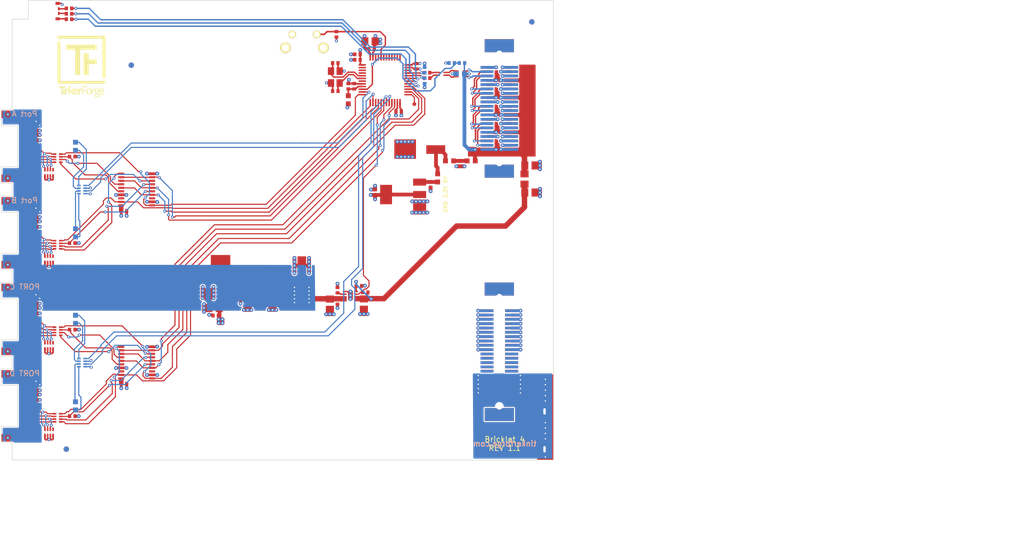
<source format=kicad_pcb>
(kicad_pcb (version 20171130) (host pcbnew 5.1.6-c6e7f7d~86~ubuntu18.04.1)
  (title_block (title "TNG BRICKLET 4") (date 2020-09-04) (rev 1.1) (company "Tinkerforge GmbH") (comment 1 "Licensed under CERN OHL v.1.1") (comment 2 "Copyright (©) 2020, B.Nordmeyer <bastian@tinkerforge.com>"))
  (layers (0 F.Cu signal) (1 GND power hide) (2 VCC power hide) (31 B.Cu signal) (34 B.Paste user) (35 F.Paste user) (36 B.SilkS user) (37 F.SilkS user) (38 B.Mask user) (39 F.Mask user) (44 Edge.Cuts user))
  (net 0 "")
  (net 1 GND)
  (net 2 3V3)
  (net 3 "Net-(C102-Pad1)")
  (net 4 "Net-(C108-Pad2)")
  (net 5 "Net-(C109-Pad2)")
  (net 6 +5V)
  (net 7 "Net-(C112-Pad1)")
  (net 8 USB-DP)
  (net 9 USB-DM)
  (net 10 5VA)
  (net 11 "Net-(C117-Pad1)")
  (net 12 Earth)
  (net 13 "Net-(J103-Pad29)")
  (net 14 "Net-(J103-Pad27)")
  (net 15 "Net-(J103-Pad21)")
  (net 16 "Net-(J103-Pad19)")
  (net 17 "Net-(J103-Pad13)")
  (net 18 "Net-(J103-Pad11)")
  (net 19 "Net-(J103-Pad5)")
  (net 20 "Net-(J103-Pad3)")
  (net 21 "Net-(LED101-Pad4)")
  (net 22 "Net-(LED101-Pad2)")
  (net 23 "Net-(LED101-Pad3)")
  (net 24 LEDR)
  (net 25 LEDG)
  (net 26 LEDB)
  (net 27 USB-DMA)
  (net 28 USB-DPA)
  (net 29 USB-DMB)
  (net 30 USB-DPB)
  (net 31 AIN0)
  (net 32 USB-DMC)
  (net 33 USB-DPC)
  (net 34 AGNDA)
  (net 35 VCCPWRA)
  (net 36 "Net-(P102-Pad1)")
  (net 37 "Net-(R101-Pad2)")
  (net 38 B-3V3)
  (net 39 "Net-(C206-Pad2)")
  (net 40 B-5V)
  (net 41 "Net-(CP201-Pad2)")
  (net 42 "Net-(CP201-Pad3)")
  (net 43 "Net-(CP202-Pad2)")
  (net 44 "Net-(CP202-Pad3)")
  (net 45 "Net-(CP203-Pad2)")
  (net 46 "Net-(CP203-Pad3)")
  (net 47 "Net-(CP204-Pad3)")
  (net 48 "Net-(CP204-Pad2)")
  (net 49 "Net-(D201-Pad2)")
  (net 50 "Net-(D201-Pad1)")
  (net 51 "Net-(D202-Pad1)")
  (net 52 "Net-(D202-Pad2)")
  (net 53 "Net-(D203-Pad2)")
  (net 54 "Net-(D203-Pad1)")
  (net 55 "Net-(D204-Pad1)")
  (net 56 "Net-(D204-Pad2)")
  (net 57 "Net-(P201-Pad7)")
  (net 58 "Net-(P202-Pad7)")
  (net 59 "Net-(P203-Pad7)")
  (net 60 "Net-(P204-Pad7)")
  (net 61 "Net-(R201-Pad2)")
  (net 62 "Net-(R202-Pad2)")
  (net 63 "Net-(R203-Pad2)")
  (net 64 "Net-(R204-Pad2)")
  (net 65 B-EN)
  (net 66 "Net-(RP201-Pad5)")
  (net 67 "Net-(RP201-Pad6)")
  (net 68 B0-CS0)
  (net 69 B0-CS1)
  (net 70 "Net-(RP202-Pad6)")
  (net 71 "Net-(RP202-Pad5)")
  (net 72 B1-CS0)
  (net 73 "Net-(RP203-Pad6)")
  (net 74 "Net-(RP203-Pad5)")
  (net 75 "Net-(RP204-Pad5)")
  (net 76 "Net-(RP204-Pad6)")
  (net 77 B1-CS1)
  (net 78 B0-CLK)
  (net 79 B0-MISO)
  (net 80 B0-MOSI)
  (net 81 B1-CLK)
  (net 82 B1-MISO)
  (net 83 B1-MOSI)
  (net 84 "Net-(CP201-Pad4)")
  (net 85 "Net-(CP202-Pad4)")
  (net 86 "Net-(CP203-Pad4)")
  (net 87 "Net-(CP204-Pad4)")
  (net 88 LED-A)
  (net 89 LED-B)
  (net 90 LED-D)
  (net 91 LED-C)
  (net 92 "Net-(C211-Pad2)")
  (net 93 _B-5V)
  (net 94 "Net-(CP201-Pad1)")
  (net 95 "Net-(CP202-Pad1)")
  (net 96 "Net-(CP203-Pad1)")
  (net 97 "Net-(CP204-Pad1)")
  (net 98 "Net-(J101-Pad22)")
  (net 99 "Net-(J101-Pad24)")
  (net 100 "Net-(J101-Pad26)")
  (net 101 "Net-(J101-Pad28)")
  (net 102 "Net-(J101-Pad30)")
  (net 103 "Net-(J101-Pad21)")
  (net 104 "Net-(J101-Pad23)")
  (net 105 "Net-(J101-Pad25)")
  (net 106 "Net-(J101-Pad27)")
  (net 107 "Net-(J101-Pad29)")
  (net 108 "Net-(J102-Pad22)")
  (net 109 "Net-(J102-Pad24)")
  (net 110 "Net-(J102-Pad26)")
  (net 111 "Net-(J102-Pad28)")
  (net 112 "Net-(J102-Pad30)")
  (net 113 "Net-(J102-Pad21)")
  (net 114 "Net-(J102-Pad23)")
  (net 115 "Net-(J102-Pad25)")
  (net 116 "Net-(J102-Pad27)")
  (net 117 "Net-(J102-Pad29)")
  (net 118 "Net-(J103-Pad37)")
  (net 119 "Net-(J103-Pad35)")
  (net 120 "Net-(U101-Pad2)")
  (net 121 "Net-(U101-Pad3)")
  (net 122 "Net-(U101-Pad4)")
  (net 123 "Net-(U101-Pad7)")
  (net 124 "Net-(U101-Pad34)")
  (net 125 "Net-(U101-Pad37)")
  (net 126 "Net-(U101-Pad38)")
  (net 127 "Net-(U101-Pad39)")
  (net 128 LED0)
  (net 129 LED1)
  (net 130 LED2)
  (net 131 LED3)
  (net 132 "Net-(U101-Pad45)")
  (net 133 "Net-(U101-Pad46)")
  (net 134 "Net-(U201-Pad3)")
  (net 135 "Net-(U201-Pad18)")
  (net 136 "Net-(U202-Pad18)")
  (net 137 "Net-(U202-Pad3)")
  (module kicad-libraries:DEBUG_PAD (layer F.Cu) (at 164.1 81.7)
    (fp_text reference P102)
    (fp_text value Debug)
    (pad 1 smd circle (at 0 0) (size 0.7 0.7) (layers F.Cu F.Paste F.Mask) (net 36 "Net-(P102-Pad1)"))
  )
  (module kicad-libraries:Fiducial_Mark (layer B.Cu) (at 99.8 145.5)
    (fp_text reference Fiducial_Mark hide)
    (fp_text value VAL** hide)
    (pad 1 smd circle (at 0 0) (size 1.00076 1.00076) (layers B.Cu B.Paste B.Mask) (clearance 0.65024))
  )
  (module kicad-libraries:Fiducial_Mark (layer B.Cu) (at 185.8 66.5)
    (fp_text reference Fiducial_Mark hide)
    (fp_text value VAL** hide)
    (pad 1 smd circle (at 0 0) (size 1.00076 1.00076) (layers B.Cu B.Paste B.Mask) (clearance 0.65024))
  )
  (module kicad-libraries:Fiducial_Mark (layer B.Cu) (at 111.8 74.5)
    (fp_text reference Fiducial_Mark hide)
    (fp_text value VAL** hide)
    (pad 1 smd circle (at 0 0) (size 1.00076 1.00076) (layers B.Cu B.Paste B.Mask) (clearance 0.65024))
  )
  (module kicad-libraries:Fiducial_Mark (layer F.Cu) (at 175.8 142.5)
    (fp_text reference Fiducial_Mark hide)
    (fp_text value VAL** hide)
    (pad 1 smd circle (at 0 0) (size 1.00076 1.00076) (layers F.Cu F.Paste F.Mask) (clearance 0.65024))
  )
  (module kicad-libraries:Fiducial_Mark (layer F.Cu) (at 111.8 74.5)
    (fp_text reference Fiducial_Mark hide)
    (fp_text value VAL** hide)
    (pad 1 smd circle (at 0 0) (size 1.00076 1.00076) (layers F.Cu F.Paste F.Mask) (clearance 0.65024))
  )
  (module kicad-libraries:Fiducial_Mark (layer F.Cu) (at 99.8 145.5)
    (fp_text reference Fiducial_Mark hide)
    (fp_text value VAL** hide)
    (pad 1 smd circle (at 0 0) (size 1.00076 1.00076) (layers F.Cu F.Paste F.Mask) (clearance 0.65024))
  )
  (module kicad-libraries:Fiducial_Mark (layer F.Cu) (at 185.8 66.5)
    (fp_text reference Fiducial_Mark hide)
    (fp_text value VAL** hide)
    (pad 1 smd circle (at 0 0) (size 1.00076 1.00076) (layers F.Cu F.Paste F.Mask) (clearance 0.65024))
  )
  (module kicad-libraries:PE_Hook (layer F.Cu) (at 188.3 139.6)
    (fp_text reference P103)
    (fp_text value PE)
    (pad 1 thru_hole oval (at -0.15 -1.075) (size 1 2) (drill oval 0.45 1.2) (layers *.Cu *.Mask) (net 12 Earth))
    (pad 1 thru_hole oval (at -0.15 5.925) (size 1 2) (drill oval 0.45 1.2) (layers *.Cu *.Mask) (net 12 Earth))
    (pad 1 smd rect (at 0 0) (size 3 15.85) (layers F.Cu) (net 12 Earth))
  )
  (module kicad-libraries:LED-LP (layer B.Cu) (at 101.5 105.5 90)
    (fp_text reference D202)
    (fp_text value LED)
    (pad 1 smd rect (at -0.75 0 90) (size 0.9 0.9) (layers B.Cu B.Paste B.Mask) (net 51 "Net-(D202-Pad1)"))
    (pad 2 smd rect (at 0.75 0 90) (size 0.9 0.9) (layers B.Cu B.Paste B.Mask) (net 52 "Net-(D202-Pad2)"))
    (pad "" np_thru_hole circle (at 0 -1.7 90) (size 1.5 1.5) (drill 1.5) (layers *.Cu *.Mask))
  )
  (module kicad-libraries:C0402F (layer F.Cu) (at 156.85 98 90)
    (fp_text reference C116)
    (fp_text value 1uF)
    (pad 1 smd rect (at -0.5 0 90) (size 0.6 0.7) (layers F.Cu F.Paste F.Mask) (net 2 3V3))
    (pad 2 smd rect (at 0.5 0 90) (size 0.6 0.7) (layers F.Cu F.Paste F.Mask) (net 1 GND))
  )
  (module kicad-libraries:SOT-223 (layer F.Cu) (at 161.975 98.425 90)
    (fp_text reference U102)
    (fp_text value AZ1117EH)
    (pad 2 smd rect (at 0 -3.0988 90) (size 3.59918 2.19964) (layers F.Cu F.Paste F.Mask) (net 2 3V3))
    (pad 3 smd rect (at 2.30124 3.0988 90) (size 1.30048 2.4003) (layers F.Cu F.Paste F.Mask) (net 11 "Net-(C117-Pad1)"))
    (pad 2 smd rect (at 0 3.0988 90) (size 1.30048 2.4003) (layers F.Cu F.Paste F.Mask) (net 2 3V3))
    (pad 1 smd rect (at -2.30124 3.0988 90) (size 1.30048 2.4003) (layers F.Cu F.Paste F.Mask) (net 1 GND))
  )
  (module kicad-libraries:C0603F (layer B.Cu) (at 172.6 76.1 180)
    (fp_text reference C115)
    (fp_text value 2.2uF)
    (pad 2 smd rect (at 0.75 0 180) (size 0.9 0.9) (layers B.Cu B.Paste B.Mask) (net 1 GND))
    (pad 1 smd rect (at -0.75 0 180) (size 0.9 0.9) (layers B.Cu B.Paste B.Mask) (net 10 5VA))
  )
  (module kicad-libraries:C0402F (layer F.Cu) (at 167.1 96.6 270)
    (fp_text reference C117)
    (fp_text value 1uF)
    (pad 1 smd rect (at -0.5 0 270) (size 0.6 0.7) (layers F.Cu F.Paste F.Mask) (net 11 "Net-(C117-Pad1)"))
    (pad 2 smd rect (at 0.5 0 270) (size 0.6 0.7) (layers F.Cu F.Paste F.Mask) (net 1 GND))
  )
  (module kicad-libraries:TNG-40-TOP (layer F.Cu) (at 179.8 127.5 270)
    (fp_text reference J101)
    (fp_text value TNG-Power-TOP)
    (pad 39 smd rect (at 7.6 2.275 270) (size 0.5 2.4) (layers F.Cu F.Paste F.Mask) (net 12 Earth))
    (pad 37 smd rect (at 6.8 2.275 270) (size 0.5 2.4) (layers F.Cu F.Paste F.Mask) (net 12 Earth))
    (pad 35 smd rect (at 6 2.275 270) (size 0.5 2.4) (layers F.Cu F.Paste F.Mask) (net 12 Earth))
    (pad 33 smd rect (at 5.2 2.275 270) (size 0.5 2.4) (layers F.Cu F.Paste F.Mask) (net 12 Earth))
    (pad 31 smd rect (at 4.4 2.275 270) (size 0.5 2.4) (layers F.Cu F.Paste F.Mask) (net 12 Earth))
    (pad 29 smd rect (at 3.6 2.275 270) (size 0.5 2.4) (layers F.Cu F.Paste F.Mask) (net 107 "Net-(J101-Pad29)"))
    (pad 27 smd rect (at 2.8 2.275 270) (size 0.5 2.4) (layers F.Cu F.Paste F.Mask) (net 106 "Net-(J101-Pad27)"))
    (pad 25 smd rect (at 2 2.275 270) (size 0.5 2.4) (layers F.Cu F.Paste F.Mask) (net 105 "Net-(J101-Pad25)"))
    (pad 23 smd rect (at 1.2 2.275 270) (size 0.5 2.4) (layers F.Cu F.Paste F.Mask) (net 104 "Net-(J101-Pad23)"))
    (pad 21 smd rect (at 0.4 2.275 270) (size 0.5 2.4) (layers F.Cu F.Paste F.Mask) (net 103 "Net-(J101-Pad21)"))
    (pad 19 smd rect (at -0.4 2.275 270) (size 0.5 2.4) (layers F.Cu F.Paste F.Mask) (net 35 VCCPWRA))
    (pad 17 smd rect (at -1.2 2.275 270) (size 0.5 2.4) (layers F.Cu F.Paste F.Mask) (net 35 VCCPWRA))
    (pad 15 smd rect (at -2 2.275 270) (size 0.5 2.4) (layers F.Cu F.Paste F.Mask) (net 35 VCCPWRA))
    (pad 13 smd rect (at -2.8 2.275 270) (size 0.5 2.4) (layers F.Cu F.Paste F.Mask) (net 35 VCCPWRA))
    (pad 11 smd rect (at -3.6 2.275 270) (size 0.5 2.4) (layers F.Cu F.Paste F.Mask) (net 35 VCCPWRA))
    (pad 9 smd rect (at -4.4 2.275 270) (size 0.5 2.4) (layers F.Cu F.Paste F.Mask) (net 35 VCCPWRA))
    (pad 7 smd rect (at -5.2 2.275 270) (size 0.5 2.4) (layers F.Cu F.Paste F.Mask) (net 35 VCCPWRA))
    (pad 5 smd rect (at -6 2.275 270) (size 0.5 2.4) (layers F.Cu F.Paste F.Mask) (net 35 VCCPWRA))
    (pad 3 smd rect (at -6.8 2.275 270) (size 0.5 2.4) (layers F.Cu F.Paste F.Mask) (net 35 VCCPWRA))
    (pad 1 smd rect (at -7.6 2.275 270) (size 0.5 2.4) (layers F.Cu F.Paste F.Mask) (net 35 VCCPWRA))
    (pad 40 smd rect (at 7.6 -2.275 270) (size 0.5 2.4) (layers F.Cu F.Paste F.Mask) (net 12 Earth))
    (pad 38 smd rect (at 6.8 -2.275 270) (size 0.5 2.4) (layers F.Cu F.Paste F.Mask) (net 12 Earth))
    (pad 36 smd rect (at 6 -2.275 270) (size 0.5 2.4) (layers F.Cu F.Paste F.Mask) (net 12 Earth))
    (pad 34 smd rect (at 5.2 -2.275 270) (size 0.5 2.4) (layers F.Cu F.Paste F.Mask) (net 12 Earth))
    (pad 32 smd rect (at 4.4 -2.275 270) (size 0.5 2.4) (layers F.Cu F.Paste F.Mask) (net 12 Earth))
    (pad 30 smd rect (at 3.6 -2.275 270) (size 0.5 2.4) (layers F.Cu F.Paste F.Mask) (net 102 "Net-(J101-Pad30)"))
    (pad 28 smd rect (at 2.8 -2.275 270) (size 0.5 2.4) (layers F.Cu F.Paste F.Mask) (net 101 "Net-(J101-Pad28)"))
    (pad 26 smd rect (at 2 -2.275 270) (size 0.5 2.4) (layers F.Cu F.Paste F.Mask) (net 100 "Net-(J101-Pad26)"))
    (pad 24 smd rect (at 1.2 -2.275 270) (size 0.5 2.4) (layers F.Cu F.Paste F.Mask) (net 99 "Net-(J101-Pad24)"))
    (pad 22 smd rect (at 0.4 -2.275 270) (size 0.5 2.4) (layers F.Cu F.Paste F.Mask) (net 98 "Net-(J101-Pad22)"))
    (pad 20 smd rect (at -0.4 -2.275 270) (size 0.5 2.4) (layers F.Cu F.Paste F.Mask) (net 34 AGNDA))
    (pad 18 smd rect (at -1.2 -2.275 270) (size 0.5 2.4) (layers F.Cu F.Paste F.Mask) (net 34 AGNDA))
    (pad 16 smd rect (at -2 -2.275 270) (size 0.5 2.4) (layers F.Cu F.Paste F.Mask) (net 34 AGNDA))
    (pad 14 smd rect (at -2.8 -2.275 270) (size 0.5 2.4) (layers F.Cu F.Paste F.Mask) (net 34 AGNDA))
    (pad 12 smd rect (at -3.6 -2.275 270) (size 0.5 2.4) (layers F.Cu F.Paste F.Mask) (net 34 AGNDA))
    (pad 10 smd rect (at -4.4 -2.275 270) (size 0.5 2.4) (layers F.Cu F.Paste F.Mask) (net 34 AGNDA))
    (pad 8 smd rect (at -5.2 -2.275 270) (size 0.5 2.4) (layers F.Cu F.Paste F.Mask) (net 34 AGNDA))
    (pad 6 smd rect (at -6 -2.275 270) (size 0.5 2.4) (layers F.Cu F.Paste F.Mask) (net 34 AGNDA))
    (pad 4 smd rect (at -6.8 -2.275 270) (size 0.5 2.4) (layers F.Cu F.Paste F.Mask) (net 34 AGNDA))
    (pad 2 smd rect (at -7.6 -2.275 270) (size 0.5 2.4) (layers F.Cu F.Paste F.Mask) (net 34 AGNDA))
    (pad "" np_thru_hole circle (at 10.1 0 270) (size 1.2 1.2) (drill 1.2) (layers *.Cu *.Mask))
    (pad "" np_thru_hole circle (at -10.1 0 270) (size 0.8 0.8) (drill 0.8) (layers *.Cu *.Mask))
    (pad MNT smd rect (at 11.6 0 270) (size 2.4 5.4) (layers F.Cu F.Paste F.Mask))
    (pad MNT smd rect (at -11.6 0 270) (size 2.4 5.4) (layers F.Cu F.Paste F.Mask))
  )
  (module kicad-libraries:TNG-40-BTM (layer B.Cu) (at 179.8 127.5 270)
    (fp_text reference J102)
    (fp_text value TNG-Power-BTM)
    (pad 39 smd rect (at 7.6 -2.275 270) (size 0.5 2.4) (layers B.Cu B.Paste B.Mask) (net 12 Earth))
    (pad 37 smd rect (at 6.8 -2.275 270) (size 0.5 2.4) (layers B.Cu B.Paste B.Mask) (net 12 Earth))
    (pad 35 smd rect (at 6 -2.275 270) (size 0.5 2.4) (layers B.Cu B.Paste B.Mask) (net 12 Earth))
    (pad 33 smd rect (at 5.2 -2.275 270) (size 0.5 2.4) (layers B.Cu B.Paste B.Mask) (net 12 Earth))
    (pad 31 smd rect (at 4.4 -2.275 270) (size 0.5 2.4) (layers B.Cu B.Paste B.Mask) (net 12 Earth))
    (pad 29 smd rect (at 3.6 -2.275 270) (size 0.5 2.4) (layers B.Cu B.Paste B.Mask) (net 117 "Net-(J102-Pad29)"))
    (pad 27 smd rect (at 2.8 -2.275 270) (size 0.5 2.4) (layers B.Cu B.Paste B.Mask) (net 116 "Net-(J102-Pad27)"))
    (pad 25 smd rect (at 2 -2.275 270) (size 0.5 2.4) (layers B.Cu B.Paste B.Mask) (net 115 "Net-(J102-Pad25)"))
    (pad 23 smd rect (at 1.2 -2.275 270) (size 0.5 2.4) (layers B.Cu B.Paste B.Mask) (net 114 "Net-(J102-Pad23)"))
    (pad 21 smd rect (at 0.4 -2.275 270) (size 0.5 2.4) (layers B.Cu B.Paste B.Mask) (net 113 "Net-(J102-Pad21)"))
    (pad 19 smd rect (at -0.4 -2.275 270) (size 0.5 2.4) (layers B.Cu B.Paste B.Mask) (net 34 AGNDA))
    (pad 17 smd rect (at -1.2 -2.275 270) (size 0.5 2.4) (layers B.Cu B.Paste B.Mask) (net 34 AGNDA))
    (pad 15 smd rect (at -2 -2.275 270) (size 0.5 2.4) (layers B.Cu B.Paste B.Mask) (net 34 AGNDA))
    (pad 13 smd rect (at -2.8 -2.275 270) (size 0.5 2.4) (layers B.Cu B.Paste B.Mask) (net 34 AGNDA))
    (pad 11 smd rect (at -3.6 -2.275 270) (size 0.5 2.4) (layers B.Cu B.Paste B.Mask) (net 34 AGNDA))
    (pad 9 smd rect (at -4.4 -2.275 270) (size 0.5 2.4) (layers B.Cu B.Paste B.Mask) (net 34 AGNDA))
    (pad 7 smd rect (at -5.2 -2.275 270) (size 0.5 2.4) (layers B.Cu B.Paste B.Mask) (net 34 AGNDA))
    (pad 5 smd rect (at -6 -2.275 270) (size 0.5 2.4) (layers B.Cu B.Paste B.Mask) (net 34 AGNDA))
    (pad 3 smd rect (at -6.8 -2.275 270) (size 0.5 2.4) (layers B.Cu B.Paste B.Mask) (net 34 AGNDA))
    (pad 1 smd rect (at -7.6 -2.275 270) (size 0.5 2.4) (layers B.Cu B.Paste B.Mask) (net 34 AGNDA))
    (pad 40 smd rect (at 7.6 2.275 270) (size 0.5 2.4) (layers B.Cu B.Paste B.Mask) (net 12 Earth))
    (pad 38 smd rect (at 6.8 2.275 270) (size 0.5 2.4) (layers B.Cu B.Paste B.Mask) (net 12 Earth))
    (pad 36 smd rect (at 6 2.275 270) (size 0.5 2.4) (layers B.Cu B.Paste B.Mask) (net 12 Earth))
    (pad 34 smd rect (at 5.2 2.275 270) (size 0.5 2.4) (layers B.Cu B.Paste B.Mask) (net 12 Earth))
    (pad 32 smd rect (at 4.4 2.275 270) (size 0.5 2.4) (layers B.Cu B.Paste B.Mask) (net 12 Earth))
    (pad 30 smd rect (at 3.6 2.275 270) (size 0.5 2.4) (layers B.Cu B.Paste B.Mask) (net 112 "Net-(J102-Pad30)"))
    (pad 28 smd rect (at 2.8 2.275 270) (size 0.5 2.4) (layers B.Cu B.Paste B.Mask) (net 111 "Net-(J102-Pad28)"))
    (pad 26 smd rect (at 2 2.275 270) (size 0.5 2.4) (layers B.Cu B.Paste B.Mask) (net 110 "Net-(J102-Pad26)"))
    (pad 24 smd rect (at 1.2 2.275 270) (size 0.5 2.4) (layers B.Cu B.Paste B.Mask) (net 109 "Net-(J102-Pad24)"))
    (pad 22 smd rect (at 0.4 2.275 270) (size 0.5 2.4) (layers B.Cu B.Paste B.Mask) (net 108 "Net-(J102-Pad22)"))
    (pad 20 smd rect (at -0.4 2.275 270) (size 0.5 2.4) (layers B.Cu B.Paste B.Mask) (net 35 VCCPWRA))
    (pad 18 smd rect (at -1.2 2.275 270) (size 0.5 2.4) (layers B.Cu B.Paste B.Mask) (net 35 VCCPWRA))
    (pad 16 smd rect (at -2 2.275 270) (size 0.5 2.4) (layers B.Cu B.Paste B.Mask) (net 35 VCCPWRA))
    (pad 14 smd rect (at -2.8 2.275 270) (size 0.5 2.4) (layers B.Cu B.Paste B.Mask) (net 35 VCCPWRA))
    (pad 12 smd rect (at -3.6 2.275 270) (size 0.5 2.4) (layers B.Cu B.Paste B.Mask) (net 35 VCCPWRA))
    (pad 10 smd rect (at -4.4 2.275 270) (size 0.5 2.4) (layers B.Cu B.Paste B.Mask) (net 35 VCCPWRA))
    (pad 8 smd rect (at -5.2 2.275 270) (size 0.5 2.4) (layers B.Cu B.Paste B.Mask) (net 35 VCCPWRA))
    (pad 6 smd rect (at -6 2.275 270) (size 0.5 2.4) (layers B.Cu B.Paste B.Mask) (net 35 VCCPWRA))
    (pad 4 smd rect (at -6.8 2.275 270) (size 0.5 2.4) (layers B.Cu B.Paste B.Mask) (net 35 VCCPWRA))
    (pad 2 smd rect (at -7.6 2.275 270) (size 0.5 2.4) (layers B.Cu B.Paste B.Mask) (net 35 VCCPWRA))
    (pad "" np_thru_hole circle (at 10.1 0 270) (size 0.8 0.8) (drill 0.8) (layers *.Cu *.Mask))
    (pad "" np_thru_hole circle (at -10.1 0 270) (size 1.2 1.2) (drill 1.2) (layers *.Cu *.Mask))
    (pad MNT smd rect (at 11.6 0 270) (size 2.4 5.4) (layers B.Cu B.Paste B.Mask))
    (pad MNT smd rect (at -11.6 0 270) (size 2.4 5.4) (layers B.Cu B.Paste B.Mask))
  )
  (module kicad-libraries:TNG-40-TOP (layer F.Cu) (at 179.8 82.5 270)
    (fp_text reference J103)
    (fp_text value TNG-Data-TOP)
    (pad 39 smd rect (at 7.6 2.275 270) (size 0.5 2.4) (layers F.Cu F.Paste F.Mask) (net 10 5VA))
    (pad 37 smd rect (at 6.8 2.275 270) (size 0.5 2.4) (layers F.Cu F.Paste F.Mask) (net 118 "Net-(J103-Pad37)"))
    (pad 35 smd rect (at 6 2.275 270) (size 0.5 2.4) (layers F.Cu F.Paste F.Mask) (net 119 "Net-(J103-Pad35)"))
    (pad 33 smd rect (at 5.2 2.275 270) (size 0.5 2.4) (layers F.Cu F.Paste F.Mask) (net 1 GND))
    (pad 31 smd rect (at 4.4 2.275 270) (size 0.5 2.4) (layers F.Cu F.Paste F.Mask) (net 10 5VA))
    (pad 29 smd rect (at 3.6 2.275 270) (size 0.5 2.4) (layers F.Cu F.Paste F.Mask) (net 13 "Net-(J103-Pad29)"))
    (pad 27 smd rect (at 2.8 2.275 270) (size 0.5 2.4) (layers F.Cu F.Paste F.Mask) (net 14 "Net-(J103-Pad27)"))
    (pad 25 smd rect (at 2 2.275 270) (size 0.5 2.4) (layers F.Cu F.Paste F.Mask) (net 1 GND))
    (pad 23 smd rect (at 1.2 2.275 270) (size 0.5 2.4) (layers F.Cu F.Paste F.Mask) (net 10 5VA))
    (pad 21 smd rect (at 0.4 2.275 270) (size 0.5 2.4) (layers F.Cu F.Paste F.Mask) (net 15 "Net-(J103-Pad21)"))
    (pad 19 smd rect (at -0.4 2.275 270) (size 0.5 2.4) (layers F.Cu F.Paste F.Mask) (net 16 "Net-(J103-Pad19)"))
    (pad 17 smd rect (at -1.2 2.275 270) (size 0.5 2.4) (layers F.Cu F.Paste F.Mask) (net 1 GND))
    (pad 15 smd rect (at -2 2.275 270) (size 0.5 2.4) (layers F.Cu F.Paste F.Mask) (net 10 5VA))
    (pad 13 smd rect (at -2.8 2.275 270) (size 0.5 2.4) (layers F.Cu F.Paste F.Mask) (net 17 "Net-(J103-Pad13)"))
    (pad 11 smd rect (at -3.6 2.275 270) (size 0.5 2.4) (layers F.Cu F.Paste F.Mask) (net 18 "Net-(J103-Pad11)"))
    (pad 9 smd rect (at -4.4 2.275 270) (size 0.5 2.4) (layers F.Cu F.Paste F.Mask) (net 1 GND))
    (pad 7 smd rect (at -5.2 2.275 270) (size 0.5 2.4) (layers F.Cu F.Paste F.Mask) (net 10 5VA))
    (pad 5 smd rect (at -6 2.275 270) (size 0.5 2.4) (layers F.Cu F.Paste F.Mask) (net 19 "Net-(J103-Pad5)"))
    (pad 3 smd rect (at -6.8 2.275 270) (size 0.5 2.4) (layers F.Cu F.Paste F.Mask) (net 20 "Net-(J103-Pad3)"))
    (pad 1 smd rect (at -7.6 2.275 270) (size 0.5 2.4) (layers F.Cu F.Paste F.Mask) (net 1 GND))
    (pad 40 smd rect (at 7.6 -2.275 270) (size 0.5 2.4) (layers F.Cu F.Paste F.Mask) (net 10 5VA))
    (pad 38 smd rect (at 6.8 -2.275 270) (size 0.5 2.4) (layers F.Cu F.Paste F.Mask) (net 1 GND))
    (pad 36 smd rect (at 6 -2.275 270) (size 0.5 2.4) (layers F.Cu F.Paste F.Mask) (net 1 GND))
    (pad 34 smd rect (at 5.2 -2.275 270) (size 0.5 2.4) (layers F.Cu F.Paste F.Mask) (net 1 GND))
    (pad 32 smd rect (at 4.4 -2.275 270) (size 0.5 2.4) (layers F.Cu F.Paste F.Mask) (net 10 5VA))
    (pad 30 smd rect (at 3.6 -2.275 270) (size 0.5 2.4) (layers F.Cu F.Paste F.Mask) (net 1 GND))
    (pad 28 smd rect (at 2.8 -2.275 270) (size 0.5 2.4) (layers F.Cu F.Paste F.Mask) (net 1 GND))
    (pad 26 smd rect (at 2 -2.275 270) (size 0.5 2.4) (layers F.Cu F.Paste F.Mask) (net 1 GND))
    (pad 24 smd rect (at 1.2 -2.275 270) (size 0.5 2.4) (layers F.Cu F.Paste F.Mask) (net 10 5VA))
    (pad 22 smd rect (at 0.4 -2.275 270) (size 0.5 2.4) (layers F.Cu F.Paste F.Mask) (net 1 GND))
    (pad 20 smd rect (at -0.4 -2.275 270) (size 0.5 2.4) (layers F.Cu F.Paste F.Mask) (net 1 GND))
    (pad 18 smd rect (at -1.2 -2.275 270) (size 0.5 2.4) (layers F.Cu F.Paste F.Mask) (net 1 GND))
    (pad 16 smd rect (at -2 -2.275 270) (size 0.5 2.4) (layers F.Cu F.Paste F.Mask) (net 10 5VA))
    (pad 14 smd rect (at -2.8 -2.275 270) (size 0.5 2.4) (layers F.Cu F.Paste F.Mask) (net 1 GND))
    (pad 12 smd rect (at -3.6 -2.275 270) (size 0.5 2.4) (layers F.Cu F.Paste F.Mask) (net 1 GND))
    (pad 10 smd rect (at -4.4 -2.275 270) (size 0.5 2.4) (layers F.Cu F.Paste F.Mask) (net 1 GND))
    (pad 8 smd rect (at -5.2 -2.275 270) (size 0.5 2.4) (layers F.Cu F.Paste F.Mask) (net 10 5VA))
    (pad 6 smd rect (at -6 -2.275 270) (size 0.5 2.4) (layers F.Cu F.Paste F.Mask) (net 1 GND))
    (pad 4 smd rect (at -6.8 -2.275 270) (size 0.5 2.4) (layers F.Cu F.Paste F.Mask) (net 1 GND))
    (pad 2 smd rect (at -7.6 -2.275 270) (size 0.5 2.4) (layers F.Cu F.Paste F.Mask) (net 1 GND))
    (pad "" np_thru_hole circle (at 10.1 0 270) (size 1.2 1.2) (drill 1.2) (layers *.Cu *.Mask))
    (pad "" np_thru_hole circle (at -10.1 0 270) (size 0.8 0.8) (drill 0.8) (layers *.Cu *.Mask))
    (pad MNT smd rect (at 11.6 0 270) (size 2.4 5.4) (layers F.Cu F.Paste F.Mask))
    (pad MNT smd rect (at -11.6 0 270) (size 2.4 5.4) (layers F.Cu F.Paste F.Mask))
  )
  (module kicad-libraries:TNG-40-BTM (layer B.Cu) (at 179.8 82.5 270)
    (fp_text reference J104)
    (fp_text value TNG-Data-BTM)
    (pad 39 smd rect (at 7.6 -2.275 270) (size 0.5 2.4) (layers B.Cu B.Paste B.Mask) (net 10 5VA))
    (pad 37 smd rect (at 6.8 -2.275 270) (size 0.5 2.4) (layers B.Cu B.Paste B.Mask) (net 1 GND))
    (pad 35 smd rect (at 6 -2.275 270) (size 0.5 2.4) (layers B.Cu B.Paste B.Mask) (net 1 GND))
    (pad 33 smd rect (at 5.2 -2.275 270) (size 0.5 2.4) (layers B.Cu B.Paste B.Mask) (net 1 GND))
    (pad 31 smd rect (at 4.4 -2.275 270) (size 0.5 2.4) (layers B.Cu B.Paste B.Mask) (net 10 5VA))
    (pad 29 smd rect (at 3.6 -2.275 270) (size 0.5 2.4) (layers B.Cu B.Paste B.Mask) (net 1 GND))
    (pad 27 smd rect (at 2.8 -2.275 270) (size 0.5 2.4) (layers B.Cu B.Paste B.Mask) (net 1 GND))
    (pad 25 smd rect (at 2 -2.275 270) (size 0.5 2.4) (layers B.Cu B.Paste B.Mask) (net 1 GND))
    (pad 23 smd rect (at 1.2 -2.275 270) (size 0.5 2.4) (layers B.Cu B.Paste B.Mask) (net 10 5VA))
    (pad 21 smd rect (at 0.4 -2.275 270) (size 0.5 2.4) (layers B.Cu B.Paste B.Mask) (net 1 GND))
    (pad 19 smd rect (at -0.4 -2.275 270) (size 0.5 2.4) (layers B.Cu B.Paste B.Mask) (net 1 GND))
    (pad 17 smd rect (at -1.2 -2.275 270) (size 0.5 2.4) (layers B.Cu B.Paste B.Mask) (net 1 GND))
    (pad 15 smd rect (at -2 -2.275 270) (size 0.5 2.4) (layers B.Cu B.Paste B.Mask) (net 10 5VA))
    (pad 13 smd rect (at -2.8 -2.275 270) (size 0.5 2.4) (layers B.Cu B.Paste B.Mask) (net 1 GND))
    (pad 11 smd rect (at -3.6 -2.275 270) (size 0.5 2.4) (layers B.Cu B.Paste B.Mask) (net 1 GND))
    (pad 9 smd rect (at -4.4 -2.275 270) (size 0.5 2.4) (layers B.Cu B.Paste B.Mask) (net 1 GND))
    (pad 7 smd rect (at -5.2 -2.275 270) (size 0.5 2.4) (layers B.Cu B.Paste B.Mask) (net 10 5VA))
    (pad 5 smd rect (at -6 -2.275 270) (size 0.5 2.4) (layers B.Cu B.Paste B.Mask) (net 1 GND))
    (pad 3 smd rect (at -6.8 -2.275 270) (size 0.5 2.4) (layers B.Cu B.Paste B.Mask) (net 1 GND))
    (pad 1 smd rect (at -7.6 -2.275 270) (size 0.5 2.4) (layers B.Cu B.Paste B.Mask) (net 1 GND))
    (pad 40 smd rect (at 7.6 2.275 270) (size 0.5 2.4) (layers B.Cu B.Paste B.Mask) (net 10 5VA))
    (pad 38 smd rect (at 6.8 2.275 270) (size 0.5 2.4) (layers B.Cu B.Paste B.Mask) (net 13 "Net-(J103-Pad29)"))
    (pad 36 smd rect (at 6 2.275 270) (size 0.5 2.4) (layers B.Cu B.Paste B.Mask) (net 14 "Net-(J103-Pad27)"))
    (pad 34 smd rect (at 5.2 2.275 270) (size 0.5 2.4) (layers B.Cu B.Paste B.Mask) (net 1 GND))
    (pad 32 smd rect (at 4.4 2.275 270) (size 0.5 2.4) (layers B.Cu B.Paste B.Mask) (net 10 5VA))
    (pad 30 smd rect (at 3.6 2.275 270) (size 0.5 2.4) (layers B.Cu B.Paste B.Mask) (net 15 "Net-(J103-Pad21)"))
    (pad 28 smd rect (at 2.8 2.275 270) (size 0.5 2.4) (layers B.Cu B.Paste B.Mask) (net 16 "Net-(J103-Pad19)"))
    (pad 26 smd rect (at 2 2.275 270) (size 0.5 2.4) (layers B.Cu B.Paste B.Mask) (net 1 GND))
    (pad 24 smd rect (at 1.2 2.275 270) (size 0.5 2.4) (layers B.Cu B.Paste B.Mask) (net 10 5VA))
    (pad 22 smd rect (at 0.4 2.275 270) (size 0.5 2.4) (layers B.Cu B.Paste B.Mask) (net 17 "Net-(J103-Pad13)"))
    (pad 20 smd rect (at -0.4 2.275 270) (size 0.5 2.4) (layers B.Cu B.Paste B.Mask) (net 18 "Net-(J103-Pad11)"))
    (pad 18 smd rect (at -1.2 2.275 270) (size 0.5 2.4) (layers B.Cu B.Paste B.Mask) (net 1 GND))
    (pad 16 smd rect (at -2 2.275 270) (size 0.5 2.4) (layers B.Cu B.Paste B.Mask) (net 10 5VA))
    (pad 14 smd rect (at -2.8 2.275 270) (size 0.5 2.4) (layers B.Cu B.Paste B.Mask) (net 19 "Net-(J103-Pad5)"))
    (pad 12 smd rect (at -3.6 2.275 270) (size 0.5 2.4) (layers B.Cu B.Paste B.Mask) (net 20 "Net-(J103-Pad3)"))
    (pad 10 smd rect (at -4.4 2.275 270) (size 0.5 2.4) (layers B.Cu B.Paste B.Mask) (net 1 GND))
    (pad 8 smd rect (at -5.2 2.275 270) (size 0.5 2.4) (layers B.Cu B.Paste B.Mask) (net 10 5VA))
    (pad 6 smd rect (at -6 2.275 270) (size 0.5 2.4) (layers B.Cu B.Paste B.Mask) (net 27 USB-DMA))
    (pad 4 smd rect (at -6.8 2.275 270) (size 0.5 2.4) (layers B.Cu B.Paste B.Mask) (net 28 USB-DPA))
    (pad 2 smd rect (at -7.6 2.275 270) (size 0.5 2.4) (layers B.Cu B.Paste B.Mask) (net 1 GND))
    (pad "" np_thru_hole circle (at 10.1 0 270) (size 0.8 0.8) (drill 0.8) (layers *.Cu *.Mask))
    (pad "" np_thru_hole circle (at -10.1 0 270) (size 1.2 1.2) (drill 1.2) (layers *.Cu *.Mask))
    (pad MNT smd rect (at 11.6 0 270) (size 2.4 5.4) (layers B.Cu B.Paste B.Mask))
    (pad MNT smd rect (at -11.6 0 270) (size 2.4 5.4) (layers B.Cu B.Paste B.Mask))
  )
  (module kicad-libraries:R0603F (layer F.Cu) (at 151.9 80.9 90)
    (fp_text reference L101)
    (fp_text value FB)
    (pad 2 smd rect (at 0.75 0 90) (size 0.9 0.9) (layers F.Cu F.Paste F.Mask) (net 3 "Net-(C102-Pad1)"))
    (pad 1 smd rect (at -0.75 0 90) (size 0.9 0.9) (layers F.Cu F.Paste F.Mask) (net 2 3V3))
  )
  (module kicad-libraries:R0603F (layer F.Cu) (at 168.4 95.35 270)
    (fp_text reference L102)
    (fp_text value INDUCTs)
    (pad 2 smd rect (at 0.75 0 270) (size 0.9 0.9) (layers F.Cu F.Paste F.Mask) (net 11 "Net-(C117-Pad1)"))
    (pad 1 smd rect (at -0.75 0 270) (size 0.9 0.9) (layers F.Cu F.Paste F.Mask) (net 6 +5V))
  )
  (module kicad-libraries:R0603F (layer F.Cu) (at 170.6 92.2 180)
    (fp_text reference L103)
    (fp_text value INDUCTs)
    (pad 2 smd rect (at 0.75 0 180) (size 0.9 0.9) (layers F.Cu F.Paste F.Mask) (net 6 +5V))
    (pad 1 smd rect (at -0.75 0 180) (size 0.9 0.9) (layers F.Cu F.Paste F.Mask) (net 7 "Net-(C112-Pad1)"))
  )
  (module kicad-libraries:R0603F (layer F.Cu) (at 174.6 92.2 180)
    (fp_text reference L104)
    (fp_text value INDUCTs)
    (pad 2 smd rect (at 0.75 0 180) (size 0.9 0.9) (layers F.Cu F.Paste F.Mask) (net 7 "Net-(C112-Pad1)"))
    (pad 1 smd rect (at -0.75 0 180) (size 0.9 0.9) (layers F.Cu F.Paste F.Mask) (net 10 5VA))
  )
  (module kicad-libraries:WE-CNSW-0603 (layer F.Cu) (at 169.15 76.1 180)
    (fp_text reference L105)
    (fp_text value 744230900)
    (pad 4 smd rect (at -0.725 0.25 180) (size 0.85 0.25) (layers F.Cu F.Paste F.Mask) (net 30 USB-DPB))
    (pad 3 smd rect (at 0.725 0.25 180) (size 0.85 0.25) (layers F.Cu F.Paste F.Mask) (net 33 USB-DPC))
    (pad 2 smd rect (at 0.725 -0.25 180) (size 0.85 0.25) (layers F.Cu F.Paste F.Mask) (net 32 USB-DMC))
    (pad 1 smd rect (at -0.725 -0.25 180) (size 0.85 0.25) (layers F.Cu F.Paste F.Mask) (net 29 USB-DMB))
  )
  (module kicad-libraries:LQFP48 (layer F.Cu) (at 158.7 77.2 270)
    (fp_text reference U101)
    (fp_text value STM32F070CBT6)
    (pad 48 smd rect (at -4.22402 2.74828) (size 0.28956 1.34874) (layers F.Cu F.Paste F.Mask) (net 2 3V3))
    (pad 47 smd rect (at -4.22402 2.2479) (size 0.28956 1.34874) (layers F.Cu F.Paste F.Mask) (net 1 GND))
    (pad 46 smd rect (at -4.22402 1.74752) (size 0.28956 1.34874) (layers F.Cu F.Paste F.Mask) (net 133 "Net-(U101-Pad46)"))
    (pad 45 smd rect (at -4.22402 1.24968) (size 0.28956 1.34874) (layers F.Cu F.Paste F.Mask) (net 132 "Net-(U101-Pad45)"))
    (pad 44 smd rect (at -4.22402 0.7493) (size 0.28956 1.34874) (layers F.Cu F.Paste F.Mask) (net 37 "Net-(R101-Pad2)"))
    (pad 43 smd rect (at -4.22402 0.24892) (size 0.28956 1.34874) (layers F.Cu F.Paste F.Mask) (net 131 LED3))
    (pad 42 smd rect (at -4.22402 -0.24892) (size 0.28956 1.34874) (layers F.Cu F.Paste F.Mask) (net 130 LED2))
    (pad 41 smd rect (at -4.22402 -0.7493) (size 0.28956 1.34874) (layers F.Cu F.Paste F.Mask) (net 129 LED1))
    (pad 40 smd rect (at -4.22402 -1.24968) (size 0.28956 1.34874) (layers F.Cu F.Paste F.Mask) (net 128 LED0))
    (pad 39 smd rect (at -4.22402 -1.74752) (size 0.28956 1.34874) (layers F.Cu F.Paste F.Mask) (net 127 "Net-(U101-Pad39)"))
    (pad 38 smd rect (at -4.22402 -2.2479) (size 0.28956 1.34874) (layers F.Cu F.Paste F.Mask) (net 126 "Net-(U101-Pad38)"))
    (pad 37 smd rect (at -4.22402 -2.74828) (size 0.28956 1.34874) (layers F.Cu F.Paste F.Mask) (net 125 "Net-(U101-Pad37)"))
    (pad 36 smd rect (at -2.74828 -4.22402 270) (size 0.28956 1.34874) (layers F.Cu F.Paste F.Mask) (net 2 3V3))
    (pad 35 smd rect (at -2.2479 -4.22402 270) (size 0.28956 1.34874) (layers F.Cu F.Paste F.Mask) (net 1 GND))
    (pad 34 smd rect (at -1.74752 -4.22402 270) (size 0.28956 1.34874) (layers F.Cu F.Paste F.Mask) (net 124 "Net-(U101-Pad34)"))
    (pad 33 smd rect (at -1.24968 -4.22402 270) (size 0.28956 1.34874) (layers F.Cu F.Paste F.Mask) (net 8 USB-DP))
    (pad 32 smd rect (at -0.7493 -4.22402 270) (size 0.28956 1.34874) (layers F.Cu F.Paste F.Mask) (net 9 USB-DM))
    (pad 31 smd rect (at -0.24892 -4.22402 270) (size 0.28956 1.34874) (layers F.Cu F.Paste F.Mask) (net 26 LEDB))
    (pad 30 smd rect (at 0.24892 -4.22402 270) (size 0.28956 1.34874) (layers F.Cu F.Paste F.Mask) (net 25 LEDG))
    (pad 29 smd rect (at 0.7493 -4.22402 270) (size 0.28956 1.34874) (layers F.Cu F.Paste F.Mask) (net 24 LEDR))
    (pad 28 smd rect (at 1.24968 -4.22402 270) (size 0.28956 1.34874) (layers F.Cu F.Paste F.Mask) (net 83 B1-MOSI))
    (pad 27 smd rect (at 1.74752 -4.22402 270) (size 0.28956 1.34874) (layers F.Cu F.Paste F.Mask) (net 82 B1-MISO))
    (pad 26 smd rect (at 2.2479 -4.22402 270) (size 0.28956 1.34874) (layers F.Cu F.Paste F.Mask) (net 81 B1-CLK))
    (pad 25 smd rect (at 2.74828 -4.22402 270) (size 0.28956 1.34874) (layers F.Cu F.Paste F.Mask) (net 36 "Net-(P102-Pad1)"))
    (pad 24 smd rect (at 4.22402 -2.74828 180) (size 0.28956 1.34874) (layers F.Cu F.Paste F.Mask) (net 2 3V3))
    (pad 23 smd rect (at 4.22402 -2.2479 180) (size 0.28956 1.34874) (layers F.Cu F.Paste F.Mask) (net 1 GND))
    (pad 22 smd rect (at 4.22402 -1.74752 180) (size 0.28956 1.34874) (layers F.Cu F.Paste F.Mask) (net 77 B1-CS1))
    (pad 21 smd rect (at 4.22402 -1.24968 180) (size 0.28956 1.34874) (layers F.Cu F.Paste F.Mask) (net 72 B1-CS0))
    (pad 20 smd rect (at 4.22402 -0.7493 180) (size 0.28956 1.34874) (layers F.Cu F.Paste F.Mask) (net 90 LED-D))
    (pad 19 smd rect (at 4.22402 -0.24892 180) (size 0.28956 1.34874) (layers F.Cu F.Paste F.Mask) (net 91 LED-C))
    (pad 18 smd rect (at 4.22402 0.24892 180) (size 0.28956 1.34874) (layers F.Cu F.Paste F.Mask) (net 65 B-EN))
    (pad 17 smd rect (at 4.22402 0.7493 180) (size 0.28956 1.34874) (layers F.Cu F.Paste F.Mask) (net 80 B0-MOSI))
    (pad 16 smd rect (at 4.22402 1.24968 180) (size 0.28956 1.34874) (layers F.Cu F.Paste F.Mask) (net 79 B0-MISO))
    (pad 15 smd rect (at 4.22402 1.74752 180) (size 0.28956 1.34874) (layers F.Cu F.Paste F.Mask) (net 78 B0-CLK))
    (pad 14 smd rect (at 4.22402 2.2479 180) (size 0.28956 1.34874) (layers F.Cu F.Paste F.Mask) (net 89 LED-B))
    (pad 13 smd rect (at 4.22402 2.74828 180) (size 0.28956 1.34874) (layers F.Cu F.Paste F.Mask) (net 69 B0-CS1))
    (pad 12 smd rect (at 2.74828 4.22402 90) (size 0.28956 1.34874) (layers F.Cu F.Paste F.Mask) (net 68 B0-CS0))
    (pad 11 smd rect (at 2.2479 4.22402 90) (size 0.28956 1.34874) (layers F.Cu F.Paste F.Mask) (net 88 LED-A))
    (pad 10 smd rect (at 1.74752 4.22402 90) (size 0.28956 1.34874) (layers F.Cu F.Paste F.Mask) (net 31 AIN0))
    (pad 9 smd rect (at 1.24968 4.22402 90) (size 0.28956 1.34874) (layers F.Cu F.Paste F.Mask) (net 3 "Net-(C102-Pad1)"))
    (pad 8 smd rect (at 0.7493 4.22402 90) (size 0.28956 1.34874) (layers F.Cu F.Paste F.Mask) (net 1 GND))
    (pad 7 smd rect (at 0.24892 4.22402 90) (size 0.28956 1.34874) (layers F.Cu F.Paste F.Mask) (net 123 "Net-(U101-Pad7)"))
    (pad 6 smd rect (at -0.24892 4.22402 90) (size 0.28956 1.34874) (layers F.Cu F.Paste F.Mask) (net 5 "Net-(C109-Pad2)"))
    (pad 5 smd rect (at -0.7493 4.22402 90) (size 0.28956 1.34874) (layers F.Cu F.Paste F.Mask) (net 4 "Net-(C108-Pad2)"))
    (pad 4 smd rect (at -1.24968 4.22402 90) (size 0.28956 1.34874) (layers F.Cu F.Paste F.Mask) (net 122 "Net-(U101-Pad4)"))
    (pad 3 smd rect (at -1.74752 4.22402 90) (size 0.28956 1.34874) (layers F.Cu F.Paste F.Mask) (net 121 "Net-(U101-Pad3)"))
    (pad 2 smd rect (at -2.2479 4.22402 90) (size 0.28956 1.34874) (layers F.Cu F.Paste F.Mask) (net 120 "Net-(U101-Pad2)"))
    (pad 1 smd rect (at -2.74828 4.22402 90) (size 0.28956 1.34874) (layers F.Cu F.Paste F.Mask) (net 2 3V3))
  )
  (module kicad-libraries:SOT563-SPEC (layer F.Cu) (at 172.65 76.1 270)
    (fp_text reference U103)
    (fp_text value 82400152)
    (pad 6 smd rect (at -0.49784 -0.75 270) (size 0.29972 0.7) (layers F.Cu F.Paste F.Mask) (net 28 USB-DPA) (clearance 0.14986))
    (pad 5 smd rect (at 0 -0.75 270) (size 0.29972 0.7) (layers F.Cu F.Paste F.Mask) (net 10 5VA) (clearance 0.14986))
    (pad 4 smd rect (at 0.49784 -0.75 270) (size 0.29972 0.7) (layers F.Cu F.Paste F.Mask) (net 27 USB-DMA) (clearance 0.14986))
    (pad 3 smd rect (at 0.49784 0.75 90) (size 0.29972 0.7) (layers F.Cu F.Paste F.Mask) (net 29 USB-DMB) (clearance 0.14986))
    (pad 2 smd rect (at 0 0.75 90) (size 0.29972 0.7) (layers F.Cu F.Paste F.Mask) (net 1 GND) (clearance 0.14986))
    (pad 1 smd rect (at -0.49784 0.75 90) (size 0.29972 0.7) (layers F.Cu F.Paste F.Mask) (net 30 USB-DPB) (clearance 0.14986))
  )
  (module kicad-libraries:CRYSTAL_3225 (layer F.Cu) (at 149.5 76.7 90)
    (fp_text reference X101)
    (fp_text value 8MHz)
    (pad 3 smd rect (at 1.09982 0.8001 90) (size 1.39954 1.15062) (layers F.Cu F.Paste F.Mask) (net 1 GND))
    (pad 1 smd rect (at -1.09982 0.8001 90) (size 1.39954 1.15062) (layers F.Cu F.Paste F.Mask) (net 5 "Net-(C109-Pad2)"))
    (pad 2 smd rect (at 1.09982 -0.8001 90) (size 1.39954 1.15062) (layers F.Cu F.Paste F.Mask) (net 4 "Net-(C108-Pad2)"))
    (pad 3 smd rect (at -1.09982 -0.8001 90) (size 1.39954 1.15062) (layers F.Cu F.Paste F.Mask) (net 1 GND))
  )
  (module kicad-libraries:C0402F (layer B.Cu) (at 166 75.4 90)
    (fp_text reference C113)
    (fp_text value 47pF)
    (pad 1 smd rect (at -0.5 0 90) (size 0.6 0.7) (layers B.Cu B.Paste B.Mask) (net 8 USB-DP))
    (pad 2 smd rect (at 0.5 0 90) (size 0.6 0.7) (layers B.Cu B.Paste B.Mask) (net 1 GND))
  )
  (module kicad-libraries:C0402F (layer B.Cu) (at 166 77.4 270)
    (fp_text reference C114)
    (fp_text value 47pF)
    (pad 1 smd rect (at -0.5 0 270) (size 0.6 0.7) (layers B.Cu B.Paste B.Mask) (net 9 USB-DM))
    (pad 2 smd rect (at 0.5 0 270) (size 0.6 0.7) (layers B.Cu B.Paste B.Mask) (net 1 GND))
  )
  (module kicad-libraries:R0402F (layer F.Cu) (at 166.45 75.9 180)
    (fp_text reference R103)
    (fp_text value 22)
    (pad 1 smd rect (at -0.5 0 180) (size 0.6 0.7) (layers F.Cu F.Paste F.Mask) (net 33 USB-DPC))
    (pad 2 smd rect (at 0.5 0 180) (size 0.6 0.7) (layers F.Cu F.Paste F.Mask) (net 8 USB-DP))
  )
  (module kicad-libraries:R0402F (layer F.Cu) (at 166.45 76.9 180)
    (fp_text reference R104)
    (fp_text value 22)
    (pad 1 smd rect (at -0.5 0 180) (size 0.6 0.7) (layers F.Cu F.Paste F.Mask) (net 32 USB-DMC))
    (pad 2 smd rect (at 0.5 0 180) (size 0.6 0.7) (layers F.Cu F.Paste F.Mask) (net 9 USB-DM))
  )
  (module kicad-libraries:C0402F (layer F.Cu) (at 172.6 92.7 270)
    (fp_text reference C112)
    (fp_text value 100nF)
    (pad 1 smd rect (at -0.5 0 270) (size 0.6 0.7) (layers F.Cu F.Paste F.Mask) (net 7 "Net-(C112-Pad1)"))
    (pad 2 smd rect (at 0.5 0 270) (size 0.6 0.7) (layers F.Cu F.Paste F.Mask) (net 1 GND))
  )
  (module kicad-libraries:C0402F (layer F.Cu) (at 153.6 72.5 180)
    (fp_text reference C101)
    (fp_text value 1uF)
    (pad 1 smd rect (at -0.5 0 180) (size 0.6 0.7) (layers F.Cu F.Paste F.Mask) (net 2 3V3))
    (pad 2 smd rect (at 0.5 0 180) (size 0.6 0.7) (layers F.Cu F.Paste F.Mask) (net 1 GND))
  )
  (module kicad-libraries:C0402F (layer F.Cu) (at 151.9 78.4 90)
    (fp_text reference C102)
    (fp_text value 1uF)
    (pad 1 smd rect (at -0.5 0 90) (size 0.6 0.7) (layers F.Cu F.Paste F.Mask) (net 3 "Net-(C102-Pad1)"))
    (pad 2 smd rect (at 0.5 0 90) (size 0.6 0.7) (layers F.Cu F.Paste F.Mask) (net 1 GND))
  )
  (module kicad-libraries:C0402F (layer F.Cu) (at 161.2 83.05 180)
    (fp_text reference C103)
    (fp_text value 100nF)
    (pad 1 smd rect (at -0.5 0 180) (size 0.6 0.7) (layers F.Cu F.Paste F.Mask) (net 2 3V3))
    (pad 2 smd rect (at 0.5 0 180) (size 0.6 0.7) (layers F.Cu F.Paste F.Mask) (net 1 GND))
  )
  (module kicad-libraries:C0402F (layer F.Cu) (at 164.4 74.7 270)
    (fp_text reference C104)
    (fp_text value 100nF)
    (pad 1 smd rect (at -0.5 0 270) (size 0.6 0.7) (layers F.Cu F.Paste F.Mask) (net 2 3V3))
    (pad 2 smd rect (at 0.5 0 270) (size 0.6 0.7) (layers F.Cu F.Paste F.Mask) (net 1 GND))
  )
  (module kicad-libraries:C0402F (layer F.Cu) (at 156.2 71.5)
    (fp_text reference C105)
    (fp_text value 100nF)
    (pad 1 smd rect (at -0.5 0) (size 0.6 0.7) (layers F.Cu F.Paste F.Mask) (net 2 3V3))
    (pad 2 smd rect (at 0.5 0) (size 0.6 0.7) (layers F.Cu F.Paste F.Mask) (net 1 GND))
  )
  (module kicad-libraries:C0402F (layer F.Cu) (at 153.6 73.5 180)
    (fp_text reference C106)
    (fp_text value 100nF)
    (pad 1 smd rect (at -0.5 0 180) (size 0.6 0.7) (layers F.Cu F.Paste F.Mask) (net 2 3V3))
    (pad 2 smd rect (at 0.5 0 180) (size 0.6 0.7) (layers F.Cu F.Paste F.Mask) (net 1 GND))
  )
  (module kicad-libraries:C0402F (layer F.Cu) (at 153 78.4 90)
    (fp_text reference C107)
    (fp_text value 100nF)
    (pad 1 smd rect (at -0.5 0 90) (size 0.6 0.7) (layers F.Cu F.Paste F.Mask) (net 3 "Net-(C102-Pad1)"))
    (pad 2 smd rect (at 0.5 0 90) (size 0.6 0.7) (layers F.Cu F.Paste F.Mask) (net 1 GND))
  )
  (module kicad-libraries:R0402F (layer F.Cu) (at 100.3 66 180)
    (fp_text reference R102)
    (fp_text value 0)
    (pad 1 smd rect (at -0.5 0 180) (size 0.6 0.7) (layers F.Cu F.Paste F.Mask) (net 24 LEDR))
    (pad 2 smd rect (at 0.5 0 180) (size 0.6 0.7) (layers F.Cu F.Paste F.Mask) (net 21 "Net-(LED101-Pad4)"))
  )
  (module kicad-libraries:R0402F (layer F.Cu) (at 100.3 65 180)
    (fp_text reference R105)
    (fp_text value 0)
    (pad 1 smd rect (at -0.5 0 180) (size 0.6 0.7) (layers F.Cu F.Paste F.Mask) (net 25 LEDG))
    (pad 2 smd rect (at 0.5 0 180) (size 0.6 0.7) (layers F.Cu F.Paste F.Mask) (net 23 "Net-(LED101-Pad3)"))
  )
  (module kicad-libraries:R0402F (layer F.Cu) (at 100.3 64 180)
    (fp_text reference R106)
    (fp_text value 56)
    (pad 1 smd rect (at -0.5 0 180) (size 0.6 0.7) (layers F.Cu F.Paste F.Mask) (net 26 LEDB))
    (pad 2 smd rect (at 0.5 0 180) (size 0.6 0.7) (layers F.Cu F.Paste F.Mask) (net 22 "Net-(LED101-Pad2)"))
  )
  (module kicad-libraries:C0402F (layer F.Cu) (at 149.5 74.1 180)
    (fp_text reference C108)
    (fp_text value 33pF)
    (pad 1 smd rect (at -0.5 0 180) (size 0.6 0.7) (layers F.Cu F.Paste F.Mask) (net 1 GND))
    (pad 2 smd rect (at 0.5 0 180) (size 0.6 0.7) (layers F.Cu F.Paste F.Mask) (net 4 "Net-(C108-Pad2)"))
  )
  (module kicad-libraries:C0402F (layer F.Cu) (at 149.5 79.3)
    (fp_text reference C109)
    (fp_text value 33pF)
    (pad 1 smd rect (at -0.5 0) (size 0.6 0.7) (layers F.Cu F.Paste F.Mask) (net 1 GND))
    (pad 2 smd rect (at 0.5 0) (size 0.6 0.7) (layers F.Cu F.Paste F.Mask) (net 5 "Net-(C109-Pad2)"))
  )
  (module kicad-libraries:R0402F (layer F.Cu) (at 149.7 68.8 90)
    (fp_text reference R101)
    (fp_text value 1k)
    (pad 1 smd rect (at -0.5 0 90) (size 0.6 0.7) (layers F.Cu F.Paste F.Mask) (net 1 GND))
    (pad 2 smd rect (at 0.5 0 90) (size 0.6 0.7) (layers F.Cu F.Paste F.Mask) (net 37 "Net-(R101-Pad2)"))
  )
  (module kicad-libraries:R0402F (layer B.Cu) (at 172.9 74.1 180)
    (fp_text reference R107)
    (fp_text value 1k)
    (pad 1 smd rect (at -0.5 0 180) (size 0.6 0.7) (layers B.Cu B.Paste B.Mask) (net 10 5VA))
    (pad 2 smd rect (at 0.5 0 180) (size 0.6 0.7) (layers B.Cu B.Paste B.Mask) (net 31 AIN0))
  )
  (module kicad-libraries:R0402F (layer B.Cu) (at 171 74.1 180)
    (fp_text reference R108)
    (fp_text value 1k)
    (pad 1 smd rect (at -0.5 0 180) (size 0.6 0.7) (layers B.Cu B.Paste B.Mask) (net 31 AIN0))
    (pad 2 smd rect (at 0.5 0 180) (size 0.6 0.7) (layers B.Cu B.Paste B.Mask) (net 1 GND))
  )
  (module kicad-libraries:Logo_TF_10x12 (layer F.Cu) (at 102.6 74.6)
    (fp_text reference G*** hide)
    (fp_text value LOGO hide)
  )
  (module kicad-libraries:TACT-6MM-HOR (layer F.Cu) (at 143.8 68.8)
    (fp_text reference SW101)
    (fp_text value BOOT)
    (pad 2 thru_hole circle (at 2.25 0) (size 1.4 1.4) (drill 0.9) (layers *.Cu *.Mask F.SilkS) (net 37 "Net-(R101-Pad2)"))
    (pad 1 thru_hole circle (at -2.25 0) (size 1.4 1.4) (drill 0.9) (layers *.Cu *.Mask F.SilkS) (net 2 3V3))
    (pad "" thru_hole circle (at 3.5 2.49) (size 2 2) (drill 1.3) (layers *.Cu *.Mask F.SilkS))
    (pad "" thru_hole circle (at -3.5 2.49) (size 2 2) (drill 1.3) (layers *.Cu *.Mask F.SilkS))
  )
  (module kicad-libraries:C0402F (layer F.Cu) (at 153.85 115.325 180)
    (fp_text reference C205)
    (fp_text value 1uF)
    (pad 1 smd rect (at -0.5 0 180) (size 0.6 0.7) (layers F.Cu F.Paste F.Mask) (net 1 GND))
    (pad 2 smd rect (at 0.5 0 180) (size 0.6 0.7) (layers F.Cu F.Paste F.Mask) (net 93 _B-5V))
  )
  (module kicad-libraries:C0402F (layer F.Cu) (at 149.9 116.1 270)
    (fp_text reference C206)
    (fp_text value DNP)
    (pad 1 smd rect (at -0.5 0 270) (size 0.6 0.7) (layers F.Cu F.Paste F.Mask) (net 1 GND))
    (pad 2 smd rect (at 0.5 0 270) (size 0.6 0.7) (layers F.Cu F.Paste F.Mask) (net 39 "Net-(C206-Pad2)"))
  )
  (module kicad-libraries:4X0402 (layer F.Cu) (at 96.6 94.4 180)
    (fp_text reference CP201)
    (fp_text value 220pF)
    (pad 8 smd rect (at -0.7493 -0.575 180) (size 0.29972 0.65) (layers F.Cu F.Paste F.Mask) (net 1 GND))
    (pad 7 smd rect (at -0.24892 -0.575 180) (size 0.29972 0.65) (layers F.Cu F.Paste F.Mask) (net 1 GND))
    (pad 6 smd rect (at 0.24892 -0.575 180) (size 0.29972 0.65) (layers F.Cu F.Paste F.Mask) (net 1 GND))
    (pad 5 smd rect (at 0.7493 -0.575 180) (size 0.29972 0.65) (layers F.Cu F.Paste F.Mask) (net 1 GND))
    (pad 4 smd rect (at 0.7493 0.575) (size 0.29972 0.65) (layers F.Cu F.Paste F.Mask) (net 84 "Net-(CP201-Pad4)"))
    (pad 3 smd rect (at 0.24892 0.575) (size 0.29972 0.65) (layers F.Cu F.Paste F.Mask) (net 42 "Net-(CP201-Pad3)"))
    (pad 2 smd rect (at -0.24892 0.575) (size 0.29972 0.65) (layers F.Cu F.Paste F.Mask) (net 41 "Net-(CP201-Pad2)"))
    (pad 1 smd rect (at -0.7493 0.575) (size 0.29972 0.65) (layers F.Cu F.Paste F.Mask) (net 94 "Net-(CP201-Pad1)"))
  )
  (module kicad-libraries:4X0402 (layer F.Cu) (at 96.6 110.4 180)
    (fp_text reference CP202)
    (fp_text value 220pF)
    (pad 8 smd rect (at -0.7493 -0.575 180) (size 0.29972 0.65) (layers F.Cu F.Paste F.Mask) (net 1 GND))
    (pad 7 smd rect (at -0.24892 -0.575 180) (size 0.29972 0.65) (layers F.Cu F.Paste F.Mask) (net 1 GND))
    (pad 6 smd rect (at 0.24892 -0.575 180) (size 0.29972 0.65) (layers F.Cu F.Paste F.Mask) (net 1 GND))
    (pad 5 smd rect (at 0.7493 -0.575 180) (size 0.29972 0.65) (layers F.Cu F.Paste F.Mask) (net 1 GND))
    (pad 4 smd rect (at 0.7493 0.575) (size 0.29972 0.65) (layers F.Cu F.Paste F.Mask) (net 85 "Net-(CP202-Pad4)"))
    (pad 3 smd rect (at 0.24892 0.575) (size 0.29972 0.65) (layers F.Cu F.Paste F.Mask) (net 44 "Net-(CP202-Pad3)"))
    (pad 2 smd rect (at -0.24892 0.575) (size 0.29972 0.65) (layers F.Cu F.Paste F.Mask) (net 43 "Net-(CP202-Pad2)"))
    (pad 1 smd rect (at -0.7493 0.575) (size 0.29972 0.65) (layers F.Cu F.Paste F.Mask) (net 95 "Net-(CP202-Pad1)"))
  )
  (module kicad-libraries:4X0402 (layer F.Cu) (at 96.6 126.4 180)
    (fp_text reference CP203)
    (fp_text value 220pF)
    (pad 8 smd rect (at -0.7493 -0.575 180) (size 0.29972 0.65) (layers F.Cu F.Paste F.Mask) (net 1 GND))
    (pad 7 smd rect (at -0.24892 -0.575 180) (size 0.29972 0.65) (layers F.Cu F.Paste F.Mask) (net 1 GND))
    (pad 6 smd rect (at 0.24892 -0.575 180) (size 0.29972 0.65) (layers F.Cu F.Paste F.Mask) (net 1 GND))
    (pad 5 smd rect (at 0.7493 -0.575 180) (size 0.29972 0.65) (layers F.Cu F.Paste F.Mask) (net 1 GND))
    (pad 4 smd rect (at 0.7493 0.575) (size 0.29972 0.65) (layers F.Cu F.Paste F.Mask) (net 86 "Net-(CP203-Pad4)"))
    (pad 3 smd rect (at 0.24892 0.575) (size 0.29972 0.65) (layers F.Cu F.Paste F.Mask) (net 46 "Net-(CP203-Pad3)"))
    (pad 2 smd rect (at -0.24892 0.575) (size 0.29972 0.65) (layers F.Cu F.Paste F.Mask) (net 45 "Net-(CP203-Pad2)"))
    (pad 1 smd rect (at -0.7493 0.575) (size 0.29972 0.65) (layers F.Cu F.Paste F.Mask) (net 96 "Net-(CP203-Pad1)"))
  )
  (module kicad-libraries:4X0402 (layer F.Cu) (at 96.6 142.4 180)
    (fp_text reference CP204)
    (fp_text value 220pF)
    (pad 8 smd rect (at -0.7493 -0.575 180) (size 0.29972 0.65) (layers F.Cu F.Paste F.Mask) (net 1 GND))
    (pad 7 smd rect (at -0.24892 -0.575 180) (size 0.29972 0.65) (layers F.Cu F.Paste F.Mask) (net 1 GND))
    (pad 6 smd rect (at 0.24892 -0.575 180) (size 0.29972 0.65) (layers F.Cu F.Paste F.Mask) (net 1 GND))
    (pad 5 smd rect (at 0.7493 -0.575 180) (size 0.29972 0.65) (layers F.Cu F.Paste F.Mask) (net 1 GND))
    (pad 4 smd rect (at 0.7493 0.575) (size 0.29972 0.65) (layers F.Cu F.Paste F.Mask) (net 87 "Net-(CP204-Pad4)"))
    (pad 3 smd rect (at 0.24892 0.575) (size 0.29972 0.65) (layers F.Cu F.Paste F.Mask) (net 47 "Net-(CP204-Pad3)"))
    (pad 2 smd rect (at -0.24892 0.575) (size 0.29972 0.65) (layers F.Cu F.Paste F.Mask) (net 48 "Net-(CP204-Pad2)"))
    (pad 1 smd rect (at -0.7493 0.575) (size 0.29972 0.65) (layers F.Cu F.Paste F.Mask) (net 97 "Net-(CP204-Pad1)"))
  )
  (module kicad-libraries:R0603F (layer F.Cu) (at 135.6 116.9 180)
    (fp_text reference L202)
    (fp_text value INDUCTs)
    (pad 2 smd rect (at 0.75 0 180) (size 0.9 0.9) (layers F.Cu F.Paste F.Mask) (net 92 "Net-(C211-Pad2)"))
    (pad 1 smd rect (at -0.75 0 180) (size 0.9 0.9) (layers F.Cu F.Paste F.Mask) (net 40 B-5V))
  )
  (module kicad-libraries:CON-SENSOR2 (layer F.Cu) (at 87.8 89.5 270)
    (fp_text reference P201)
    (fp_text value CON-SENSOR2)
    (pad 7 smd rect (at 3.75 -4.6 270) (size 0.6 1.8) (layers F.Cu F.Paste F.Mask) (net 57 "Net-(P201-Pad7)"))
    (pad 6 smd rect (at 2.5 -4.6 270) (size 0.6 1.8) (layers F.Cu F.Paste F.Mask) (net 41 "Net-(CP201-Pad2)"))
    (pad 5 smd rect (at 1.25 -4.6 270) (size 0.6 1.8) (layers F.Cu F.Paste F.Mask) (net 42 "Net-(CP201-Pad3)"))
    (pad 4 smd rect (at 0 -4.6 270) (size 0.6 1.8) (layers F.Cu F.Paste F.Mask) (net 84 "Net-(CP201-Pad4)"))
    (pad 3 smd rect (at -1.25 -4.6 270) (size 0.6 1.8) (layers F.Cu F.Paste F.Mask) (net 38 B-3V3))
    (pad EP smd rect (at 5.9 -1.2 270) (size 1.4 2.4) (layers F.Cu F.Paste F.Mask) (net 1 GND))
    (pad EP smd rect (at -5.9 -1.2 270) (size 1.4 2.4) (layers F.Cu F.Paste F.Mask) (net 1 GND))
    (pad 2 smd rect (at -2.5 -4.6 270) (size 0.6 1.8) (layers F.Cu F.Paste F.Mask) (net 1 GND))
    (pad 1 smd rect (at -3.75 -4.6 270) (size 0.6 1.8) (layers F.Cu F.Paste F.Mask) (net 40 B-5V))
  )
  (module kicad-libraries:CON-SENSOR2 (layer F.Cu) (at 87.8 105.5 270)
    (fp_text reference P202)
    (fp_text value CON-SENSOR2)
    (pad 7 smd rect (at 3.75 -4.6 270) (size 0.6 1.8) (layers F.Cu F.Paste F.Mask) (net 58 "Net-(P202-Pad7)"))
    (pad 6 smd rect (at 2.5 -4.6 270) (size 0.6 1.8) (layers F.Cu F.Paste F.Mask) (net 43 "Net-(CP202-Pad2)"))
    (pad 5 smd rect (at 1.25 -4.6 270) (size 0.6 1.8) (layers F.Cu F.Paste F.Mask) (net 44 "Net-(CP202-Pad3)"))
    (pad 4 smd rect (at 0 -4.6 270) (size 0.6 1.8) (layers F.Cu F.Paste F.Mask) (net 85 "Net-(CP202-Pad4)"))
    (pad 3 smd rect (at -1.25 -4.6 270) (size 0.6 1.8) (layers F.Cu F.Paste F.Mask) (net 38 B-3V3))
    (pad EP smd rect (at 5.9 -1.2 270) (size 1.4 2.4) (layers F.Cu F.Paste F.Mask) (net 1 GND))
    (pad EP smd rect (at -5.9 -1.2 270) (size 1.4 2.4) (layers F.Cu F.Paste F.Mask) (net 1 GND))
    (pad 2 smd rect (at -2.5 -4.6 270) (size 0.6 1.8) (layers F.Cu F.Paste F.Mask) (net 1 GND))
    (pad 1 smd rect (at -3.75 -4.6 270) (size 0.6 1.8) (layers F.Cu F.Paste F.Mask) (net 40 B-5V))
  )
  (module kicad-libraries:CON-SENSOR2 (layer F.Cu) (at 87.8 121.5 270)
    (fp_text reference P203)
    (fp_text value CON-SENSOR2)
    (pad 7 smd rect (at 3.75 -4.6 270) (size 0.6 1.8) (layers F.Cu F.Paste F.Mask) (net 59 "Net-(P203-Pad7)"))
    (pad 6 smd rect (at 2.5 -4.6 270) (size 0.6 1.8) (layers F.Cu F.Paste F.Mask) (net 45 "Net-(CP203-Pad2)"))
    (pad 5 smd rect (at 1.25 -4.6 270) (size 0.6 1.8) (layers F.Cu F.Paste F.Mask) (net 46 "Net-(CP203-Pad3)"))
    (pad 4 smd rect (at 0 -4.6 270) (size 0.6 1.8) (layers F.Cu F.Paste F.Mask) (net 86 "Net-(CP203-Pad4)"))
    (pad 3 smd rect (at -1.25 -4.6 270) (size 0.6 1.8) (layers F.Cu F.Paste F.Mask) (net 38 B-3V3))
    (pad EP smd rect (at 5.9 -1.2 270) (size 1.4 2.4) (layers F.Cu F.Paste F.Mask) (net 1 GND))
    (pad EP smd rect (at -5.9 -1.2 270) (size 1.4 2.4) (layers F.Cu F.Paste F.Mask) (net 1 GND))
    (pad 2 smd rect (at -2.5 -4.6 270) (size 0.6 1.8) (layers F.Cu F.Paste F.Mask) (net 1 GND))
    (pad 1 smd rect (at -3.75 -4.6 270) (size 0.6 1.8) (layers F.Cu F.Paste F.Mask) (net 40 B-5V))
  )
  (module kicad-libraries:CON-SENSOR2 (layer F.Cu) (at 87.8 137.5 270)
    (fp_text reference P204)
    (fp_text value CON-SENSOR2)
    (pad 7 smd rect (at 3.75 -4.6 270) (size 0.6 1.8) (layers F.Cu F.Paste F.Mask) (net 60 "Net-(P204-Pad7)"))
    (pad 6 smd rect (at 2.5 -4.6 270) (size 0.6 1.8) (layers F.Cu F.Paste F.Mask) (net 48 "Net-(CP204-Pad2)"))
    (pad 5 smd rect (at 1.25 -4.6 270) (size 0.6 1.8) (layers F.Cu F.Paste F.Mask) (net 47 "Net-(CP204-Pad3)"))
    (pad 4 smd rect (at 0 -4.6 270) (size 0.6 1.8) (layers F.Cu F.Paste F.Mask) (net 87 "Net-(CP204-Pad4)"))
    (pad 3 smd rect (at -1.25 -4.6 270) (size 0.6 1.8) (layers F.Cu F.Paste F.Mask) (net 38 B-3V3))
    (pad EP smd rect (at 5.9 -1.2 270) (size 1.4 2.4) (layers F.Cu F.Paste F.Mask) (net 1 GND))
    (pad EP smd rect (at -5.9 -1.2 270) (size 1.4 2.4) (layers F.Cu F.Paste F.Mask) (net 1 GND))
    (pad 2 smd rect (at -2.5 -4.6 270) (size 0.6 1.8) (layers F.Cu F.Paste F.Mask) (net 1 GND))
    (pad 1 smd rect (at -3.75 -4.6 270) (size 0.6 1.8) (layers F.Cu F.Paste F.Mask) (net 40 B-5V))
  )
  (module kicad-libraries:R0402F (layer F.Cu) (at 100.9 91.4 180)
    (fp_text reference R201)
    (fp_text value 10k)
    (pad 1 smd rect (at -0.5 0 180) (size 0.6 0.7) (layers F.Cu F.Paste F.Mask) (net 38 B-3V3))
    (pad 2 smd rect (at 0.5 0 180) (size 0.6 0.7) (layers F.Cu F.Paste F.Mask) (net 61 "Net-(R201-Pad2)"))
  )
  (module kicad-libraries:R0402F (layer F.Cu) (at 100.9 107.4 180)
    (fp_text reference R202)
    (fp_text value 10k)
    (pad 1 smd rect (at -0.5 0 180) (size 0.6 0.7) (layers F.Cu F.Paste F.Mask) (net 38 B-3V3))
    (pad 2 smd rect (at 0.5 0 180) (size 0.6 0.7) (layers F.Cu F.Paste F.Mask) (net 62 "Net-(R202-Pad2)"))
  )
  (module kicad-libraries:R0402F (layer F.Cu) (at 100.9 123.4 180)
    (fp_text reference R203)
    (fp_text value 10k)
    (pad 1 smd rect (at -0.5 0 180) (size 0.6 0.7) (layers F.Cu F.Paste F.Mask) (net 38 B-3V3))
    (pad 2 smd rect (at 0.5 0 180) (size 0.6 0.7) (layers F.Cu F.Paste F.Mask) (net 63 "Net-(R203-Pad2)"))
  )
  (module kicad-libraries:R0402F (layer F.Cu) (at 100.9 139.4 180)
    (fp_text reference R204)
    (fp_text value 10k)
    (pad 1 smd rect (at -0.5 0 180) (size 0.6 0.7) (layers F.Cu F.Paste F.Mask) (net 38 B-3V3))
    (pad 2 smd rect (at 0.5 0 180) (size 0.6 0.7) (layers F.Cu F.Paste F.Mask) (net 64 "Net-(R204-Pad2)"))
  )
  (module kicad-libraries:R0402F (layer F.Cu) (at 155.025 116.5 180)
    (fp_text reference R205)
    (fp_text value 10k)
    (pad 1 smd rect (at -0.5 0 180) (size 0.6 0.7) (layers F.Cu F.Paste F.Mask) (net 93 _B-5V))
    (pad 2 smd rect (at 0.5 0 180) (size 0.6 0.7) (layers F.Cu F.Paste F.Mask) (net 65 B-EN))
  )
  (module kicad-libraries:4X0402 (layer F.Cu) (at 98.2 91.7 270)
    (fp_text reference RP201)
    (fp_text value 82)
    (pad 8 smd rect (at -0.7493 -0.575 270) (size 0.29972 0.65) (layers F.Cu F.Paste F.Mask) (net 68 B0-CS0))
    (pad 7 smd rect (at -0.24892 -0.575 270) (size 0.29972 0.65) (layers F.Cu F.Paste F.Mask) (net 61 "Net-(R201-Pad2)"))
    (pad 6 smd rect (at 0.24892 -0.575 270) (size 0.29972 0.65) (layers F.Cu F.Paste F.Mask) (net 67 "Net-(RP201-Pad6)"))
    (pad 5 smd rect (at 0.7493 -0.575 270) (size 0.29972 0.65) (layers F.Cu F.Paste F.Mask) (net 66 "Net-(RP201-Pad5)"))
    (pad 4 smd rect (at 0.7493 0.575 90) (size 0.29972 0.65) (layers F.Cu F.Paste F.Mask) (net 57 "Net-(P201-Pad7)"))
    (pad 3 smd rect (at 0.24892 0.575 90) (size 0.29972 0.65) (layers F.Cu F.Paste F.Mask) (net 41 "Net-(CP201-Pad2)"))
    (pad 2 smd rect (at -0.24892 0.575 90) (size 0.29972 0.65) (layers F.Cu F.Paste F.Mask) (net 42 "Net-(CP201-Pad3)"))
    (pad 1 smd rect (at -0.7493 0.575 90) (size 0.29972 0.65) (layers F.Cu F.Paste F.Mask) (net 84 "Net-(CP201-Pad4)"))
  )
  (module kicad-libraries:4X0402 (layer F.Cu) (at 98.2 107.7 270)
    (fp_text reference RP202)
    (fp_text value 82)
    (pad 8 smd rect (at -0.7493 -0.575 270) (size 0.29972 0.65) (layers F.Cu F.Paste F.Mask) (net 69 B0-CS1))
    (pad 7 smd rect (at -0.24892 -0.575 270) (size 0.29972 0.65) (layers F.Cu F.Paste F.Mask) (net 62 "Net-(R202-Pad2)"))
    (pad 6 smd rect (at 0.24892 -0.575 270) (size 0.29972 0.65) (layers F.Cu F.Paste F.Mask) (net 70 "Net-(RP202-Pad6)"))
    (pad 5 smd rect (at 0.7493 -0.575 270) (size 0.29972 0.65) (layers F.Cu F.Paste F.Mask) (net 71 "Net-(RP202-Pad5)"))
    (pad 4 smd rect (at 0.7493 0.575 90) (size 0.29972 0.65) (layers F.Cu F.Paste F.Mask) (net 58 "Net-(P202-Pad7)"))
    (pad 3 smd rect (at 0.24892 0.575 90) (size 0.29972 0.65) (layers F.Cu F.Paste F.Mask) (net 43 "Net-(CP202-Pad2)"))
    (pad 2 smd rect (at -0.24892 0.575 90) (size 0.29972 0.65) (layers F.Cu F.Paste F.Mask) (net 44 "Net-(CP202-Pad3)"))
    (pad 1 smd rect (at -0.7493 0.575 90) (size 0.29972 0.65) (layers F.Cu F.Paste F.Mask) (net 85 "Net-(CP202-Pad4)"))
  )
  (module kicad-libraries:4X0402 (layer F.Cu) (at 98.2 123.7 270)
    (fp_text reference RP203)
    (fp_text value 82)
    (pad 8 smd rect (at -0.7493 -0.575 270) (size 0.29972 0.65) (layers F.Cu F.Paste F.Mask) (net 72 B1-CS0))
    (pad 7 smd rect (at -0.24892 -0.575 270) (size 0.29972 0.65) (layers F.Cu F.Paste F.Mask) (net 63 "Net-(R203-Pad2)"))
    (pad 6 smd rect (at 0.24892 -0.575 270) (size 0.29972 0.65) (layers F.Cu F.Paste F.Mask) (net 73 "Net-(RP203-Pad6)"))
    (pad 5 smd rect (at 0.7493 -0.575 270) (size 0.29972 0.65) (layers F.Cu F.Paste F.Mask) (net 74 "Net-(RP203-Pad5)"))
    (pad 4 smd rect (at 0.7493 0.575 90) (size 0.29972 0.65) (layers F.Cu F.Paste F.Mask) (net 59 "Net-(P203-Pad7)"))
    (pad 3 smd rect (at 0.24892 0.575 90) (size 0.29972 0.65) (layers F.Cu F.Paste F.Mask) (net 45 "Net-(CP203-Pad2)"))
    (pad 2 smd rect (at -0.24892 0.575 90) (size 0.29972 0.65) (layers F.Cu F.Paste F.Mask) (net 46 "Net-(CP203-Pad3)"))
    (pad 1 smd rect (at -0.7493 0.575 90) (size 0.29972 0.65) (layers F.Cu F.Paste F.Mask) (net 86 "Net-(CP203-Pad4)"))
  )
  (module kicad-libraries:4X0402 (layer F.Cu) (at 98.2 139.7 270)
    (fp_text reference RP204)
    (fp_text value 82)
    (pad 8 smd rect (at -0.7493 -0.575 270) (size 0.29972 0.65) (layers F.Cu F.Paste F.Mask) (net 77 B1-CS1))
    (pad 7 smd rect (at -0.24892 -0.575 270) (size 0.29972 0.65) (layers F.Cu F.Paste F.Mask) (net 64 "Net-(R204-Pad2)"))
    (pad 6 smd rect (at 0.24892 -0.575 270) (size 0.29972 0.65) (layers F.Cu F.Paste F.Mask) (net 76 "Net-(RP204-Pad6)"))
    (pad 5 smd rect (at 0.7493 -0.575 270) (size 0.29972 0.65) (layers F.Cu F.Paste F.Mask) (net 75 "Net-(RP204-Pad5)"))
    (pad 4 smd rect (at 0.7493 0.575 90) (size 0.29972 0.65) (layers F.Cu F.Paste F.Mask) (net 60 "Net-(P204-Pad7)"))
    (pad 3 smd rect (at 0.24892 0.575 90) (size 0.29972 0.65) (layers F.Cu F.Paste F.Mask) (net 48 "Net-(CP204-Pad2)"))
    (pad 2 smd rect (at -0.24892 0.575 90) (size 0.29972 0.65) (layers F.Cu F.Paste F.Mask) (net 47 "Net-(CP204-Pad3)"))
    (pad 1 smd rect (at -0.7493 0.575 90) (size 0.29972 0.65) (layers F.Cu F.Paste F.Mask) (net 87 "Net-(CP204-Pad4)"))
  )
  (module kicad-libraries:4X0402 (layer B.Cu) (at 102.7 97.5 270)
    (fp_text reference RP205)
    (fp_text value 470)
    (pad 8 smd rect (at -0.7493 0.575 270) (size 0.29972 0.65) (layers B.Cu B.Paste B.Mask) (net 49 "Net-(D201-Pad2)"))
    (pad 7 smd rect (at -0.24892 0.575 270) (size 0.29972 0.65) (layers B.Cu B.Paste B.Mask) (net 50 "Net-(D201-Pad1)"))
    (pad 6 smd rect (at 0.24892 0.575 270) (size 0.29972 0.65) (layers B.Cu B.Paste B.Mask) (net 52 "Net-(D202-Pad2)"))
    (pad 5 smd rect (at 0.7493 0.575 270) (size 0.29972 0.65) (layers B.Cu B.Paste B.Mask) (net 51 "Net-(D202-Pad1)"))
    (pad 4 smd rect (at 0.7493 -0.575 90) (size 0.29972 0.65) (layers B.Cu B.Paste B.Mask) (net 2 3V3))
    (pad 3 smd rect (at 0.24892 -0.575 90) (size 0.29972 0.65) (layers B.Cu B.Paste B.Mask) (net 89 LED-B))
    (pad 2 smd rect (at -0.24892 -0.575 90) (size 0.29972 0.65) (layers B.Cu B.Paste B.Mask) (net 2 3V3))
    (pad 1 smd rect (at -0.7493 -0.575 90) (size 0.29972 0.65) (layers B.Cu B.Paste B.Mask) (net 88 LED-A))
  )
  (module kicad-libraries:4X0402 (layer B.Cu) (at 102.7 129.5 270)
    (fp_text reference RP206)
    (fp_text value 470)
    (pad 8 smd rect (at -0.7493 0.575 270) (size 0.29972 0.65) (layers B.Cu B.Paste B.Mask) (net 53 "Net-(D203-Pad2)"))
    (pad 7 smd rect (at -0.24892 0.575 270) (size 0.29972 0.65) (layers B.Cu B.Paste B.Mask) (net 54 "Net-(D203-Pad1)"))
    (pad 6 smd rect (at 0.24892 0.575 270) (size 0.29972 0.65) (layers B.Cu B.Paste B.Mask) (net 56 "Net-(D204-Pad2)"))
    (pad 5 smd rect (at 0.7493 0.575 270) (size 0.29972 0.65) (layers B.Cu B.Paste B.Mask) (net 55 "Net-(D204-Pad1)"))
    (pad 4 smd rect (at 0.7493 -0.575 90) (size 0.29972 0.65) (layers B.Cu B.Paste B.Mask) (net 2 3V3))
    (pad 3 smd rect (at 0.24892 -0.575 90) (size 0.29972 0.65) (layers B.Cu B.Paste B.Mask) (net 90 LED-D))
    (pad 2 smd rect (at -0.24892 -0.575 90) (size 0.29972 0.65) (layers B.Cu B.Paste B.Mask) (net 2 3V3))
    (pad 1 smd rect (at -0.7493 -0.575 90) (size 0.29972 0.65) (layers B.Cu B.Paste B.Mask) (net 91 LED-C))
  )
  (module kicad-libraries:TSSOP20 (layer F.Cu) (at 112.8 97.5 90)
    (fp_text reference U201)
    (fp_text value 74AHC244)
    (pad 20 smd rect (at -2.92354 -2.84988 90) (size 0.39878 1.09982) (layers F.Cu F.Paste F.Mask) (net 38 B-3V3))
    (pad 19 smd rect (at -2.2733 -2.84988 90) (size 0.39878 1.09982) (layers F.Cu F.Paste F.Mask) (net 69 B0-CS1))
    (pad 18 smd rect (at -1.62306 -2.84988 90) (size 0.39878 1.09982) (layers F.Cu F.Paste F.Mask) (net 135 "Net-(U201-Pad18)"))
    (pad 17 smd rect (at -0.97282 -2.84988 90) (size 0.39878 1.09982) (layers F.Cu F.Paste F.Mask) (net 1 GND))
    (pad 16 smd rect (at -0.32258 -2.84988 90) (size 0.39878 1.09982) (layers F.Cu F.Paste F.Mask) (net 61 "Net-(R201-Pad2)"))
    (pad 15 smd rect (at 0.32258 -2.84988 90) (size 0.39878 1.09982) (layers F.Cu F.Paste F.Mask) (net 78 B0-CLK))
    (pad 14 smd rect (at 0.97282 -2.84988 90) (size 0.39878 1.09982) (layers F.Cu F.Paste F.Mask) (net 67 "Net-(RP201-Pad6)"))
    (pad 13 smd rect (at 1.62306 -2.84988 90) (size 0.39878 1.09982) (layers F.Cu F.Paste F.Mask) (net 80 B0-MOSI))
    (pad 12 smd rect (at 2.2733 -2.84988 90) (size 0.39878 1.09982) (layers F.Cu F.Paste F.Mask) (net 79 B0-MISO))
    (pad 11 smd rect (at 2.92354 -2.84988 90) (size 0.39878 1.09982) (layers F.Cu F.Paste F.Mask) (net 71 "Net-(RP202-Pad5)"))
    (pad 10 smd rect (at 2.92354 2.84988 270) (size 0.39878 1.09982) (layers F.Cu F.Paste F.Mask) (net 1 GND))
    (pad 9 smd rect (at 2.2733 2.84988 270) (size 0.39878 1.09982) (layers F.Cu F.Paste F.Mask) (net 79 B0-MISO))
    (pad 8 smd rect (at 1.62306 2.84988 270) (size 0.39878 1.09982) (layers F.Cu F.Paste F.Mask) (net 66 "Net-(RP201-Pad5)"))
    (pad 7 smd rect (at 0.97282 2.84988 270) (size 0.39878 1.09982) (layers F.Cu F.Paste F.Mask) (net 70 "Net-(RP202-Pad6)"))
    (pad 6 smd rect (at 0.32258 2.84988 270) (size 0.39878 1.09982) (layers F.Cu F.Paste F.Mask) (net 80 B0-MOSI))
    (pad 5 smd rect (at -0.32258 2.84988 270) (size 0.39878 1.09982) (layers F.Cu F.Paste F.Mask) (net 62 "Net-(R202-Pad2)"))
    (pad 4 smd rect (at -0.97282 2.84988 270) (size 0.39878 1.09982) (layers F.Cu F.Paste F.Mask) (net 78 B0-CLK))
    (pad 3 smd rect (at -1.62306 2.84988 270) (size 0.39878 1.09982) (layers F.Cu F.Paste F.Mask) (net 134 "Net-(U201-Pad3)"))
    (pad 2 smd rect (at -2.2733 2.84988 270) (size 0.39878 1.09982) (layers F.Cu F.Paste F.Mask) (net 1 GND))
    (pad 1 smd rect (at -2.92354 2.84988 270) (size 0.39878 1.09982) (layers F.Cu F.Paste F.Mask) (net 68 B0-CS0))
  )
  (module kicad-libraries:TSSOP20 (layer F.Cu) (at 112.8 129.5 90)
    (fp_text reference U202)
    (fp_text value 74AHC244)
    (pad 20 smd rect (at -2.92354 -2.84988 90) (size 0.39878 1.09982) (layers F.Cu F.Paste F.Mask) (net 38 B-3V3))
    (pad 19 smd rect (at -2.2733 -2.84988 90) (size 0.39878 1.09982) (layers F.Cu F.Paste F.Mask) (net 77 B1-CS1))
    (pad 18 smd rect (at -1.62306 -2.84988 90) (size 0.39878 1.09982) (layers F.Cu F.Paste F.Mask) (net 136 "Net-(U202-Pad18)"))
    (pad 17 smd rect (at -0.97282 -2.84988 90) (size 0.39878 1.09982) (layers F.Cu F.Paste F.Mask) (net 1 GND))
    (pad 16 smd rect (at -0.32258 -2.84988 90) (size 0.39878 1.09982) (layers F.Cu F.Paste F.Mask) (net 63 "Net-(R203-Pad2)"))
    (pad 15 smd rect (at 0.32258 -2.84988 90) (size 0.39878 1.09982) (layers F.Cu F.Paste F.Mask) (net 81 B1-CLK))
    (pad 14 smd rect (at 0.97282 -2.84988 90) (size 0.39878 1.09982) (layers F.Cu F.Paste F.Mask) (net 73 "Net-(RP203-Pad6)"))
    (pad 13 smd rect (at 1.62306 -2.84988 90) (size 0.39878 1.09982) (layers F.Cu F.Paste F.Mask) (net 83 B1-MOSI))
    (pad 12 smd rect (at 2.2733 -2.84988 90) (size 0.39878 1.09982) (layers F.Cu F.Paste F.Mask) (net 82 B1-MISO))
    (pad 11 smd rect (at 2.92354 -2.84988 90) (size 0.39878 1.09982) (layers F.Cu F.Paste F.Mask) (net 75 "Net-(RP204-Pad5)"))
    (pad 10 smd rect (at 2.92354 2.84988 270) (size 0.39878 1.09982) (layers F.Cu F.Paste F.Mask) (net 1 GND))
    (pad 9 smd rect (at 2.2733 2.84988 270) (size 0.39878 1.09982) (layers F.Cu F.Paste F.Mask) (net 82 B1-MISO))
    (pad 8 smd rect (at 1.62306 2.84988 270) (size 0.39878 1.09982) (layers F.Cu F.Paste F.Mask) (net 74 "Net-(RP203-Pad5)"))
    (pad 7 smd rect (at 0.97282 2.84988 270) (size 0.39878 1.09982) (layers F.Cu F.Paste F.Mask) (net 76 "Net-(RP204-Pad6)"))
    (pad 6 smd rect (at 0.32258 2.84988 270) (size 0.39878 1.09982) (layers F.Cu F.Paste F.Mask) (net 83 B1-MOSI))
    (pad 5 smd rect (at -0.32258 2.84988 270) (size 0.39878 1.09982) (layers F.Cu F.Paste F.Mask) (net 64 "Net-(R204-Pad2)"))
    (pad 4 smd rect (at -0.97282 2.84988 270) (size 0.39878 1.09982) (layers F.Cu F.Paste F.Mask) (net 81 B1-CLK))
    (pad 3 smd rect (at -1.62306 2.84988 270) (size 0.39878 1.09982) (layers F.Cu F.Paste F.Mask) (net 137 "Net-(U202-Pad3)"))
    (pad 2 smd rect (at -2.2733 2.84988 270) (size 0.39878 1.09982) (layers F.Cu F.Paste F.Mask) (net 1 GND))
    (pad 1 smd rect (at -2.92354 2.84988 270) (size 0.39878 1.09982) (layers F.Cu F.Paste F.Mask) (net 72 B1-CS0))
  )
  (module kicad-libraries:WSON8-2x2 (layer F.Cu) (at 152.3 117.1 180)
    (fp_text reference U203)
    (fp_text value TPS22975)
    (pad 1 smd rect (at -1.05 -0.75 180) (size 0.7 0.25) (layers F.Cu F.Paste F.Mask) (net 93 _B-5V))
    (pad 2 smd rect (at -1.05 -0.25 180) (size 0.7 0.25) (layers F.Cu F.Paste F.Mask) (net 93 _B-5V))
    (pad 3 smd rect (at -1.05 0.25 180) (size 0.7 0.25) (layers F.Cu F.Paste F.Mask) (net 65 B-EN))
    (pad 4 smd rect (at -1.05 0.75 180) (size 0.7 0.25) (layers F.Cu F.Paste F.Mask) (net 93 _B-5V))
    (pad 5 smd rect (at 1.05 0.75 180) (size 0.7 0.25) (layers F.Cu F.Paste F.Mask) (net 1 GND))
    (pad 6 smd rect (at 1.05 0.25 180) (size 0.7 0.25) (layers F.Cu F.Paste F.Mask) (net 39 "Net-(C206-Pad2)"))
    (pad 7 smd rect (at 1.05 -0.25 180) (size 0.7 0.25) (layers F.Cu F.Paste F.Mask) (net 40 B-5V))
    (pad 8 smd rect (at 1.05 -0.75 180) (size 0.7 0.25) (layers F.Cu F.Paste F.Mask) (net 40 B-5V))
    (pad EXP smd rect (at 0 0 180) (size 0.9 1.6) (layers F.Cu F.Paste F.Mask) (net 1 GND))
  )
  (module kicad-libraries:SOT-223 (layer F.Cu) (at 128.3 113.8)
    (fp_text reference U204)
    (fp_text value AZ1117EH)
    (pad 2 smd rect (at 0 -3.0988) (size 3.59918 2.19964) (layers F.Cu F.Paste F.Mask) (net 38 B-3V3))
    (pad 3 smd rect (at 2.30124 3.0988) (size 1.30048 2.4003) (layers F.Cu F.Paste F.Mask) (net 92 "Net-(C211-Pad2)"))
    (pad 2 smd rect (at 0 3.0988) (size 1.30048 2.4003) (layers F.Cu F.Paste F.Mask) (net 38 B-3V3))
    (pad 1 smd rect (at -2.30124 3.0988) (size 1.30048 2.4003) (layers F.Cu F.Paste F.Mask) (net 1 GND))
  )
  (module kicad-libraries:LED-LP (layer B.Cu) (at 101.5 89.5 90)
    (fp_text reference D201)
    (fp_text value LED)
    (pad 1 smd rect (at -0.75 0 90) (size 0.9 0.9) (layers B.Cu B.Paste B.Mask) (net 50 "Net-(D201-Pad1)"))
    (pad 2 smd rect (at 0.75 0 90) (size 0.9 0.9) (layers B.Cu B.Paste B.Mask) (net 49 "Net-(D201-Pad2)"))
    (pad "" np_thru_hole circle (at 0 -1.7 90) (size 1.5 1.5) (drill 1.5) (layers *.Cu *.Mask))
  )
  (module kicad-libraries:LED-LP (layer B.Cu) (at 101.5 121.5 90)
    (fp_text reference D203)
    (fp_text value LED)
    (pad 1 smd rect (at -0.75 0 90) (size 0.9 0.9) (layers B.Cu B.Paste B.Mask) (net 54 "Net-(D203-Pad1)"))
    (pad 2 smd rect (at 0.75 0 90) (size 0.9 0.9) (layers B.Cu B.Paste B.Mask) (net 53 "Net-(D203-Pad2)"))
    (pad "" np_thru_hole circle (at 0 -1.7 90) (size 1.5 1.5) (drill 1.5) (layers *.Cu *.Mask))
  )
  (module kicad-libraries:LED-LP (layer B.Cu) (at 101.5 137.5 90)
    (fp_text reference D204)
    (fp_text value LED)
    (pad 1 smd rect (at -0.75 0 90) (size 0.9 0.9) (layers B.Cu B.Paste B.Mask) (net 55 "Net-(D204-Pad1)"))
    (pad 2 smd rect (at 0.75 0 90) (size 0.9 0.9) (layers B.Cu B.Paste B.Mask) (net 56 "Net-(D204-Pad2)"))
    (pad "" np_thru_hole circle (at 0 -1.7 90) (size 1.5 1.5) (drill 1.5) (layers *.Cu *.Mask))
  )
  (module kicad-libraries:C0402F (layer F.Cu) (at 94.2 86.1 270)
    (fp_text reference C212)
    (fp_text value 1uF)
    (pad 1 smd rect (at -0.5 0 270) (size 0.6 0.7) (layers F.Cu F.Paste F.Mask) (net 40 B-5V))
    (pad 2 smd rect (at 0.5 0 270) (size 0.6 0.7) (layers F.Cu F.Paste F.Mask) (net 1 GND))
  )
  (module kicad-libraries:C0402F (layer F.Cu) (at 94.2 87.9 90)
    (fp_text reference C213)
    (fp_text value 1uF)
    (pad 1 smd rect (at -0.5 0 90) (size 0.6 0.7) (layers F.Cu F.Paste F.Mask) (net 38 B-3V3))
    (pad 2 smd rect (at 0.5 0 90) (size 0.6 0.7) (layers F.Cu F.Paste F.Mask) (net 1 GND))
  )
  (module kicad-libraries:C0402F (layer F.Cu) (at 94.2 102.1 270)
    (fp_text reference C214)
    (fp_text value 1uF)
    (pad 1 smd rect (at -0.5 0 270) (size 0.6 0.7) (layers F.Cu F.Paste F.Mask) (net 40 B-5V))
    (pad 2 smd rect (at 0.5 0 270) (size 0.6 0.7) (layers F.Cu F.Paste F.Mask) (net 1 GND))
  )
  (module kicad-libraries:C0402F (layer F.Cu) (at 94.2 103.9 90)
    (fp_text reference C215)
    (fp_text value 1uF)
    (pad 1 smd rect (at -0.5 0 90) (size 0.6 0.7) (layers F.Cu F.Paste F.Mask) (net 38 B-3V3))
    (pad 2 smd rect (at 0.5 0 90) (size 0.6 0.7) (layers F.Cu F.Paste F.Mask) (net 1 GND))
  )
  (module kicad-libraries:C0402F (layer F.Cu) (at 94.2 118.1 270)
    (fp_text reference C216)
    (fp_text value 1uF)
    (pad 1 smd rect (at -0.5 0 270) (size 0.6 0.7) (layers F.Cu F.Paste F.Mask) (net 40 B-5V))
    (pad 2 smd rect (at 0.5 0 270) (size 0.6 0.7) (layers F.Cu F.Paste F.Mask) (net 1 GND))
  )
  (module kicad-libraries:C0402F (layer F.Cu) (at 94.2 119.9 90)
    (fp_text reference C217)
    (fp_text value 1uF)
    (pad 1 smd rect (at -0.5 0 90) (size 0.6 0.7) (layers F.Cu F.Paste F.Mask) (net 38 B-3V3))
    (pad 2 smd rect (at 0.5 0 90) (size 0.6 0.7) (layers F.Cu F.Paste F.Mask) (net 1 GND))
  )
  (module kicad-libraries:C0402F (layer F.Cu) (at 94.2 134.1 270)
    (fp_text reference C218)
    (fp_text value 1uF)
    (pad 1 smd rect (at -0.5 0 270) (size 0.6 0.7) (layers F.Cu F.Paste F.Mask) (net 40 B-5V))
    (pad 2 smd rect (at 0.5 0 270) (size 0.6 0.7) (layers F.Cu F.Paste F.Mask) (net 1 GND))
  )
  (module kicad-libraries:C0402F (layer F.Cu) (at 94.2 135.9 90)
    (fp_text reference C219)
    (fp_text value 1uF)
    (pad 1 smd rect (at -0.5 0 90) (size 0.6 0.7) (layers F.Cu F.Paste F.Mask) (net 38 B-3V3))
    (pad 2 smd rect (at 0.5 0 90) (size 0.6 0.7) (layers F.Cu F.Paste F.Mask) (net 1 GND))
  )
  (module kicad-libraries:C0402F (layer F.Cu) (at 149.9 118.2 90)
    (fp_text reference C208)
    (fp_text value 100nF)
    (pad 1 smd rect (at -0.5 0 90) (size 0.6 0.7) (layers F.Cu F.Paste F.Mask) (net 1 GND))
    (pad 2 smd rect (at 0.5 0 90) (size 0.6 0.7) (layers F.Cu F.Paste F.Mask) (net 40 B-5V))
  )
  (module kicad-libraries:C0402F (layer F.Cu) (at 132 117.4 90)
    (fp_text reference C220)
    (fp_text value 1uF)
    (pad 1 smd rect (at -0.5 0 90) (size 0.6 0.7) (layers F.Cu F.Paste F.Mask) (net 1 GND))
    (pad 2 smd rect (at 0.5 0 90) (size 0.6 0.7) (layers F.Cu F.Paste F.Mask) (net 92 "Net-(C211-Pad2)"))
  )
  (module kicad-libraries:C0402F (layer F.Cu) (at 127.4 120.8)
    (fp_text reference C221)
    (fp_text value 1uF)
    (pad 1 smd rect (at -0.5 0) (size 0.6 0.7) (layers F.Cu F.Paste F.Mask) (net 1 GND))
    (pad 2 smd rect (at 0.5 0) (size 0.6 0.7) (layers F.Cu F.Paste F.Mask) (net 38 B-3V3))
  )
  (module kicad-libraries:LED-RGB-LP (layer F.Cu) (at 98.2 64.5 90)
    (fp_text reference LED101)
    (fp_text value EASV3015RGBA0)
    (pad 3 smd rect (at -0.425 0.22 90) (size 0.55 0.34) (layers F.Cu F.Paste F.Mask) (net 23 "Net-(LED101-Pad3)"))
    (pad 2 smd rect (at 0.425 0.22 90) (size 0.55 0.34) (layers F.Cu F.Paste F.Mask) (net 22 "Net-(LED101-Pad2)"))
    (pad 4 smd rect (at -1.425 0 90) (size 0.55 0.78) (layers F.Cu F.Paste F.Mask) (net 21 "Net-(LED101-Pad4)"))
    (pad 1 smd rect (at 1.425 0 90) (size 0.55 0.78) (layers F.Cu F.Paste F.Mask) (net 2 3V3))
    (pad "" np_thru_hole circle (at 0 -2.4 90) (size 1.5 1.5) (drill 1.5) (layers *.Cu *.Mask))
  )
  (module kicad-libraries:C0402F (layer F.Cu) (at 110.45 101.45 180)
    (fp_text reference C201)
    (fp_text value 100nF)
    (pad 1 smd rect (at -0.5 0 180) (size 0.6 0.7) (layers F.Cu F.Paste F.Mask) (net 1 GND))
    (pad 2 smd rect (at 0.5 0 180) (size 0.6 0.7) (layers F.Cu F.Paste F.Mask) (net 38 B-3V3))
  )
  (module kicad-libraries:C0402F (layer F.Cu) (at 110.45 133.4 180)
    (fp_text reference C202)
    (fp_text value 100nF)
    (pad 1 smd rect (at -0.5 0 180) (size 0.6 0.7) (layers F.Cu F.Paste F.Mask) (net 1 GND))
    (pad 2 smd rect (at 0.5 0 180) (size 0.6 0.7) (layers F.Cu F.Paste F.Mask) (net 38 B-3V3))
  )
  (module kicad-libraries:ELKO_63 (layer F.Cu) (at 165.35 90.1)
    (fp_text reference C111)
    (fp_text value 100uF)
    (pad 1 smd rect (at 2.7 0) (size 3.5 1.6) (layers F.Cu F.Paste F.Mask) (net 6 +5V))
    (pad 2 smd rect (at -2.7 0) (size 3.5 1.6) (layers F.Cu F.Paste F.Mask) (net 1 GND))
  )
  (module kicad-libraries:ELKO_63 (layer F.Cu) (at 143.3 114.3 270)
    (fp_text reference C209)
    (fp_text value 100uF)
    (pad 1 smd rect (at 2.7 0 270) (size 3.5 1.6) (layers F.Cu F.Paste F.Mask) (net 40 B-5V))
    (pad 2 smd rect (at -2.7 0 270) (size 3.5 1.6) (layers F.Cu F.Paste F.Mask) (net 1 GND))
  )
  (module kicad-libraries:C0805E (layer F.Cu) (at 155.9 70.1)
    (fp_text reference C110)
    (fp_text value 10uF)
    (pad 2 smd rect (at 0.95 0) (size 1.3 1.5) (layers F.Cu F.Paste F.Mask) (net 1 GND) (clearance 0.14986))
    (pad 1 smd rect (at -0.95 0) (size 1.3 1.5) (layers F.Cu F.Paste F.Mask) (net 2 3V3) (clearance 0.14986))
  )
  (module kicad-libraries:C0805E (layer F.Cu) (at 185.45 93.05 180)
    (fp_text reference C203)
    (fp_text value 10uF)
    (pad 2 smd rect (at 0.95 0 180) (size 1.3 1.5) (layers F.Cu F.Paste F.Mask) (net 10 5VA) (clearance 0.14986))
    (pad 1 smd rect (at -0.95 0 180) (size 1.3 1.5) (layers F.Cu F.Paste F.Mask) (net 1 GND) (clearance 0.14986))
  )
  (module kicad-libraries:C0805E (layer F.Cu) (at 154.775 118.675 90)
    (fp_text reference C204)
    (fp_text value 10uF)
    (pad 2 smd rect (at 0.95 0 90) (size 1.3 1.5) (layers F.Cu F.Paste F.Mask) (net 93 _B-5V) (clearance 0.14986))
    (pad 1 smd rect (at -0.95 0 90) (size 1.3 1.5) (layers F.Cu F.Paste F.Mask) (net 1 GND) (clearance 0.14986))
  )
  (module kicad-libraries:C0805E (layer F.Cu) (at 148.5 118.7 90)
    (fp_text reference C207)
    (fp_text value 10uF)
    (pad 2 smd rect (at 0.95 0 90) (size 1.3 1.5) (layers F.Cu F.Paste F.Mask) (net 40 B-5V) (clearance 0.14986))
    (pad 1 smd rect (at -0.95 0 90) (size 1.3 1.5) (layers F.Cu F.Paste F.Mask) (net 1 GND) (clearance 0.14986))
  )
  (module kicad-libraries:C0805E (layer F.Cu) (at 137.9 117.9 90)
    (fp_text reference C210)
    (fp_text value 10uF)
    (pad 2 smd rect (at 0.95 0 90) (size 1.3 1.5) (layers F.Cu F.Paste F.Mask) (net 40 B-5V) (clearance 0.14986))
    (pad 1 smd rect (at -0.95 0 90) (size 1.3 1.5) (layers F.Cu F.Paste F.Mask) (net 1 GND) (clearance 0.14986))
  )
  (module kicad-libraries:C0805E (layer F.Cu) (at 133.3 117.9 90)
    (fp_text reference C211)
    (fp_text value 10uF)
    (pad 2 smd rect (at 0.95 0 90) (size 1.3 1.5) (layers F.Cu F.Paste F.Mask) (net 92 "Net-(C211-Pad2)") (clearance 0.14986))
    (pad 1 smd rect (at -0.95 0 90) (size 1.3 1.5) (layers F.Cu F.Paste F.Mask) (net 1 GND) (clearance 0.14986))
  )
  (module kicad-libraries:C0805E (layer F.Cu) (at 127.1 119.4)
    (fp_text reference C222)
    (fp_text value 10uF)
    (pad 2 smd rect (at 0.95 0) (size 1.3 1.5) (layers F.Cu F.Paste F.Mask) (net 38 B-3V3) (clearance 0.14986))
    (pad 1 smd rect (at -0.95 0) (size 1.3 1.5) (layers F.Cu F.Paste F.Mask) (net 1 GND) (clearance 0.14986))
  )
  (module kicad-libraries:C0805E (layer F.Cu) (at 185.45 98.05 180)
    (fp_text reference C223)
    (fp_text value 10uF)
    (pad 2 smd rect (at 0.95 0 180) (size 1.3 1.5) (layers F.Cu F.Paste F.Mask) (net 93 _B-5V) (clearance 0.14986))
    (pad 1 smd rect (at -0.95 0 180) (size 1.3 1.5) (layers F.Cu F.Paste F.Mask) (net 1 GND) (clearance 0.14986))
  )
  (module kicad-libraries:R0805E (layer F.Cu) (at 184.45 95.55 90)
    (fp_text reference L201)
    (fp_text value 742792040)
    (pad 2 smd rect (at 0.95 0 90) (size 1.3 1.5) (layers F.Cu F.Paste F.Mask) (net 10 5VA) (clearance 0.14986))
    (pad 1 smd rect (at -0.95 0 90) (size 1.3 1.5) (layers F.Cu F.Paste F.Mask) (net 93 _B-5V) (clearance 0.14986))
  )
  (gr_text tinkerforge.com (at 180.8 144.5) (layer B.SilkS) (effects (font (size 1 1) (thickness 0.2)) (justify mirror)))
  (gr_line (start 89.8 82.7) (end 89.8 66) (layer Edge.Cuts) (width 0.1))
  (gr_line (start 87.8 82.7) (end 89.8 82.7) (layer Edge.Cuts) (width 0.1))
  (gr_line (start 87.8 85.7) (end 87.8 82.7) (layer Edge.Cuts) (width 0.1))
  (gr_line (start 87.8 96.3) (end 87.8 93.3) (layer Edge.Cuts) (width 0.1))
  (gr_line (start 89.8 96.3) (end 87.8 96.3) (layer Edge.Cuts) (width 0.1))
  (gr_line (start 89.8 98.7) (end 89.8 96.3) (layer Edge.Cuts) (width 0.1))
  (gr_line (start 87.8 98.7) (end 89.8 98.7) (layer Edge.Cuts) (width 0.1))
  (gr_line (start 87.8 101.7) (end 87.8 98.7) (layer Edge.Cuts) (width 0.1))
  (gr_line (start 87.8 112.3) (end 87.8 109.3) (layer Edge.Cuts) (width 0.1))
  (gr_line (start 89.8 112.3) (end 87.8 112.3) (layer Edge.Cuts) (width 0.1))
  (gr_line (start 89.8 114.7) (end 89.8 112.3) (layer Edge.Cuts) (width 0.1))
  (gr_line (start 87.8 114.7) (end 89.8 114.7) (layer Edge.Cuts) (width 0.1))
  (gr_line (start 87.8 117.7) (end 87.8 114.7) (layer Edge.Cuts) (width 0.1))
  (gr_line (start 87.8 128.3) (end 87.8 125.3) (layer Edge.Cuts) (width 0.1))
  (gr_line (start 89.8 130.7) (end 87.8 130.7) (layer Edge.Cuts) (width 0.1))
  (gr_line (start 89.8 128.3) (end 89.8 130.7) (layer Edge.Cuts) (width 0.1))
  (gr_line (start 87.8 128.3) (end 89.8 128.3) (layer Edge.Cuts) (width 0.1))
  (gr_line (start 87.8 141.3) (end 90.8 141.3) (layer Edge.Cuts) (width 0.1))
  (gr_line (start 87.8 144.3) (end 87.8 141.3) (layer Edge.Cuts) (width 0.1))
  (gr_line (start 87.8 130.7) (end 87.8 133.7) (layer Edge.Cuts) (width 0.1))
  (gr_line (start 89.8 144.3) (end 87.8 144.3) (layer Edge.Cuts) (width 0.1))
  (gr_line (start 90.8 133.7) (end 90.8 141.3) (layer Edge.Cuts) (width 0.1))
  (gr_line (start 87.8 133.7) (end 90.8 133.7) (layer Edge.Cuts) (width 0.1))
  (gr_line (start 90.8 125.3) (end 87.8 125.3) (layer Edge.Cuts) (width 0.1))
  (gr_line (start 90.8 117.7) (end 90.8 125.3) (layer Edge.Cuts) (width 0.1))
  (gr_line (start 87.8 117.7) (end 90.8 117.7) (layer Edge.Cuts) (width 0.1))
  (gr_line (start 90.8 93.3) (end 87.8 93.3) (layer Edge.Cuts) (width 0.1))
  (gr_line (start 90.8 85.7) (end 90.8 93.3) (layer Edge.Cuts) (width 0.1))
  (gr_line (start 87.8 85.7) (end 90.8 85.7) (layer Edge.Cuts) (width 0.1))
  (gr_line (start 90.8 101.7) (end 87.8 101.7) (layer Edge.Cuts) (width 0.1))
  (gr_line (start 90.8 109.3) (end 90.8 101.7) (layer Edge.Cuts) (width 0.1))
  (gr_line (start 87.8 109.3) (end 90.8 109.3) (layer Edge.Cuts) (width 0.1))
  (gr_line (start 89.8 147.5) (end 89.8 144.3) (layer Edge.Cuts) (width 0.1))
  (gr_line (start 92.8 62.5) (end 189.8 62.5) (layer Edge.Cuts) (width 0.1))
  (gr_line (start 92.8 66) (end 89.8 66) (layer Edge.Cuts) (width 0.1))
  (gr_line (start 92.8 66) (end 92.8 62.5) (layer Edge.Cuts) (width 0.1))
  (gr_text "GND 3.3V 5V" (at 169.85 98.4 90) (layer F.SilkS) (effects (font (size 0.7 0.7))))
  (gr_text "PORT D" (at 92.1 131.5) (layer B.SilkS) (effects (font (size 1 1)) (justify mirror)))
  (gr_text "PORT C" (at 92.1 115.5) (layer B.SilkS) (effects (font (size 1 1)) (justify mirror)))
  (gr_text "Port B" (at 92.1 99.5) (layer B.SilkS) (effects (font (size 1 1)) (justify mirror)))
  (gr_text "Port A" (at 92.1 83.5) (layer B.SilkS) (effects (font (size 1 1)) (justify mirror)))
  (gr_text "Bricklet 4\nREV 1.1" (at 180.8 144.5) (layer F.SilkS) (effects (font (size 1 1))))
  (gr_line (start 189.8 147.5) (end 189.8 62.5) (angle 90) (layer Edge.Cuts) (width 0.1))
  (gr_line (start 89.8 147.5) (end 189.8 147.5) (angle 90) (layer Edge.Cuts) (width 0.1))
  (segment (start 156.4521 72.97598) (end 156.4521 72.1479) (width 0.3) (layer F.Cu) (net 1))
  (segment (start 156.4521 72.1479) (end 156.7 71.9) (width 0.3) (layer F.Cu) (net 1))
  (segment (start 156.7 71.9) (end 156.7 71.5) (width 0.3) (layer F.Cu) (net 1))
  (segment (start 154.47598 77.9493) (end 153.0493 77.9493) (width 0.3) (layer F.Cu) (net 1))
  (segment (start 153.0493 77.9493) (end 153 77.9) (width 0.3) (layer F.Cu) (net 1))
  (segment (start 149 79.3) (end 149 78.09992) (width 0.3) (layer F.Cu) (net 1))
  (segment (start 149 78.09992) (end 148.6999 77.79982) (width 0.3) (layer F.Cu) (net 1))
  (segment (start 150 74.1) (end 150 75.30008) (width 0.3) (layer F.Cu) (net 1))
  (segment (start 150 75.30008) (end 150.3001 75.60018) (width 0.3) (layer F.Cu) (net 1))
  (segment (start 160.7 83.05) (end 160.7 82.7) (width 0.3) (layer F.Cu) (net 1))
  (segment (start 162.92402 74.9521) (end 163.7521 74.9521) (width 0.3) (layer F.Cu) (net 1))
  (segment (start 163.7521 74.9521) (end 164 75.2) (width 0.3) (layer F.Cu) (net 1))
  (segment (start 164 75.2) (end 164.4 75.2) (width 0.3) (layer F.Cu) (net 1))
  (segment (start 156.90076 70.1) (end 156.90076 70.69924) (width 0.5) (layer F.Cu) (net 1))
  (segment (start 156.90076 70.69924) (end 156.7 70.9) (width 0.5) (layer F.Cu) (net 1))
  (segment (start 156.7 70.9) (end 156.7 71.5) (width 0.5) (layer F.Cu) (net 1))
  (segment (start 164.4 75.2) (end 165.15 75.2) (width 0.5) (layer F.Cu) (net 1))
  (via (at 165.15 75.2) (size 0.55) (drill 0.25) (layers F.Cu B.Cu) (net 1))
  (segment (start 156.90076 70.1) (end 156.90076 69.10076) (width 0.5) (layer F.Cu) (net 1))
  (segment (start 156.90076 69.10076) (end 156.9 69.1) (width 0.5) (layer F.Cu) (net 1))
  (via (at 156.9 69.1) (size 0.7) (drill 0.25) (layers F.Cu B.Cu) (net 1))
  (segment (start 156.90076 70.1) (end 157.45 70.1) (width 0.5) (layer F.Cu) (net 1))
  (segment (start 157.45 70.1) (end 157.8 70.45) (width 0.5) (layer F.Cu) (net 1))
  (via (at 157.8 70.45) (size 0.7) (drill 0.25) (layers F.Cu B.Cu) (net 1))
  (segment (start 156.90076 70.1) (end 157.45 70.1) (width 0.5) (layer F.Cu) (net 1))
  (segment (start 157.45 70.1) (end 157.8 69.75) (width 0.5) (layer F.Cu) (net 1))
  (via (at 157.8 69.75) (size 0.7) (drill 0.25) (layers F.Cu B.Cu) (net 1))
  (segment (start 153.1 72.5) (end 152.4 72.5) (width 0.5) (layer F.Cu) (net 1))
  (via (at 152.4 72.5) (size 0.7) (drill 0.25) (layers F.Cu B.Cu) (net 1))
  (segment (start 153.1 73.5) (end 152.4 73.5) (width 0.5) (layer F.Cu) (net 1))
  (via (at 152.4 73.5) (size 0.7) (drill 0.25) (layers F.Cu B.Cu) (net 1))
  (segment (start 160.7 83.05) (end 160.7 83.8) (width 0.5) (layer F.Cu) (net 1))
  (via (at 160.7 83.8) (size 0.7) (drill 0.25) (layers F.Cu B.Cu) (net 1))
  (segment (start 151.9 77.9) (end 151.9 77.3) (width 0.4) (layer F.Cu) (net 1))
  (segment (start 151.9 77.3) (end 152 77.2) (width 0.4) (layer F.Cu) (net 1))
  (via (at 152 77.2) (size 0.7) (drill 0.25) (layers F.Cu B.Cu) (net 1))
  (segment (start 153 77.9) (end 151.9 77.9) (width 0.4) (layer F.Cu) (net 1))
  (segment (start 171.9 76.1) (end 171.1 76.1) (width 0.25) (layer F.Cu) (net 1))
  (via (at 171.1 76.1) (size 0.55) (drill 0.25) (layers F.Cu B.Cu) (net 1))
  (segment (start 150.3001 75.60018) (end 151.14982 75.60018) (width 0.5) (layer F.Cu) (net 1))
  (segment (start 151.14982 75.60018) (end 151.15 75.6) (width 0.5) (layer F.Cu) (net 1))
  (via (at 151.15 75.6) (size 0.55) (drill 0.25) (layers F.Cu B.Cu) (net 1))
  (segment (start 148.6999 77.79982) (end 147.85018 77.79982) (width 0.5) (layer F.Cu) (net 1))
  (segment (start 147.85018 77.79982) (end 147.85 77.8) (width 0.5) (layer F.Cu) (net 1))
  (via (at 147.85 77.8) (size 0.55) (drill 0.25) (layers F.Cu B.Cu) (net 1))
  (segment (start 166 77.9) (end 166 78.6) (width 0.5) (layer B.Cu) (net 1))
  (via (at 166 78.6) (size 0.7) (drill 0.25) (layers F.Cu B.Cu) (net 1))
  (segment (start 166 74.9) (end 166 74.2) (width 0.5) (layer B.Cu) (net 1))
  (via (at 166 74.2) (size 0.7) (drill 0.25) (layers F.Cu B.Cu) (net 1))
  (segment (start 171.1 76.1) (end 171.85 76.1) (width 0.5) (layer B.Cu) (net 1))
  (segment (start 182.075 74.9) (end 180.4 74.9) (width 0.5) (layer F.Cu) (net 1))
  (via (at 180.4 74.9) (size 0.7) (drill 0.25) (layers F.Cu B.Cu) (net 1))
  (segment (start 180.4 74.9) (end 182.075 74.9) (width 0.5) (layer B.Cu) (net 1))
  (segment (start 182.075 75.7) (end 180.1 75.7) (width 0.5) (layer B.Cu) (net 1))
  (via (at 180.1 75.7) (size 0.7) (drill 0.25) (layers F.Cu B.Cu) (net 1))
  (segment (start 180.1 75.7) (end 182.075 75.7) (width 0.5) (layer F.Cu) (net 1))
  (segment (start 182.075 76.5) (end 180.4 76.5) (width 0.5) (layer F.Cu) (net 1))
  (via (at 180.4 76.5) (size 0.7) (drill 0.25) (layers F.Cu B.Cu) (net 1))
  (segment (start 180.4 76.5) (end 182.075 76.5) (width 0.5) (layer B.Cu) (net 1))
  (segment (start 182.075 78.1) (end 180.4 78.1) (width 0.5) (layer F.Cu) (net 1))
  (via (at 180.4 78.1) (size 0.7) (drill 0.25) (layers F.Cu B.Cu) (net 1))
  (segment (start 180.4 78.1) (end 182.075 78.1) (width 0.5) (layer B.Cu) (net 1))
  (segment (start 182.075 78.9) (end 180.1 78.9) (width 0.5) (layer B.Cu) (net 1))
  (via (at 180.1 78.9) (size 0.7) (drill 0.25) (layers F.Cu B.Cu) (net 1))
  (segment (start 180.1 78.9) (end 182.075 78.9) (width 0.5) (layer F.Cu) (net 1))
  (segment (start 182.075 79.7) (end 180.4 79.7) (width 0.5) (layer F.Cu) (net 1))
  (via (at 180.4 79.7) (size 0.7) (drill 0.25) (layers F.Cu B.Cu) (net 1))
  (segment (start 180.4 79.7) (end 182.075 79.7) (width 0.5) (layer B.Cu) (net 1))
  (segment (start 182.075 81.3) (end 180.4 81.3) (width 0.5) (layer F.Cu) (net 1))
  (via (at 180.4 81.3) (size 0.7) (drill 0.25) (layers F.Cu B.Cu) (net 1))
  (segment (start 180.4 81.3) (end 182.075 81.3) (width 0.5) (layer B.Cu) (net 1))
  (segment (start 182.075 82.1) (end 180.1 82.1) (width 0.5) (layer B.Cu) (net 1))
  (via (at 180.1 82.1) (size 0.7) (drill 0.25) (layers F.Cu B.Cu) (net 1))
  (segment (start 180.1 82.1) (end 182.075 82.1) (width 0.5) (layer F.Cu) (net 1))
  (segment (start 182.075 82.9) (end 180.4 82.9) (width 0.5) (layer F.Cu) (net 1))
  (via (at 180.4 82.9) (size 0.7) (drill 0.25) (layers F.Cu B.Cu) (net 1))
  (segment (start 180.4 82.9) (end 182.075 82.9) (width 0.5) (layer B.Cu) (net 1))
  (segment (start 182.075 84.5) (end 180.4 84.5) (width 0.5) (layer B.Cu) (net 1))
  (via (at 180.4 84.5) (size 0.7) (drill 0.25) (layers F.Cu B.Cu) (net 1))
  (segment (start 180.4 84.5) (end 182.075 84.5) (width 0.5) (layer F.Cu) (net 1))
  (segment (start 182.075 85.3) (end 180.1 85.3) (width 0.5) (layer F.Cu) (net 1))
  (via (at 180.1 85.3) (size 0.7) (drill 0.25) (layers F.Cu B.Cu) (net 1))
  (segment (start 180.1 85.3) (end 182.075 85.3) (width 0.5) (layer B.Cu) (net 1))
  (segment (start 182.075 86.1) (end 180.4 86.1) (width 0.5) (layer B.Cu) (net 1))
  (via (at 180.4 86.1) (size 0.7) (drill 0.25) (layers F.Cu B.Cu) (net 1))
  (segment (start 180.4 86.1) (end 182.075 86.1) (width 0.5) (layer F.Cu) (net 1))
  (segment (start 182.075 87.7) (end 180.4 87.7) (width 0.5) (layer B.Cu) (net 1))
  (via (at 180.4 87.7) (size 0.7) (drill 0.25) (layers F.Cu B.Cu) (net 1))
  (segment (start 180.4 87.7) (end 182.075 87.7) (width 0.5) (layer F.Cu) (net 1))
  (segment (start 182.075 88.5) (end 180.1 88.5) (width 0.5) (layer F.Cu) (net 1))
  (via (at 180.1 88.5) (size 0.7) (drill 0.25) (layers F.Cu B.Cu) (net 1))
  (segment (start 180.1 88.5) (end 182.075 88.5) (width 0.5) (layer B.Cu) (net 1))
  (segment (start 182.075 89.3) (end 180.4 89.3) (width 0.5) (layer B.Cu) (net 1))
  (via (at 180.4 89.3) (size 0.7) (drill 0.25) (layers F.Cu B.Cu) (net 1))
  (segment (start 180.4 89.3) (end 182.075 89.3) (width 0.5) (layer F.Cu) (net 1))
  (segment (start 177.525 78.1) (end 179.5 78.1) (width 0.5) (layer F.Cu) (net 1))
  (via (at 179.5 78.1) (size 0.7) (drill 0.25) (layers F.Cu B.Cu) (net 1))
  (segment (start 179.5 78.1) (end 177.525 78.1) (width 0.5) (layer B.Cu) (net 1))
  (segment (start 177.525 81.3) (end 179.5 81.3) (width 0.5) (layer F.Cu) (net 1))
  (via (at 179.5 81.3) (size 0.7) (drill 0.25) (layers F.Cu B.Cu) (net 1))
  (segment (start 179.5 81.3) (end 177.525 81.3) (width 0.5) (layer B.Cu) (net 1))
  (segment (start 177.525 84.5) (end 179.5 84.5) (width 0.5) (layer F.Cu) (net 1))
  (via (at 179.5 84.5) (size 0.7) (drill 0.25) (layers F.Cu B.Cu) (net 1))
  (segment (start 179.5 84.5) (end 177.525 84.5) (width 0.5) (layer B.Cu) (net 1))
  (segment (start 177.525 87.7) (end 179.5 87.7) (width 0.5) (layer F.Cu) (net 1))
  (via (at 179.5 87.7) (size 0.7) (drill 0.25) (layers F.Cu B.Cu) (net 1))
  (segment (start 179.5 87.7) (end 177.525 87.7) (width 0.5) (layer B.Cu) (net 1))
  (segment (start 177.525 74.9) (end 179.2 74.9) (width 0.5) (layer F.Cu) (net 1))
  (via (at 179.2 74.9) (size 0.7) (drill 0.25) (layers F.Cu B.Cu) (net 1))
  (segment (start 179.2 74.9) (end 177.525 74.9) (width 0.5) (layer B.Cu) (net 1))
  (segment (start 162.34988 90.05) (end 162.34988 88.65012) (width 0.7) (layer F.Cu) (net 1))
  (segment (start 162.34988 88.65012) (end 162.35 88.65) (width 0.7) (layer F.Cu) (net 1))
  (via (at 162.35 88.65) (size 0.7) (drill 0.25) (layers F.Cu B.Cu) (net 1))
  (segment (start 162.35 88.65) (end 163.05 88.65) (width 0.7) (layer F.Cu) (net 1))
  (via (at 163.05 88.65) (size 0.7) (drill 0.25) (layers F.Cu B.Cu) (net 1))
  (segment (start 163.05 88.65) (end 163.75 88.65) (width 0.7) (layer F.Cu) (net 1))
  (via (at 163.75 88.65) (size 0.7) (drill 0.25) (layers F.Cu B.Cu) (net 1))
  (segment (start 162.35 88.65) (end 161.65 88.65) (width 0.7) (layer F.Cu) (net 1))
  (via (at 161.65 88.65) (size 0.7) (drill 0.25) (layers F.Cu B.Cu) (net 1))
  (segment (start 161.65 88.65) (end 160.95 88.65) (width 0.7) (layer F.Cu) (net 1))
  (via (at 160.95 88.65) (size 0.7) (drill 0.25) (layers F.Cu B.Cu) (net 1))
  (segment (start 162.34988 90.05) (end 162.34988 91.44988) (width 0.7) (layer F.Cu) (net 1))
  (segment (start 162.34988 91.44988) (end 162.35 91.45) (width 0.7) (layer F.Cu) (net 1))
  (via (at 162.35 91.45) (size 0.7) (drill 0.25) (layers F.Cu B.Cu) (net 1))
  (segment (start 162.35 91.45) (end 163.05 91.45) (width 0.7) (layer F.Cu) (net 1))
  (via (at 163.05 91.45) (size 0.7) (drill 0.25) (layers F.Cu B.Cu) (net 1))
  (segment (start 163.05 91.45) (end 163.75 91.45) (width 0.7) (layer F.Cu) (net 1))
  (via (at 163.75 91.45) (size 0.7) (drill 0.25) (layers F.Cu B.Cu) (net 1))
  (segment (start 162.35 91.45) (end 161.65 91.45) (width 0.7) (layer F.Cu) (net 1))
  (via (at 161.65 91.45) (size 0.7) (drill 0.25) (layers F.Cu B.Cu) (net 1))
  (segment (start 161.65 91.45) (end 160.95 91.45) (width 0.7) (layer F.Cu) (net 1))
  (via (at 160.95 91.45) (size 0.7) (drill 0.25) (layers F.Cu B.Cu) (net 1))
  (segment (start 170.5 74.1) (end 169.9 74.1) (width 0.4) (layer B.Cu) (net 1))
  (via (at 169.9 74.1) (size 0.55) (drill 0.25) (layers F.Cu B.Cu) (net 1))
  (via (at 167.1 97.8) (size 0.7) (drill 0.25) (layers F.Cu B.Cu) (net 1))
  (segment (start 167.1 97.1) (end 167.1 97.8) (width 0.7) (layer F.Cu) (net 1))
  (via (at 156.85 96.8) (size 0.7) (drill 0.25) (layers F.Cu B.Cu) (net 1))
  (segment (start 156.85 97.5) (end 156.85 96.8) (width 0.7) (layer F.Cu) (net 1))
  (via (at 156.1 97.5) (size 0.7) (drill 0.25) (layers F.Cu B.Cu) (net 1))
  (segment (start 156.85 97.5) (end 156.1 97.5) (width 0.7) (layer F.Cu) (net 1))
  (segment (start 165.0738 100.72624) (end 165.0738 99.7262) (width 0.7) (layer F.Cu) (net 1))
  (via (at 165.1 99.7) (size 0.7) (drill 0.25) (layers F.Cu B.Cu) (net 1))
  (segment (start 165.0738 99.7262) (end 165.1 99.7) (width 0.7) (layer F.Cu) (net 1))
  (via (at 164.4 99.7) (size 0.7) (drill 0.25) (layers F.Cu B.Cu) (net 1))
  (segment (start 165.1 99.7) (end 164.4 99.7) (width 0.7) (layer F.Cu) (net 1))
  (via (at 163.7 99.7) (size 0.7) (drill 0.25) (layers F.Cu B.Cu) (net 1))
  (segment (start 164.4 99.7) (end 163.7 99.7) (width 0.7) (layer F.Cu) (net 1))
  (via (at 165.8 99.7) (size 0.7) (drill 0.25) (layers F.Cu B.Cu) (net 1))
  (segment (start 165.1 99.7) (end 165.8 99.7) (width 0.7) (layer F.Cu) (net 1))
  (via (at 166.5 99.7) (size 0.7) (drill 0.25) (layers F.Cu B.Cu) (net 1))
  (segment (start 165.8 99.7) (end 166.5 99.7) (width 0.7) (layer F.Cu) (net 1))
  (via (at 165.1 101.75) (size 0.7) (drill 0.25) (layers F.Cu B.Cu) (net 1))
  (segment (start 165.0738 100.72624) (end 165.0738 101.7238) (width 0.7) (layer F.Cu) (net 1))
  (segment (start 165.0738 101.7238) (end 165.1 101.75) (width 0.7) (layer F.Cu) (net 1))
  (via (at 165.8 101.75) (size 0.7) (drill 0.25) (layers F.Cu B.Cu) (net 1))
  (segment (start 165.1 101.75) (end 165.8 101.75) (width 0.7) (layer F.Cu) (net 1))
  (via (at 166.5 101.75) (size 0.7) (drill 0.25) (layers F.Cu B.Cu) (net 1))
  (segment (start 165.8 101.75) (end 166.5 101.75) (width 0.7) (layer F.Cu) (net 1))
  (via (at 164.4 101.75) (size 0.7) (drill 0.25) (layers F.Cu B.Cu) (net 1))
  (segment (start 165.1 101.75) (end 164.4 101.75) (width 0.7) (layer F.Cu) (net 1))
  (via (at 163.7 101.75) (size 0.7) (drill 0.25) (layers F.Cu B.Cu) (net 1))
  (segment (start 164.4 101.75) (end 163.7 101.75) (width 0.7) (layer F.Cu) (net 1))
  (via (at 171.85 93.2) (size 0.7) (drill 0.25) (layers F.Cu B.Cu) (net 1))
  (segment (start 172.6 93.2) (end 171.85 93.2) (width 0.7) (layer F.Cu) (net 1))
  (via (at 173.35 93.2) (size 0.7) (drill 0.25) (layers F.Cu B.Cu) (net 1))
  (segment (start 172.6 93.2) (end 173.35 93.2) (width 0.7) (layer F.Cu) (net 1))
  (via (at 149.7 70) (size 0.55) (drill 0.25) (layers F.Cu B.Cu) (net 1))
  (segment (start 149.7 69.3) (end 149.7 70) (width 0.3) (layer F.Cu) (net 1))
  (segment (start 160.9479 82.4521) (end 160.9479 81.42402) (width 0.3) (layer F.Cu) (net 1))
  (segment (start 160.7 82.7) (end 160.9479 82.4521) (width 0.3) (layer F.Cu) (net 1))
  (segment (start 92.4 119) (end 94.2 119) (width 0.7) (layer F.Cu) (net 1))
  (segment (start 92.4 103) (end 94.2 103) (width 0.7) (layer F.Cu) (net 1))
  (segment (start 92.4 135) (end 94.2 135) (width 0.7) (layer F.Cu) (net 1))
  (segment (start 92.4 87) (end 94.2 87) (width 0.7) (layer F.Cu) (net 1))
  (via (at 94.9 87.4) (size 0.7) (drill 0.25) (layers F.Cu B.Cu) (net 1))
  (segment (start 94.2 87.4) (end 94.9 87.4) (width 0.7) (layer F.Cu) (net 1))
  (via (at 94.9 86.6) (size 0.7) (drill 0.25) (layers F.Cu B.Cu) (net 1))
  (segment (start 94.2 86.6) (end 94.9 86.6) (width 0.7) (layer F.Cu) (net 1))
  (via (at 94.9 102.6) (size 0.7) (drill 0.25) (layers F.Cu B.Cu) (net 1))
  (segment (start 94.2 102.6) (end 94.9 102.6) (width 0.7) (layer F.Cu) (net 1))
  (via (at 94.9 103.4) (size 0.7) (drill 0.25) (layers F.Cu B.Cu) (net 1))
  (segment (start 94.2 103.4) (end 94.9 103.4) (width 0.7) (layer F.Cu) (net 1))
  (via (at 94.9 118.6) (size 0.7) (drill 0.25) (layers F.Cu B.Cu) (net 1))
  (segment (start 94.2 118.6) (end 94.9 118.6) (width 0.7) (layer F.Cu) (net 1))
  (via (at 94.9 119.4) (size 0.7) (drill 0.25) (layers F.Cu B.Cu) (net 1))
  (segment (start 94.2 119.4) (end 94.9 119.4) (width 0.7) (layer F.Cu) (net 1))
  (via (at 94.9 134.6) (size 0.7) (drill 0.25) (layers F.Cu B.Cu) (net 1))
  (segment (start 94.2 134.6) (end 94.9 134.6) (width 0.7) (layer F.Cu) (net 1))
  (via (at 94.9 135.4) (size 0.7) (drill 0.25) (layers F.Cu B.Cu) (net 1))
  (segment (start 94.2 135.4) (end 94.9 135.4) (width 0.7) (layer F.Cu) (net 1))
  (via (at 148.5 120.55) (size 0.7) (drill 0.25) (layers F.Cu B.Cu) (net 1))
  (segment (start 148.5 119.70076) (end 148.5 120.55) (width 0.7) (layer F.Cu) (net 1))
  (via (at 149.2 120.55) (size 0.7) (drill 0.25) (layers F.Cu B.Cu) (net 1))
  (segment (start 148.5 120.55) (end 149.2 120.55) (width 0.7) (layer F.Cu) (net 1))
  (via (at 147.8 120.55) (size 0.7) (drill 0.25) (layers F.Cu B.Cu) (net 1))
  (segment (start 148.5 120.55) (end 147.8 120.55) (width 0.7) (layer F.Cu) (net 1))
  (via (at 149.9 119.4) (size 0.7) (drill 0.25) (layers F.Cu B.Cu) (net 1))
  (segment (start 149.9 118.7) (end 149.9 119.4) (width 0.5) (layer F.Cu) (net 1))
  (via (at 132 118.6) (size 0.7) (drill 0.25) (layers F.Cu B.Cu) (net 1))
  (segment (start 132 117.9) (end 132 118.6) (width 0.5) (layer F.Cu) (net 1))
  (via (at 149.9 114.9) (size 0.7) (drill 0.25) (layers F.Cu B.Cu) (net 1))
  (segment (start 149.9 115.6) (end 149.9 114.9) (width 0.5) (layer F.Cu) (net 1))
  (via (at 187.3 93.05) (size 0.7) (drill 0.25) (layers F.Cu B.Cu) (net 1))
  (segment (start 186.45076 93.05) (end 187.3 93.05) (width 0.7) (layer F.Cu) (net 1))
  (via (at 187.3 92.35) (size 0.7) (drill 0.25) (layers F.Cu B.Cu) (net 1))
  (segment (start 187.3 93.05) (end 187.3 92.35) (width 0.7) (layer F.Cu) (net 1))
  (via (at 187.3 93.75) (size 0.7) (drill 0.25) (layers F.Cu B.Cu) (net 1))
  (segment (start 187.3 93.05) (end 187.3 93.75) (width 0.7) (layer F.Cu) (net 1))
  (via (at 187.3 98.05) (size 0.7) (drill 0.25) (layers F.Cu B.Cu) (net 1))
  (segment (start 186.45076 98.05) (end 187.3 98.05) (width 0.7) (layer F.Cu) (net 1))
  (via (at 187.3 97.35) (size 0.7) (drill 0.25) (layers F.Cu B.Cu) (net 1))
  (segment (start 187.3 98.05) (end 187.3 97.35) (width 0.7) (layer F.Cu) (net 1))
  (via (at 187.3 98.75) (size 0.7) (drill 0.25) (layers F.Cu B.Cu) (net 1))
  (segment (start 187.3 98.05) (end 187.3 98.75) (width 0.7) (layer F.Cu) (net 1))
  (via (at 154.775 120.525) (size 0.7) (drill 0.25) (layers F.Cu B.Cu) (net 1))
  (segment (start 154.775 119.67576) (end 154.775 120.525) (width 0.7) (layer F.Cu) (net 1))
  (via (at 154.075 120.525) (size 0.7) (drill 0.25) (layers F.Cu B.Cu) (net 1))
  (segment (start 154.775 120.525) (end 154.075 120.525) (width 0.7) (layer F.Cu) (net 1))
  (via (at 155.475 120.525) (size 0.7) (drill 0.25) (layers F.Cu B.Cu) (net 1))
  (segment (start 154.775 120.525) (end 155.475 120.525) (width 0.7) (layer F.Cu) (net 1))
  (via (at 137.9 119.75) (size 0.7) (drill 0.25) (layers F.Cu B.Cu) (net 1))
  (segment (start 137.9 118.90076) (end 137.9 119.75) (width 0.7) (layer F.Cu) (net 1))
  (via (at 138.6 119.75) (size 0.7) (drill 0.25) (layers F.Cu B.Cu) (net 1))
  (segment (start 137.9 119.75) (end 138.6 119.75) (width 0.7) (layer F.Cu) (net 1))
  (via (at 137.2 119.75) (size 0.7) (drill 0.25) (layers F.Cu B.Cu) (net 1))
  (segment (start 137.9 119.75) (end 137.2 119.75) (width 0.7) (layer F.Cu) (net 1))
  (via (at 133.3 119.75) (size 0.7) (drill 0.25) (layers F.Cu B.Cu) (net 1))
  (segment (start 133.3 118.90076) (end 133.3 119.75) (width 0.7) (layer F.Cu) (net 1))
  (via (at 134 119.75) (size 0.7) (drill 0.25) (layers F.Cu B.Cu) (net 1))
  (segment (start 133.3 119.75) (end 134 119.75) (width 0.7) (layer F.Cu) (net 1))
  (via (at 132.6 119.75) (size 0.7) (drill 0.25) (layers F.Cu B.Cu) (net 1))
  (segment (start 133.3 119.75) (end 132.6 119.75) (width 0.7) (layer F.Cu) (net 1))
  (via (at 125.25 119.4) (size 0.7) (drill 0.25) (layers F.Cu B.Cu) (net 1))
  (segment (start 126.09924 119.4) (end 125.25 119.4) (width 0.7) (layer F.Cu) (net 1))
  (via (at 125.25 118.7) (size 0.7) (drill 0.25) (layers F.Cu B.Cu) (net 1))
  (segment (start 125.25 119.4) (end 125.25 118.7) (width 0.7) (layer F.Cu) (net 1))
  (via (at 125.25 120.1) (size 0.7) (drill 0.25) (layers F.Cu B.Cu) (net 1))
  (segment (start 125.25 119.4) (end 125.25 120.1) (width 0.7) (layer F.Cu) (net 1))
  (segment (start 125.99756 116.9) (end 125.494974 116.9) (width 0.7) (layer F.Cu) (net 1))
  (via (at 125 116.9) (size 0.7) (drill 0.25) (layers F.Cu B.Cu) (net 1))
  (segment (start 125.99876 116.8988) (end 125.99756 116.9) (width 0.7) (layer F.Cu) (net 1))
  (segment (start 125.494974 116.9) (end 125 116.9) (width 0.7) (layer F.Cu) (net 1))
  (via (at 125 116.2) (size 0.7) (drill 0.25) (layers F.Cu B.Cu) (net 1))
  (segment (start 125 116.9) (end 125 116.2) (width 0.7) (layer F.Cu) (net 1))
  (via (at 125 115.5) (size 0.7) (drill 0.25) (layers F.Cu B.Cu) (net 1))
  (segment (start 125 116.2) (end 125 115.5) (width 0.7) (layer F.Cu) (net 1))
  (via (at 125 117.6) (size 0.7) (drill 0.25) (layers F.Cu B.Cu) (net 1))
  (segment (start 125 116.9) (end 125 117.6) (width 0.7) (layer F.Cu) (net 1))
  (via (at 127 116.9) (size 0.7) (drill 0.25) (layers F.Cu B.Cu) (net 1))
  (segment (start 125.99876 116.8988) (end 126.9988 116.8988) (width 0.7) (layer F.Cu) (net 1))
  (segment (start 126.9988 116.8988) (end 127 116.9) (width 0.7) (layer F.Cu) (net 1))
  (via (at 127 116.2) (size 0.7) (drill 0.25) (layers F.Cu B.Cu) (net 1))
  (segment (start 127 116.9) (end 127 116.2) (width 0.7) (layer F.Cu) (net 1))
  (via (at 127 115.5) (size 0.7) (drill 0.25) (layers F.Cu B.Cu) (net 1))
  (segment (start 127 116.2) (end 127 115.5) (width 0.7) (layer F.Cu) (net 1))
  (via (at 127 117.6) (size 0.7) (drill 0.25) (layers F.Cu B.Cu) (net 1))
  (segment (start 127 116.9) (end 127 117.6) (width 0.7) (layer F.Cu) (net 1))
  (via (at 110.95 102.35) (size 0.7) (drill 0.25) (layers F.Cu B.Cu) (net 1))
  (segment (start 110.95 101.5) (end 110.95 102.35) (width 0.5) (layer F.Cu) (net 1))
  (via (at 110.9 98.5) (size 0.7) (drill 0.25) (layers F.Cu B.Cu) (net 1))
  (segment (start 109.95012 98.47282) (end 110.87282 98.47282) (width 0.5) (layer F.Cu) (net 1))
  (segment (start 110.87282 98.47282) (end 110.9 98.5) (width 0.5) (layer F.Cu) (net 1))
  (via (at 109 98.5) (size 0.7) (drill 0.25) (layers F.Cu B.Cu) (net 1))
  (segment (start 109.02718 98.47282) (end 109 98.5) (width 0.5) (layer F.Cu) (net 1))
  (segment (start 109.95012 98.47282) (end 109.02718 98.47282) (width 0.5) (layer F.Cu) (net 1))
  (via (at 116.6 99.8) (size 0.7) (drill 0.25) (layers F.Cu B.Cu) (net 1))
  (segment (start 115.64988 99.7733) (end 116.5733 99.7733) (width 0.5) (layer F.Cu) (net 1))
  (segment (start 116.5733 99.7733) (end 116.6 99.8) (width 0.5) (layer F.Cu) (net 1))
  (via (at 114.7 99.75) (size 0.7) (drill 0.25) (layers F.Cu B.Cu) (net 1))
  (segment (start 114.7233 99.7733) (end 114.7 99.75) (width 0.5) (layer F.Cu) (net 1))
  (segment (start 115.64988 99.7733) (end 114.7233 99.7733) (width 0.5) (layer F.Cu) (net 1))
  (via (at 114.7 131.8) (size 0.7) (drill 0.25) (layers F.Cu B.Cu) (net 1))
  (segment (start 115.64988 131.7733) (end 114.7267 131.7733) (width 0.5) (layer F.Cu) (net 1))
  (segment (start 114.7267 131.7733) (end 114.7 131.8) (width 0.5) (layer F.Cu) (net 1))
  (via (at 116.6 131.8) (size 0.7) (drill 0.25) (layers F.Cu B.Cu) (net 1))
  (segment (start 115.64988 131.7733) (end 116.5733 131.7733) (width 0.5) (layer F.Cu) (net 1))
  (segment (start 116.5733 131.7733) (end 116.6 131.8) (width 0.5) (layer F.Cu) (net 1))
  (via (at 110.9 130.5) (size 0.7) (drill 0.25) (layers F.Cu B.Cu) (net 1))
  (segment (start 109.95012 130.47282) (end 110.87282 130.47282) (width 0.5) (layer F.Cu) (net 1))
  (segment (start 110.87282 130.47282) (end 110.9 130.5) (width 0.5) (layer F.Cu) (net 1))
  (via (at 109 130.5) (size 0.7) (drill 0.25) (layers F.Cu B.Cu) (net 1))
  (segment (start 109.95012 130.47282) (end 109.02718 130.47282) (width 0.5) (layer F.Cu) (net 1))
  (segment (start 109.02718 130.47282) (end 109 130.5) (width 0.5) (layer F.Cu) (net 1))
  (via (at 110.95 134.2) (size 0.7) (drill 0.25) (layers F.Cu B.Cu) (net 1))
  (segment (start 110.95 133.35) (end 110.95 134.2) (width 0.5) (layer F.Cu) (net 1))
  (via (at 114.7 126.6) (size 0.7) (drill 0.25) (layers F.Cu B.Cu) (net 1))
  (segment (start 114.72354 126.57646) (end 114.7 126.6) (width 0.5) (layer F.Cu) (net 1))
  (segment (start 115.64988 126.57646) (end 114.72354 126.57646) (width 0.5) (layer F.Cu) (net 1))
  (segment (start 116.57354 126.57646) (end 116.6 126.55) (width 0.5) (layer F.Cu) (net 1))
  (segment (start 115.64988 126.57646) (end 116.57354 126.57646) (width 0.5) (layer F.Cu) (net 1))
  (via (at 116.6 126.55) (size 0.7) (drill 0.25) (layers F.Cu B.Cu) (net 1))
  (via (at 114.7 94.55) (size 0.7) (drill 0.25) (layers F.Cu B.Cu) (net 1))
  (segment (start 114.72646 94.57646) (end 114.7 94.55) (width 0.5) (layer F.Cu) (net 1))
  (segment (start 115.64988 94.57646) (end 114.72646 94.57646) (width 0.5) (layer F.Cu) (net 1))
  (segment (start 114.7 94.55) (end 114.7 94.6) (width 0.5) (layer B.Cu) (net 1))
  (via (at 116.6 94.55) (size 0.7) (drill 0.25) (layers F.Cu B.Cu) (net 1))
  (segment (start 115.64988 94.57646) (end 116.57354 94.57646) (width 0.5) (layer F.Cu) (net 1))
  (segment (start 116.57354 94.57646) (end 116.6 94.55) (width 0.5) (layer F.Cu) (net 1))
  (via (at 89 83.6) (size 0.7) (drill 0.25) (layers F.Cu B.Cu) (net 1))
  (via (at 89 95.4) (size 0.7) (drill 0.25) (layers F.Cu B.Cu) (net 1))
  (via (at 89 99.6) (size 0.7) (drill 0.25) (layers F.Cu B.Cu) (net 1))
  (via (at 89 111.4) (size 0.7) (drill 0.25) (layers F.Cu B.Cu) (net 1))
  (via (at 89 115.6) (size 0.7) (drill 0.25) (layers F.Cu B.Cu) (net 1))
  (via (at 89 127.4) (size 0.7) (drill 0.25) (layers F.Cu B.Cu) (net 1))
  (via (at 89 131.6) (size 0.7) (drill 0.25) (layers F.Cu B.Cu) (net 1))
  (via (at 89 143.4) (size 0.7) (drill 0.25) (layers F.Cu B.Cu) (net 1))
  (via (at 144.65 111.55) (size 0.7) (drill 0.25) (layers F.Cu B.Cu) (net 1))
  (segment (start 143.3 111.54988) (end 144.64988 111.54988) (width 0.7) (layer F.Cu) (net 1))
  (segment (start 144.64988 111.54988) (end 144.65 111.55) (width 0.7) (layer F.Cu) (net 1))
  (via (at 144.65 110.85) (size 0.7) (drill 0.25) (layers F.Cu B.Cu) (net 1))
  (segment (start 144.65 111.55) (end 144.65 110.85) (width 0.7) (layer F.Cu) (net 1))
  (via (at 144.65 110.15) (size 0.7) (drill 0.25) (layers F.Cu B.Cu) (net 1))
  (segment (start 144.65 110.85) (end 144.65 110.15) (width 0.7) (layer F.Cu) (net 1))
  (via (at 144.65 112.25) (size 0.7) (drill 0.25) (layers F.Cu B.Cu) (net 1))
  (segment (start 144.65 111.55) (end 144.65 112.25) (width 0.7) (layer F.Cu) (net 1))
  (via (at 144.65 112.95) (size 0.7) (drill 0.25) (layers F.Cu B.Cu) (net 1))
  (segment (start 144.65 112.25) (end 144.65 112.95) (width 0.7) (layer F.Cu) (net 1))
  (via (at 141.95 111.55) (size 0.7) (drill 0.25) (layers F.Cu B.Cu) (net 1))
  (segment (start 143.3 111.54988) (end 141.95012 111.54988) (width 0.7) (layer F.Cu) (net 1))
  (segment (start 141.95012 111.54988) (end 141.95 111.55) (width 0.7) (layer F.Cu) (net 1))
  (via (at 141.95 110.85) (size 0.7) (drill 0.25) (layers F.Cu B.Cu) (net 1))
  (segment (start 141.95 111.55) (end 141.95 110.85) (width 0.7) (layer F.Cu) (net 1))
  (via (at 141.95 110.15) (size 0.7) (drill 0.25) (layers F.Cu B.Cu) (net 1))
  (segment (start 141.95 110.85) (end 141.95 110.15) (width 0.7) (layer F.Cu) (net 1))
  (via (at 141.95 112.25) (size 0.7) (drill 0.25) (layers F.Cu B.Cu) (net 1))
  (segment (start 141.95 111.55) (end 141.95 112.25) (width 0.7) (layer F.Cu) (net 1))
  (via (at 141.95 112.95) (size 0.7) (drill 0.25) (layers F.Cu B.Cu) (net 1))
  (segment (start 141.95 112.25) (end 141.95 112.95) (width 0.7) (layer F.Cu) (net 1))
  (via (at 126.18944 120.64999) (size 0.7) (drill 0.25) (layers F.Cu B.Cu) (net 1))
  (segment (start 126.74999 120.64999) (end 126.684414 120.64999) (width 0.5) (layer F.Cu) (net 1))
  (segment (start 126.9 120.8) (end 126.74999 120.64999) (width 0.5) (layer F.Cu) (net 1))
  (segment (start 126.684414 120.64999) (end 126.18944 120.64999) (width 0.5) (layer F.Cu) (net 1))
  (segment (start 96.84892 126.975) (end 96.84892 127.60108) (width 0.3) (layer F.Cu) (net 1))
  (via (at 96.6 127.85) (size 0.55) (drill 0.25) (layers F.Cu B.Cu) (net 1))
  (segment (start 96.84892 127.60108) (end 96.6 127.85) (width 0.3) (layer F.Cu) (net 1))
  (segment (start 96.35108 126.975) (end 96.35108 127.60108) (width 0.3) (layer F.Cu) (net 1))
  (segment (start 96.35108 127.60108) (end 96.6 127.85) (width 0.3) (layer F.Cu) (net 1))
  (segment (start 95.8507 127.6) (end 96.1007 127.85) (width 0.3) (layer F.Cu) (net 1))
  (segment (start 95.8507 126.975) (end 95.8507 127.6) (width 0.3) (layer F.Cu) (net 1))
  (segment (start 96.1007 127.85) (end 96.6 127.85) (width 0.3) (layer F.Cu) (net 1))
  (segment (start 97.3493 127.6) (end 97.0993 127.85) (width 0.3) (layer F.Cu) (net 1))
  (segment (start 97.3493 126.975) (end 97.3493 127.6) (width 0.3) (layer F.Cu) (net 1))
  (segment (start 97.0993 127.85) (end 96.6 127.85) (width 0.3) (layer F.Cu) (net 1))
  (via (at 96.6 143.75) (size 0.55) (drill 0.25) (layers F.Cu B.Cu) (net 1))
  (segment (start 96.35108 142.975) (end 96.35108 143.50108) (width 0.3) (layer F.Cu) (net 1))
  (segment (start 96.35108 143.50108) (end 96.6 143.75) (width 0.3) (layer F.Cu) (net 1))
  (segment (start 96.84892 142.975) (end 96.84892 143.50108) (width 0.3) (layer F.Cu) (net 1))
  (segment (start 96.84892 143.50108) (end 96.6 143.75) (width 0.3) (layer F.Cu) (net 1))
  (segment (start 97.3493 143.6) (end 97.1993 143.75) (width 0.3) (layer F.Cu) (net 1))
  (segment (start 97.3493 142.975) (end 97.3493 143.6) (width 0.3) (layer F.Cu) (net 1))
  (segment (start 97.1993 143.75) (end 96.6 143.75) (width 0.3) (layer F.Cu) (net 1))
  (segment (start 95.8507 143.6) (end 96.0007 143.75) (width 0.3) (layer F.Cu) (net 1))
  (segment (start 95.8507 142.975) (end 95.8507 143.6) (width 0.3) (layer F.Cu) (net 1))
  (segment (start 96.0007 143.75) (end 96.6 143.75) (width 0.3) (layer F.Cu) (net 1))
  (via (at 96.6 111.75) (size 0.55) (drill 0.25) (layers F.Cu B.Cu) (net 1))
  (segment (start 96.35108 110.975) (end 96.35108 111.50108) (width 0.3) (layer F.Cu) (net 1))
  (segment (start 96.35108 111.50108) (end 96.6 111.75) (width 0.3) (layer F.Cu) (net 1))
  (segment (start 96.84892 111.6) (end 96.69892 111.75) (width 0.3) (layer F.Cu) (net 1))
  (segment (start 96.84892 110.975) (end 96.84892 111.6) (width 0.3) (layer F.Cu) (net 1))
  (segment (start 96.69892 111.75) (end 96.65 111.75) (width 0.3) (layer F.Cu) (net 1))
  (segment (start 97.3493 111.6) (end 97.1993 111.75) (width 0.3) (layer F.Cu) (net 1))
  (segment (start 97.3493 110.975) (end 97.3493 111.6) (width 0.3) (layer F.Cu) (net 1))
  (segment (start 97.1993 111.75) (end 96.6 111.75) (width 0.3) (layer F.Cu) (net 1))
  (segment (start 95.8507 111.6) (end 96.0007 111.75) (width 0.3) (layer F.Cu) (net 1))
  (segment (start 95.8507 110.975) (end 95.8507 111.6) (width 0.3) (layer F.Cu) (net 1))
  (segment (start 96.0007 111.75) (end 96.6 111.75) (width 0.3) (layer F.Cu) (net 1))
  (via (at 96.6 95.7) (size 0.55) (drill 0.25) (layers F.Cu B.Cu) (net 1))
  (segment (start 96.84892 94.975) (end 96.84892 95.45108) (width 0.3) (layer F.Cu) (net 1))
  (segment (start 96.84892 95.45108) (end 96.6 95.7) (width 0.3) (layer F.Cu) (net 1))
  (segment (start 96.35108 94.975) (end 96.35108 95.45108) (width 0.3) (layer F.Cu) (net 1))
  (segment (start 96.35108 95.45108) (end 96.6 95.7) (width 0.3) (layer F.Cu) (net 1))
  (segment (start 97.3493 95.6) (end 97.2493 95.7) (width 0.3) (layer F.Cu) (net 1))
  (segment (start 97.3493 94.975) (end 97.3493 95.6) (width 0.3) (layer F.Cu) (net 1))
  (segment (start 97.2493 95.7) (end 96.6 95.7) (width 0.3) (layer F.Cu) (net 1))
  (segment (start 95.8507 95.6) (end 95.9507 95.7) (width 0.3) (layer F.Cu) (net 1))
  (segment (start 95.8507 94.975) (end 95.8507 95.6) (width 0.3) (layer F.Cu) (net 1))
  (segment (start 95.9507 95.7) (end 96.6 95.7) (width 0.3) (layer F.Cu) (net 1))
  (via (at 152.3 117.05) (size 0.7) (drill 0.25) (layers F.Cu B.Cu) (net 1))
  (segment (start 152.3 117.1) (end 152.3 117.05) (width 0.7) (layer F.Cu) (net 1))
  (via (at 152.3 116.35) (size 0.7) (drill 0.25) (layers F.Cu B.Cu) (net 1))
  (segment (start 152.3 117.1) (end 152.3 116.35) (width 0.7) (layer F.Cu) (net 1))
  (via (at 152.3 117.75) (size 0.7) (drill 0.25) (layers F.Cu B.Cu) (net 1))
  (segment (start 152.3 117.1) (end 152.3 117.75) (width 0.7) (layer F.Cu) (net 1))
  (segment (start 151.25 116.35) (end 151.675 116.35) (width 0.25) (layer F.Cu) (net 1))
  (segment (start 151.675 116.35) (end 151.75 116.425) (width 0.25) (layer F.Cu) (net 1))
  (segment (start 151.75 116.425) (end 152.05 116.425) (width 0.25) (layer F.Cu) (net 1))
  (segment (start 94.2 86.6) (end 94.2 87) (width 0.5) (layer F.Cu) (net 1))
  (segment (start 94.2 87) (end 94.2 87.4) (width 0.5) (layer F.Cu) (net 1))
  (segment (start 94.2 102.6) (end 94.2 103) (width 0.5) (layer F.Cu) (net 1))
  (segment (start 94.2 103) (end 94.2 103.4) (width 0.5) (layer F.Cu) (net 1))
  (segment (start 94.2 118.6) (end 94.2 119) (width 0.5) (layer F.Cu) (net 1))
  (segment (start 94.2 119) (end 94.2 119.4) (width 0.5) (layer F.Cu) (net 1))
  (segment (start 94.2 134.6) (end 94.2 135) (width 0.5) (layer F.Cu) (net 1))
  (segment (start 94.2 135) (end 94.2 135.4) (width 0.5) (layer F.Cu) (net 1))
  (segment (start 154.961711 115.313289) (end 154.961711 115.27499) (width 0.3) (layer F.Cu) (net 1))
  (via (at 154.961711 115.27499) (size 0.7) (drill 0.25) (layers F.Cu B.Cu) (net 1))
  (segment (start 154.95 115.325) (end 154.961711 115.313289) (width 0.3) (layer F.Cu) (net 1))
  (segment (start 154.35 115.325) (end 154.95 115.325) (width 0.3) (layer F.Cu) (net 1))
  (segment (start 154.4 115.325) (end 154.45001 115.27499) (width 0.5) (layer F.Cu) (net 1))
  (segment (start 154.45001 115.27499) (end 154.466737 115.27499) (width 0.5) (layer F.Cu) (net 1))
  (segment (start 154.466737 115.27499) (end 154.961711 115.27499) (width 0.5) (layer F.Cu) (net 1))
  (segment (start 155.95172 72.97598) (end 155.95172 72.25172) (width 0.3) (layer F.Cu) (net 2))
  (segment (start 155.95172 72.25172) (end 155.7 72) (width 0.3) (layer F.Cu) (net 2))
  (segment (start 155.7 72) (end 155.7 71.5) (width 0.3) (layer F.Cu) (net 2))
  (segment (start 154.47598 74.45172) (end 154.35172 74.45172) (width 0.3) (layer F.Cu) (net 2))
  (segment (start 154.35172 74.45172) (end 154.1 74.2) (width 0.3) (layer F.Cu) (net 2))
  (segment (start 154.1 74.2) (end 154.1 73.5) (width 0.3) (layer F.Cu) (net 2))
  (segment (start 162.92402 74.45172) (end 163.64828 74.45172) (width 0.3) (layer F.Cu) (net 2))
  (segment (start 163.64828 74.45172) (end 163.9 74.2) (width 0.3) (layer F.Cu) (net 2))
  (segment (start 163.9 74.2) (end 164.4 74.2) (width 0.3) (layer F.Cu) (net 2))
  (segment (start 154.1 73.5) (end 154.1 72.5) (width 0.3) (layer F.Cu) (net 2))
  (segment (start 154.89924 70.1) (end 154.89924 71.19924) (width 0.5) (layer F.Cu) (net 2))
  (segment (start 154.89924 71.19924) (end 155.2 71.5) (width 0.5) (layer F.Cu) (net 2))
  (segment (start 155.2 71.5) (end 155.7 71.5) (width 0.5) (layer F.Cu) (net 2))
  (segment (start 164.4 74.2) (end 165.15 74.2) (width 0.5) (layer F.Cu) (net 2))
  (via (at 165.15 74.2) (size 0.55) (drill 0.25) (layers F.Cu B.Cu) (net 2))
  (segment (start 154.89924 70.1) (end 154.89924 69.10076) (width 0.5) (layer F.Cu) (net 2))
  (segment (start 154.89924 69.10076) (end 154.9 69.1) (width 0.5) (layer F.Cu) (net 2))
  (via (at 154.9 69.1) (size 0.7) (drill 0.25) (layers F.Cu B.Cu) (net 2))
  (segment (start 154.1 72.5) (end 154.1 71.7) (width 0.5) (layer F.Cu) (net 2))
  (via (at 154.1 71.7) (size 0.7) (drill 0.25) (layers F.Cu B.Cu) (net 2))
  (segment (start 161.7 83.05) (end 161.7 83.8) (width 0.5) (layer F.Cu) (net 2))
  (via (at 161.7 83.8) (size 0.7) (drill 0.25) (layers F.Cu B.Cu) (net 2))
  (segment (start 98.2 63.075) (end 98.825 63.075) (width 0.25) (layer F.Cu) (net 2))
  (segment (start 98.825 63.075) (end 99.05 63.3) (width 0.25) (layer F.Cu) (net 2))
  (via (at 99.05 63.3) (size 0.55) (drill 0.25) (layers F.Cu B.Cu) (net 2))
  (via (at 156.85 99.3) (size 0.7) (drill 0.25) (layers F.Cu B.Cu) (net 2))
  (segment (start 156.85 98.5) (end 156.85 99.3) (width 0.7) (layer F.Cu) (net 2))
  (via (at 156.05 98.5) (size 0.7) (drill 0.25) (layers F.Cu B.Cu) (net 2))
  (segment (start 156.85 98.5) (end 156.05 98.5) (width 0.7) (layer F.Cu) (net 2))
  (segment (start 165.0738 98.425) (end 158.925 98.425) (width 0.7) (layer F.Cu) (net 2))
  (segment (start 158.925 98.425) (end 158.9 98.45) (width 0.7) (layer F.Cu) (net 2))
  (segment (start 158.8762 98.425) (end 158.225 98.425) (width 0.7) (layer F.Cu) (net 2))
  (segment (start 158.225 98.425) (end 158.15 98.5) (width 0.7) (layer F.Cu) (net 2))
  (segment (start 158.15 98.5) (end 156.85 98.5) (width 0.7) (layer F.Cu) (net 2))
  (via (at 151.725729 82.325729) (size 0.7) (drill 0.25) (layers F.Cu B.Cu) (net 2))
  (segment (start 151.725729 81.824271) (end 151.725729 81.830755) (width 0.5) (layer F.Cu) (net 2))
  (segment (start 151.725729 81.830755) (end 151.725729 82.325729) (width 0.5) (layer F.Cu) (net 2))
  (segment (start 151.9 81.65) (end 151.725729 81.824271) (width 0.5) (layer F.Cu) (net 2))
  (segment (start 161.7 82.65) (end 161.7 82.9) (width 0.3) (layer F.Cu) (net 2))
  (segment (start 161.44828 81.42402) (end 161.44828 82.39828) (width 0.3) (layer F.Cu) (net 2))
  (segment (start 161.44828 82.39828) (end 161.7 82.65) (width 0.3) (layer F.Cu) (net 2))
  (via (at 104.25 97.2) (size 0.55) (drill 0.25) (layers F.Cu B.Cu) (net 2))
  (segment (start 103.275 97.25108) (end 104.19892 97.25108) (width 0.2) (layer B.Cu) (net 2))
  (segment (start 104.19892 97.25108) (end 104.25 97.2) (width 0.2) (layer B.Cu) (net 2))
  (via (at 104.25 98.3) (size 0.55) (drill 0.25) (layers F.Cu B.Cu) (net 2))
  (segment (start 103.275 98.2493) (end 104.1993 98.2493) (width 0.2) (layer B.Cu) (net 2))
  (segment (start 104.1993 98.2493) (end 104.25 98.3) (width 0.2) (layer B.Cu) (net 2))
  (via (at 104.4 130.35) (size 0.55) (drill 0.25) (layers F.Cu B.Cu) (net 2))
  (segment (start 103.275 130.2493) (end 104.2993 130.2493) (width 0.2) (layer B.Cu) (net 2))
  (segment (start 104.2993 130.2493) (end 104.4 130.35) (width 0.2) (layer B.Cu) (net 2))
  (segment (start 103.275 129.25108) (end 104.206442 129.25108) (width 0.2) (layer B.Cu) (net 2))
  (segment (start 104.206442 129.25108) (end 104.353761 129.103761) (width 0.2) (layer B.Cu) (net 2))
  (via (at 104.353761 129.103761) (size 0.55) (drill 0.25) (layers F.Cu B.Cu) (net 2))
  (segment (start 154.47598 78.44968) (end 153.70032 78.44968) (width 0.3) (layer F.Cu) (net 3))
  (segment (start 153.70032 78.44968) (end 153.25 78.9) (width 0.3) (layer F.Cu) (net 3))
  (segment (start 153.25 78.9) (end 153 78.9) (width 0.3) (layer F.Cu) (net 3))
  (segment (start 153 78.9) (end 151.9 78.9) (width 0.3) (layer F.Cu) (net 3))
  (segment (start 151.9 78.9) (end 151.9 80.15) (width 0.3) (layer F.Cu) (net 3))
  (segment (start 149 74.1) (end 149 75.30008) (width 0.3) (layer F.Cu) (net 4))
  (segment (start 149 75.30008) (end 148.6999 75.60018) (width 0.3) (layer F.Cu) (net 4))
  (segment (start 154.47598 76.4507) (end 153.7007 76.4507) (width 0.25) (layer F.Cu) (net 4))
  (segment (start 153.7007 76.4507) (end 153.05 75.8) (width 0.25) (layer F.Cu) (net 4))
  (segment (start 153.05 75.8) (end 151.85 75.8) (width 0.25) (layer F.Cu) (net 4))
  (segment (start 151.85 75.8) (end 150.95 76.7) (width 0.25) (layer F.Cu) (net 4))
  (segment (start 150.95 76.7) (end 149.2 76.7) (width 0.25) (layer F.Cu) (net 4))
  (segment (start 149.2 76.7) (end 148.6999 76.1999) (width 0.25) (layer F.Cu) (net 4))
  (segment (start 148.6999 76.1999) (end 148.6999 75.60018) (width 0.25) (layer F.Cu) (net 4))
  (segment (start 150 79.3) (end 150 78.09992) (width 0.3) (layer F.Cu) (net 5))
  (segment (start 150 78.09992) (end 150.3001 77.79982) (width 0.3) (layer F.Cu) (net 5))
  (segment (start 154.47598 76.95108) (end 153.55108 76.95108) (width 0.25) (layer F.Cu) (net 5))
  (segment (start 153.55108 76.95108) (end 152.85 76.25) (width 0.25) (layer F.Cu) (net 5))
  (segment (start 152.85 76.25) (end 152 76.25) (width 0.25) (layer F.Cu) (net 5))
  (segment (start 152 76.25) (end 150.45018 77.79982) (width 0.25) (layer F.Cu) (net 5))
  (segment (start 150.45018 77.79982) (end 150.3001 77.79982) (width 0.25) (layer F.Cu) (net 5))
  (segment (start 169.85 91.05) (end 168.9 90.1) (width 0.7) (layer F.Cu) (net 6))
  (segment (start 169.85 92.2) (end 169.85 91.05) (width 0.7) (layer F.Cu) (net 6))
  (segment (start 168.9 90.1) (end 168.1 90.1) (width 0.7) (layer F.Cu) (net 6))
  (segment (start 168.4 93.45) (end 168.1 93.15) (width 0.7) (layer F.Cu) (net 6))
  (segment (start 168.4 94.6) (end 168.4 93.45) (width 0.7) (layer F.Cu) (net 6))
  (segment (start 168.1 93.15) (end 168.1 90.1) (width 0.7) (layer F.Cu) (net 6))
  (segment (start 173.85 92.2) (end 172.6 92.2) (width 0.7) (layer F.Cu) (net 7))
  (segment (start 172.6 92.2) (end 171.35 92.2) (width 0.7) (layer F.Cu) (net 7))
  (segment (start 162.92402 75.95032) (end 165.89968 75.95032) (width 0.25) (layer F.Cu) (net 8))
  (segment (start 165.89968 75.95032) (end 165.95 75.9) (width 0.25) (layer F.Cu) (net 8))
  (segment (start 166 75.9) (end 165.4 75.9) (width 0.25) (layer B.Cu) (net 8))
  (via (at 165.4 75.9) (size 0.55) (drill 0.25) (layers F.Cu B.Cu) (net 8))
  (segment (start 165.4 75.9) (end 165.95 75.9) (width 0.25) (layer F.Cu) (net 8))
  (segment (start 165.95 76.9) (end 165.6 76.9) (width 0.25) (layer F.Cu) (net 9))
  (segment (start 165.6 76.9) (end 165.4 76.7) (width 0.25) (layer F.Cu) (net 9))
  (via (at 165.4 76.7) (size 0.55) (drill 0.25) (layers F.Cu B.Cu) (net 9))
  (segment (start 165.4 76.7) (end 165.6 76.9) (width 0.25) (layer B.Cu) (net 9))
  (segment (start 165.6 76.9) (end 166 76.9) (width 0.25) (layer B.Cu) (net 9))
  (segment (start 165.4 76.7) (end 165.1 76.4) (width 0.25) (layer F.Cu) (net 9))
  (segment (start 165.1 76.4) (end 163.9 76.4) (width 0.25) (layer F.Cu) (net 9))
  (segment (start 163.9 76.4) (end 163.8493 76.4507) (width 0.25) (layer F.Cu) (net 9))
  (segment (start 163.8493 76.4507) (end 162.92402 76.4507) (width 0.25) (layer F.Cu) (net 9))
  (segment (start 173.4 76.1) (end 174.25 76.1) (width 0.25) (layer F.Cu) (net 10))
  (via (at 174.25 76.1) (size 0.55) (drill 0.25) (layers F.Cu B.Cu) (net 10))
  (segment (start 174.25 76.1) (end 173.35 76.1) (width 0.5) (layer B.Cu) (net 10))
  (segment (start 182.075 77.3) (end 180.1 77.3) (width 0.5) (layer B.Cu) (net 10))
  (via (at 180.1 77.3) (size 0.7) (drill 0.25) (layers F.Cu B.Cu) (net 10))
  (segment (start 180.1 77.3) (end 182.075 77.3) (width 0.5) (layer F.Cu) (net 10))
  (segment (start 182.075 80.5) (end 180.1 80.5) (width 0.5) (layer B.Cu) (net 10))
  (via (at 180.1 80.5) (size 0.7) (drill 0.25) (layers F.Cu B.Cu) (net 10))
  (segment (start 180.1 80.5) (end 182.075 80.5) (width 0.5) (layer F.Cu) (net 10))
  (segment (start 182.075 83.7) (end 180.1 83.7) (width 0.5) (layer F.Cu) (net 10))
  (via (at 180.1 83.7) (size 0.7) (drill 0.25) (layers F.Cu B.Cu) (net 10))
  (segment (start 180.1 83.7) (end 182.075 83.7) (width 0.5) (layer B.Cu) (net 10))
  (segment (start 182.075 86.9) (end 180.1 86.9) (width 0.5) (layer F.Cu) (net 10))
  (via (at 180.1 86.9) (size 0.7) (drill 0.25) (layers F.Cu B.Cu) (net 10))
  (segment (start 180.1 86.9) (end 182.075 86.9) (width 0.5) (layer B.Cu) (net 10))
  (segment (start 182.075 90.1) (end 180.1 90.1) (width 0.5) (layer F.Cu) (net 10))
  (via (at 180.1 90.1) (size 0.7) (drill 0.25) (layers F.Cu B.Cu) (net 10))
  (segment (start 180.1 90.1) (end 182.075 90.1) (width 0.5) (layer B.Cu) (net 10))
  (segment (start 177.525 77.3) (end 179.2 77.3) (width 0.5) (layer F.Cu) (net 10))
  (via (at 179.2 77.3) (size 0.7) (drill 0.25) (layers F.Cu B.Cu) (net 10))
  (segment (start 179.2 77.3) (end 177.525 77.3) (width 0.5) (layer B.Cu) (net 10))
  (segment (start 177.525 80.5) (end 179.2 80.5) (width 0.5) (layer B.Cu) (net 10))
  (via (at 179.2 80.5) (size 0.7) (drill 0.25) (layers F.Cu B.Cu) (net 10))
  (segment (start 179.2 80.5) (end 177.525 80.5) (width 0.5) (layer F.Cu) (net 10))
  (segment (start 177.525 83.7) (end 179.2 83.7) (width 0.5) (layer B.Cu) (net 10))
  (via (at 179.2 83.7) (size 0.7) (drill 0.25) (layers F.Cu B.Cu) (net 10))
  (segment (start 179.2 83.7) (end 177.525 83.7) (width 0.5) (layer F.Cu) (net 10))
  (segment (start 177.525 86.9) (end 179.2 86.9) (width 0.5) (layer B.Cu) (net 10))
  (via (at 179.2 86.9) (size 0.7) (drill 0.25) (layers F.Cu B.Cu) (net 10))
  (segment (start 179.2 86.9) (end 177.525 86.9) (width 0.5) (layer F.Cu) (net 10))
  (segment (start 177.525 90.1) (end 179.2 90.1) (width 0.5) (layer B.Cu) (net 10))
  (via (at 179.2 90.1) (size 0.7) (drill 0.25) (layers F.Cu B.Cu) (net 10))
  (segment (start 179.2 90.1) (end 177.525 90.1) (width 0.5) (layer F.Cu) (net 10))
  (segment (start 173.35 76.1) (end 173.35 89.25) (width 0.7) (layer B.Cu) (net 10))
  (segment (start 173.35 89.25) (end 174.2 90.1) (width 0.7) (layer B.Cu) (net 10))
  (segment (start 174.2 90.1) (end 175.3 90.1) (width 0.7) (layer B.Cu) (net 10))
  (via (at 175.3 90.1) (size 0.7) (drill 0.25) (layers F.Cu B.Cu) (net 10))
  (segment (start 175.3 90.1) (end 174.45 90.1) (width 0.7) (layer F.Cu) (net 10))
  (segment (start 173.35 76.1) (end 173.35 74.15) (width 0.25) (layer B.Cu) (net 10))
  (segment (start 173.35 74.15) (end 173.4 74.1) (width 0.25) (layer B.Cu) (net 10))
  (segment (start 175.35 92.2) (end 175.35 90.15) (width 0.5) (layer F.Cu) (net 10))
  (segment (start 175.35 90.15) (end 175.3 90.1) (width 0.5) (layer F.Cu) (net 10))
  (segment (start 175.3 90.1) (end 175.3 92.15) (width 0.7) (layer F.Cu) (net 10))
  (segment (start 175.3 92.15) (end 175.35 92.2) (width 0.7) (layer F.Cu) (net 10))
  (segment (start 184.44924 91.42516) (end 184.45 91.4244) (width 1) (layer F.Cu) (net 10))
  (segment (start 184.44924 93.05) (end 184.44924 91.42516) (width 1) (layer F.Cu) (net 10))
  (segment (start 184.45 91.4244) (end 183.6256 90.6) (width 1) (layer F.Cu) (net 10))
  (segment (start 183.6256 90.6) (end 179.9 90.6) (width 1) (layer F.Cu) (net 10))
  (segment (start 179.9 90.6) (end 179.55 90.25) (width 1) (layer F.Cu) (net 10))
  (segment (start 184.45 94.54924) (end 184.45 93.05) (width 1) (layer F.Cu) (net 10))
  (segment (start 168.4 96.1) (end 167.1 96.1) (width 0.7) (layer F.Cu) (net 11))
  (segment (start 167.1 96.1) (end 165.1 96.1) (width 0.7) (layer F.Cu) (net 11))
  (segment (start 182.075 131.9) (end 183.7 131.9) (width 0.5) (layer F.Cu) (net 12))
  (via (at 183.7 131.9) (size 0.7) (drill 0.25) (layers F.Cu B.Cu) (net 12))
  (segment (start 183.7 131.9) (end 182.075 131.9) (width 0.5) (layer B.Cu) (net 12))
  (segment (start 182.075 132.7) (end 183.7 132.7) (width 0.5) (layer B.Cu) (net 12))
  (via (at 183.7 132.7) (size 0.7) (drill 0.25) (layers F.Cu B.Cu) (net 12))
  (segment (start 183.7 132.7) (end 182.075 132.7) (width 0.5) (layer F.Cu) (net 12))
  (segment (start 182.075 133.5) (end 183.7 133.5) (width 0.5) (layer F.Cu) (net 12))
  (via (at 183.7 133.5) (size 0.7) (drill 0.25) (layers F.Cu B.Cu) (net 12))
  (segment (start 183.7 133.5) (end 182.075 133.5) (width 0.5) (layer B.Cu) (net 12))
  (segment (start 182.075 134.3) (end 183.7 134.3) (width 0.5) (layer B.Cu) (net 12))
  (via (at 183.7 134.3) (size 0.7) (drill 0.25) (layers F.Cu B.Cu) (net 12))
  (segment (start 183.7 134.3) (end 182.075 134.3) (width 0.5) (layer F.Cu) (net 12))
  (segment (start 182.075 135.1) (end 183.7 135.1) (width 0.5) (layer F.Cu) (net 12))
  (via (at 183.7 135.1) (size 0.7) (drill 0.25) (layers F.Cu B.Cu) (net 12))
  (segment (start 183.7 135.1) (end 182.075 135.1) (width 0.5) (layer B.Cu) (net 12))
  (segment (start 177.525 131.9) (end 175.9 131.9) (width 0.5) (layer F.Cu) (net 12))
  (via (at 175.9 131.9) (size 0.7) (drill 0.25) (layers F.Cu B.Cu) (net 12))
  (segment (start 175.9 131.9) (end 177.525 131.9) (width 0.5) (layer B.Cu) (net 12))
  (segment (start 177.525 132.7) (end 175.9 132.7) (width 0.5) (layer F.Cu) (net 12))
  (via (at 175.9 132.7) (size 0.7) (drill 0.25) (layers F.Cu B.Cu) (net 12))
  (segment (start 175.9 132.7) (end 177.525 132.7) (width 0.5) (layer B.Cu) (net 12))
  (segment (start 177.525 133.5) (end 175.9 133.5) (width 0.5) (layer B.Cu) (net 12))
  (via (at 175.9 133.5) (size 0.7) (drill 0.25) (layers F.Cu B.Cu) (net 12))
  (segment (start 175.9 133.5) (end 177.525 133.5) (width 0.5) (layer F.Cu) (net 12))
  (segment (start 177.525 134.3) (end 175.9 134.3) (width 0.5) (layer F.Cu) (net 12))
  (via (at 175.9 134.3) (size 0.7) (drill 0.25) (layers F.Cu B.Cu) (net 12))
  (segment (start 175.9 134.3) (end 177.525 134.3) (width 0.5) (layer B.Cu) (net 12))
  (segment (start 177.525 135.1) (end 175.9 135.1) (width 0.5) (layer B.Cu) (net 12))
  (via (at 175.9 135.1) (size 0.7) (drill 0.25) (layers F.Cu B.Cu) (net 12))
  (segment (start 175.9 135.1) (end 177.525 135.1) (width 0.5) (layer F.Cu) (net 12))
  (segment (start 188.3 139.6) (end 188.3 138.6) (width 0.7) (layer F.Cu) (net 12))
  (segment (start 188.3 139.6) (end 188.3 137.6) (width 0.7) (layer F.Cu) (net 12))
  (via (at 188.3 136.6) (size 0.7) (drill 0.25) (layers F.Cu B.Cu) (net 12))
  (segment (start 188.3 137.6) (end 188.3 136.6) (width 0.7) (layer B.Cu) (net 12))
  (via (at 188.3 140.6) (size 0.7) (drill 0.25) (layers F.Cu B.Cu) (net 12))
  (segment (start 188.3 139.6) (end 188.3 140.6) (width 0.7) (layer F.Cu) (net 12))
  (via (at 188.3 141.6) (size 0.7) (drill 0.25) (layers F.Cu B.Cu) (net 12))
  (segment (start 188.3 140.6) (end 188.3 141.6) (width 0.7) (layer B.Cu) (net 12))
  (via (at 188.3 142.6) (size 0.7) (drill 0.25) (layers F.Cu B.Cu) (net 12))
  (segment (start 188.3 141.6) (end 188.3 142.6) (width 0.7) (layer F.Cu) (net 12))
  (via (at 188.3 143.6) (size 0.7) (drill 0.25) (layers F.Cu B.Cu) (net 12))
  (segment (start 188.3 142.6) (end 188.3 143.6) (width 0.7) (layer B.Cu) (net 12))
  (segment (start 188.3 143.6) (end 188.3 144.6) (width 0.7) (layer F.Cu) (net 12))
  (segment (start 188.3 144.6) (end 188.3 145.6) (width 0.7) (layer B.Cu) (net 12))
  (via (at 188.3 135.6) (size 0.7) (drill 0.25) (layers F.Cu B.Cu) (net 12))
  (segment (start 188.3 136.6) (end 188.3 135.6) (width 0.7) (layer B.Cu) (net 12))
  (via (at 188.3 134.6) (size 0.7) (drill 0.25) (layers F.Cu B.Cu) (net 12))
  (segment (start 188.3 135.6) (end 188.3 134.6) (width 0.7) (layer F.Cu) (net 12))
  (via (at 188.3 133.6) (size 0.7) (drill 0.25) (layers F.Cu B.Cu) (net 12))
  (segment (start 188.3 134.6) (end 188.3 133.6) (width 0.7) (layer B.Cu) (net 12))
  (via (at 188.3 132.6) (size 0.7) (drill 0.25) (layers F.Cu B.Cu) (net 12))
  (segment (start 188.3 133.6) (end 188.3 132.6) (width 0.7) (layer F.Cu) (net 12))
  (segment (start 188.3 145.6) (end 188.3 146.6) (width 0.7) (layer F.Cu) (net 12))
  (segment (start 188.3 146.6) (end 188.3 146.949974) (width 0.7) (layer F.Cu) (net 12))
  (via (at 188.3 146.949974) (size 0.7) (drill 0.25) (layers F.Cu B.Cu) (net 12))
  (segment (start 177.525 89.3) (end 175.8 89.3) (width 0.25) (layer B.Cu) (net 13))
  (via (at 175.8 89.3) (size 0.55) (drill 0.25) (layers F.Cu B.Cu) (net 13))
  (segment (start 175.8 89.3) (end 175.8 86.6) (width 0.25) (layer F.Cu) (net 13))
  (segment (start 175.8 86.6) (end 176.3 86.1) (width 0.25) (layer F.Cu) (net 13))
  (segment (start 176.3 86.1) (end 177.525 86.1) (width 0.25) (layer F.Cu) (net 13))
  (segment (start 177.525 88.5) (end 175.2 88.5) (width 0.25) (layer B.Cu) (net 14))
  (via (at 175.2 88.5) (size 0.55) (drill 0.25) (layers F.Cu B.Cu) (net 14))
  (segment (start 175.2 88.5) (end 175.4 88.3) (width 0.25) (layer F.Cu) (net 14))
  (segment (start 175.4 88.3) (end 175.4 86.3) (width 0.25) (layer F.Cu) (net 14))
  (segment (start 175.4 88.3) (end 175.4 86.3) (width 0.25) (layer F.Cu) (net 14))
  (segment (start 175.4 86.3) (end 176.4 85.3) (width 0.25) (layer F.Cu) (net 14))
  (segment (start 176.4 85.3) (end 177.525 85.3) (width 0.25) (layer F.Cu) (net 14))
  (segment (start 177.525 86.1) (end 174.8 86.1) (width 0.25) (layer B.Cu) (net 15))
  (via (at 174.8 86.1) (size 0.55) (drill 0.25) (layers F.Cu B.Cu) (net 15))
  (segment (start 176.4 82.9) (end 177.525 82.9) (width 0.25) (layer F.Cu) (net 15))
  (segment (start 174.8 86.1) (end 175.4 85.5) (width 0.25) (layer F.Cu) (net 15))
  (segment (start 175.4 85.5) (end 175.4 83.9) (width 0.25) (layer F.Cu) (net 15))
  (segment (start 175.4 83.9) (end 176.4 82.9) (width 0.25) (layer F.Cu) (net 15))
  (segment (start 176.3 82.1) (end 177.525 82.1) (width 0.25) (layer F.Cu) (net 16))
  (segment (start 177.525 85.3) (end 177.425 85.4) (width 0.25) (layer B.Cu) (net 16))
  (segment (start 177.425 85.4) (end 174.7 85.4) (width 0.25) (layer B.Cu) (net 16))
  (via (at 174.7 85.4) (size 0.55) (drill 0.25) (layers F.Cu B.Cu) (net 16))
  (segment (start 174.7 85.4) (end 174.999998 85.100002) (width 0.25) (layer F.Cu) (net 16))
  (segment (start 176 82.4) (end 176.3 82.1) (width 0.25) (layer F.Cu) (net 16))
  (segment (start 176.3 82.1) (end 177.525 82.1) (width 0.25) (layer F.Cu) (net 16))
  (segment (start 174.999998 85.100002) (end 174.999998 83.700002) (width 0.25) (layer F.Cu) (net 16))
  (segment (start 174.999998 83.700002) (end 176 82.7) (width 0.25) (layer F.Cu) (net 16))
  (segment (start 176 82.7) (end 176 82.4) (width 0.25) (layer F.Cu) (net 16))
  (segment (start 177.525 82.1) (end 176.3 82.1) (width 0.25) (layer F.Cu) (net 16))
  (segment (start 176.3 82.1) (end 176 82.4) (width 0.25) (layer F.Cu) (net 16))
  (segment (start 177.525 82.9) (end 174.8 82.9) (width 0.25) (layer B.Cu) (net 17))
  (via (at 174.8 82.9) (size 0.55) (drill 0.25) (layers F.Cu B.Cu) (net 17))
  (segment (start 174.8 82.9) (end 175.3 82.4) (width 0.25) (layer F.Cu) (net 17))
  (segment (start 175.3 82.4) (end 175.3 80.8) (width 0.25) (layer F.Cu) (net 17))
  (segment (start 175.3 80.8) (end 176.4 79.7) (width 0.25) (layer F.Cu) (net 17))
  (segment (start 176.4 79.7) (end 177.525 79.7) (width 0.25) (layer F.Cu) (net 17))
  (segment (start 177.525 82.1) (end 174.7 82.1) (width 0.25) (layer B.Cu) (net 18))
  (via (at 174.7 82.1) (size 0.55) (drill 0.25) (layers F.Cu B.Cu) (net 18))
  (segment (start 174.7 82.1) (end 174.9 81.9) (width 0.25) (layer F.Cu) (net 18))
  (segment (start 174.9 81.9) (end 174.9 80.6) (width 0.25) (layer F.Cu) (net 18))
  (segment (start 174.9 80.6) (end 176 79.5) (width 0.25) (layer F.Cu) (net 18))
  (segment (start 176 79.5) (end 176 79.3) (width 0.25) (layer F.Cu) (net 18))
  (segment (start 176 79.3) (end 176.4 78.9) (width 0.25) (layer F.Cu) (net 18))
  (segment (start 176.4 78.9) (end 177.525 78.9) (width 0.25) (layer F.Cu) (net 18))
  (segment (start 177.525 79.7) (end 174.8 79.7) (width 0.25) (layer B.Cu) (net 19))
  (via (at 174.8 79.7) (size 0.55) (drill 0.25) (layers F.Cu B.Cu) (net 19))
  (segment (start 174.8 79.7) (end 175.6 78.9) (width 0.25) (layer F.Cu) (net 19))
  (segment (start 175.6 78.9) (end 175.6 77.3) (width 0.25) (layer F.Cu) (net 19))
  (segment (start 175.6 77.3) (end 176.4 76.5) (width 0.25) (layer F.Cu) (net 19))
  (segment (start 176.4 76.5) (end 177.525 76.5) (width 0.25) (layer F.Cu) (net 19))
  (segment (start 177.525 78.9) (end 174.7 78.9) (width 0.25) (layer B.Cu) (net 20))
  (via (at 174.7 78.9) (size 0.55) (drill 0.25) (layers F.Cu B.Cu) (net 20))
  (segment (start 174.7 78.9) (end 175.199998 78.400002) (width 0.25) (layer F.Cu) (net 20))
  (segment (start 175.199998 78.400002) (end 175.199998 77.100002) (width 0.25) (layer F.Cu) (net 20))
  (segment (start 175.199998 77.100002) (end 176 76.3) (width 0.25) (layer F.Cu) (net 20))
  (segment (start 176 76.3) (end 176 76.1) (width 0.25) (layer F.Cu) (net 20))
  (segment (start 176 76.1) (end 176.4 75.7) (width 0.25) (layer F.Cu) (net 20))
  (segment (start 176.4 75.7) (end 177.525 75.7) (width 0.25) (layer F.Cu) (net 20))
  (segment (start 98.2 65.925) (end 99.725 65.925) (width 0.25) (layer F.Cu) (net 21))
  (segment (start 99.725 65.925) (end 99.8 66) (width 0.25) (layer F.Cu) (net 21))
  (segment (start 98.42 64.075) (end 99.725 64.075) (width 0.25) (layer F.Cu) (net 22))
  (segment (start 99.725 64.075) (end 99.8 64) (width 0.25) (layer F.Cu) (net 22))
  (segment (start 98.42 64.925) (end 99.725 64.925) (width 0.25) (layer F.Cu) (net 23))
  (segment (start 99.725 64.925) (end 99.8 65) (width 0.25) (layer F.Cu) (net 23))
  (via (at 164.8 78.35) (size 0.55) (drill 0.25) (layers F.Cu B.Cu) (net 24))
  (via (at 101.55 66) (size 0.55) (drill 0.25) (layers F.Cu B.Cu) (net 24))
  (segment (start 101.55 66) (end 100.8 66) (width 0.25) (layer F.Cu) (net 24))
  (segment (start 103.85 66) (end 101.55 66) (width 0.25) (layer B.Cu) (net 24))
  (segment (start 105.15 67.3) (end 103.85 66) (width 0.25) (layer B.Cu) (net 24))
  (segment (start 150.6 67.3) (end 105.15 67.3) (width 0.25) (layer B.Cu) (net 24))
  (segment (start 164.2 78.35) (end 162.55 76.7) (width 0.25) (layer B.Cu) (net 24))
  (segment (start 162.55 76.7) (end 162.55 73.35) (width 0.25) (layer B.Cu) (net 24))
  (segment (start 161.65 72.45) (end 155.75 72.45) (width 0.25) (layer B.Cu) (net 24))
  (segment (start 164.8 78.35) (end 164.2 78.35) (width 0.25) (layer B.Cu) (net 24))
  (segment (start 162.55 73.35) (end 161.65 72.45) (width 0.25) (layer B.Cu) (net 24))
  (segment (start 155.75 72.45) (end 150.6 67.3) (width 0.25) (layer B.Cu) (net 24))
  (segment (start 164.255344 78.35) (end 164.411092 78.35) (width 0.25) (layer F.Cu) (net 24))
  (segment (start 163.854644 77.9493) (end 164.255344 78.35) (width 0.25) (layer F.Cu) (net 24))
  (segment (start 162.92402 77.9493) (end 163.854644 77.9493) (width 0.25) (layer F.Cu) (net 24))
  (segment (start 164.411092 78.35) (end 164.8 78.35) (width 0.25) (layer F.Cu) (net 24))
  (via (at 101.55 65) (size 0.55) (drill 0.25) (layers F.Cu B.Cu) (net 25))
  (segment (start 101.55 65) (end 100.8 65) (width 0.25) (layer F.Cu) (net 25))
  (segment (start 162.92402 77.44892) (end 164.14892 77.44892) (width 0.25) (layer F.Cu) (net 25))
  (segment (start 164.14892 77.44892) (end 164.4 77.7) (width 0.25) (layer F.Cu) (net 25))
  (via (at 164.4 77.7) (size 0.55) (drill 0.25) (layers F.Cu B.Cu) (net 25))
  (segment (start 105.65 66.7) (end 103.95 65) (width 0.25) (layer B.Cu) (net 25))
  (segment (start 150.75 66.7) (end 105.65 66.7) (width 0.25) (layer B.Cu) (net 25))
  (segment (start 155.8 71.75) (end 150.75 66.7) (width 0.25) (layer B.Cu) (net 25))
  (segment (start 163.8 77.1) (end 163.8 76.15) (width 0.25) (layer B.Cu) (net 25))
  (segment (start 164.4 77.7) (end 163.8 77.1) (width 0.25) (layer B.Cu) (net 25))
  (segment (start 163.8 76.15) (end 163.2 75.55) (width 0.25) (layer B.Cu) (net 25))
  (segment (start 162.4 71.75) (end 155.8 71.75) (width 0.25) (layer B.Cu) (net 25))
  (segment (start 163.2 75.55) (end 163.2 72.55) (width 0.25) (layer B.Cu) (net 25))
  (segment (start 103.95 65) (end 101.55 65) (width 0.25) (layer B.Cu) (net 25))
  (segment (start 163.2 72.55) (end 162.4 71.75) (width 0.25) (layer B.Cu) (net 25))
  (segment (start 162.92402 76.95108) (end 164.65108 76.95108) (width 0.25) (layer F.Cu) (net 26))
  (segment (start 164.65108 76.95108) (end 164.75 77.05) (width 0.25) (layer F.Cu) (net 26))
  (via (at 164.75 77.05) (size 0.55) (drill 0.25) (layers F.Cu B.Cu) (net 26))
  (via (at 101.55 64) (size 0.55) (drill 0.25) (layers F.Cu B.Cu) (net 26))
  (segment (start 101.55 64) (end 100.8 64) (width 0.25) (layer F.Cu) (net 26))
  (segment (start 104.05 64) (end 101.55 64) (width 0.25) (layer B.Cu) (net 26))
  (segment (start 106.15 66.1) (end 104.05 64) (width 0.25) (layer B.Cu) (net 26))
  (segment (start 150.9 66.1) (end 106.15 66.1) (width 0.25) (layer B.Cu) (net 26))
  (segment (start 155.95 71.15) (end 150.9 66.1) (width 0.25) (layer B.Cu) (net 26))
  (segment (start 163 71.15) (end 155.95 71.15) (width 0.25) (layer B.Cu) (net 26))
  (segment (start 164.75 77.05) (end 164.65 77.05) (width 0.25) (layer B.Cu) (net 26))
  (segment (start 164.4 76.8) (end 164.4 75.5) (width 0.25) (layer B.Cu) (net 26))
  (segment (start 164.4 75.5) (end 164.3 75.4) (width 0.25) (layer B.Cu) (net 26))
  (segment (start 164.3 75.4) (end 164.3 72.45) (width 0.25) (layer B.Cu) (net 26))
  (segment (start 164.65 77.05) (end 164.4 76.8) (width 0.25) (layer B.Cu) (net 26))
  (segment (start 164.3 72.45) (end 163 71.15) (width 0.25) (layer B.Cu) (net 26))
  (segment (start 173.4 76.59784) (end 173.99784 76.59784) (width 0.25) (layer F.Cu) (net 27))
  (segment (start 173.99784 76.59784) (end 174.2 76.8) (width 0.25) (layer F.Cu) (net 27))
  (via (at 174.2 76.8) (size 0.55) (drill 0.25) (layers F.Cu B.Cu) (net 27))
  (segment (start 174.2 76.8) (end 174.3 76.7) (width 0.25) (layer B.Cu) (net 27))
  (segment (start 174.3 76.7) (end 174.7 76.7) (width 0.25) (layer B.Cu) (net 27))
  (segment (start 174.7 76.7) (end 174.9 76.5) (width 0.25) (layer B.Cu) (net 27))
  (segment (start 174.9 76.5) (end 176.525 76.5) (width 0.25) (layer B.Cu) (net 27))
  (segment (start 177.525 76.5) (end 174.9 76.5) (width 0.25) (layer B.Cu) (net 27))
  (segment (start 174.9 76.5) (end 174.7 76.7) (width 0.25) (layer B.Cu) (net 27))
  (segment (start 173.4 75.60216) (end 173.89784 75.60216) (width 0.25) (layer F.Cu) (net 28))
  (segment (start 173.89784 75.60216) (end 174.1 75.4) (width 0.25) (layer F.Cu) (net 28))
  (segment (start 174.1 75.4) (end 174.2 75.4) (width 0.25) (layer F.Cu) (net 28))
  (via (at 174.2 75.4) (size 0.55) (drill 0.25) (layers F.Cu B.Cu) (net 28))
  (segment (start 176.525 75.7) (end 174.8 75.7) (width 0.25) (layer B.Cu) (net 28))
  (segment (start 174.8 75.7) (end 174.6 75.5) (width 0.25) (layer B.Cu) (net 28))
  (segment (start 174.2 75.4) (end 174.3 75.5) (width 0.25) (layer B.Cu) (net 28))
  (segment (start 174.3 75.5) (end 174.6 75.5) (width 0.25) (layer B.Cu) (net 28))
  (segment (start 177.525 75.7) (end 174.8 75.7) (width 0.25) (layer B.Cu) (net 28))
  (segment (start 174.8 75.7) (end 174.6 75.5) (width 0.25) (layer B.Cu) (net 28))
  (segment (start 169.875 76.35) (end 170.55 76.35) (width 0.25) (layer F.Cu) (net 29))
  (segment (start 170.55 76.35) (end 170.9 76.7) (width 0.25) (layer F.Cu) (net 29))
  (segment (start 170.9 76.7) (end 171.3 76.7) (width 0.25) (layer F.Cu) (net 29))
  (segment (start 171.3 76.7) (end 171.40216 76.59784) (width 0.25) (layer F.Cu) (net 29))
  (segment (start 171.40216 76.59784) (end 171.9 76.59784) (width 0.25) (layer F.Cu) (net 29))
  (segment (start 171.9 75.60216) (end 171.40216 75.60216) (width 0.25) (layer F.Cu) (net 30))
  (segment (start 171.40216 75.60216) (end 171.3 75.5) (width 0.25) (layer F.Cu) (net 30))
  (segment (start 171.3 75.5) (end 170.9 75.5) (width 0.25) (layer F.Cu) (net 30))
  (segment (start 170.9 75.5) (end 170.55 75.85) (width 0.25) (layer F.Cu) (net 30))
  (segment (start 170.55 75.85) (end 169.875 75.85) (width 0.25) (layer F.Cu) (net 30))
  (segment (start 172.4 74.1) (end 171.5 74.1) (width 0.25) (layer B.Cu) (net 31))
  (segment (start 155.40035 78.94752) (end 156.35 77.99787) (width 0.25) (layer F.Cu) (net 31))
  (segment (start 156.35 77.99787) (end 156.35 74.738908) (width 0.25) (layer F.Cu) (net 31))
  (segment (start 154.47598 78.94752) (end 155.40035 78.94752) (width 0.25) (layer F.Cu) (net 31))
  (via (at 156.35 74.35) (size 0.55) (drill 0.25) (layers F.Cu B.Cu) (net 31))
  (segment (start 156.35 74.738908) (end 156.35 74.35) (width 0.25) (layer F.Cu) (net 31))
  (segment (start 157.5 73.2) (end 156.624999 74.075001) (width 0.25) (layer B.Cu) (net 31))
  (segment (start 162.000011 74.250011) (end 160.95 73.2) (width 0.25) (layer B.Cu) (net 31))
  (segment (start 164.3157 79.25) (end 162.000011 76.934311) (width 0.25) (layer B.Cu) (net 31))
  (segment (start 167.05 79.25) (end 164.3157 79.25) (width 0.25) (layer B.Cu) (net 31))
  (segment (start 160.95 73.2) (end 157.5 73.2) (width 0.25) (layer B.Cu) (net 31))
  (segment (start 171.5 74.45) (end 170.85 75.1) (width 0.25) (layer B.Cu) (net 31))
  (segment (start 156.624999 74.075001) (end 156.35 74.35) (width 0.25) (layer B.Cu) (net 31))
  (segment (start 171.5 74.1) (end 171.5 74.45) (width 0.25) (layer B.Cu) (net 31))
  (segment (start 170.85 75.1) (end 169.8 75.1) (width 0.25) (layer B.Cu) (net 31))
  (segment (start 162.000011 76.934311) (end 162.000011 74.250011) (width 0.25) (layer B.Cu) (net 31))
  (segment (start 169.8 75.1) (end 167.9 77) (width 0.25) (layer B.Cu) (net 31))
  (segment (start 167.9 77) (end 167.9 78.4) (width 0.25) (layer B.Cu) (net 31))
  (segment (start 167.9 78.4) (end 167.05 79.25) (width 0.25) (layer B.Cu) (net 31))
  (segment (start 166.95 76.9) (end 167.1 76.9) (width 0.25) (layer F.Cu) (net 32))
  (segment (start 167.1 76.9) (end 167.65 76.35) (width 0.25) (layer F.Cu) (net 32))
  (segment (start 167.65 76.35) (end 168.425 76.35) (width 0.25) (layer F.Cu) (net 32))
  (segment (start 168.425 75.85) (end 167.65 75.85) (width 0.25) (layer F.Cu) (net 33))
  (segment (start 167.65 75.85) (end 167.6 75.9) (width 0.25) (layer F.Cu) (net 33))
  (segment (start 167.6 75.9) (end 166.95 75.9) (width 0.25) (layer F.Cu) (net 33))
  (segment (start 182.075 119.9) (end 183.7 119.9) (width 0.5) (layer F.Cu) (net 34))
  (via (at 183.7 119.9) (size 0.7) (drill 0.25) (layers F.Cu B.Cu) (net 34))
  (segment (start 182.075 120.7) (end 183.7 120.7) (width 0.5) (layer F.Cu) (net 34))
  (via (at 183.7 120.7) (size 0.7) (drill 0.25) (layers F.Cu B.Cu) (net 34))
  (segment (start 183.7 120.7) (end 182.075 120.7) (width 0.5) (layer B.Cu) (net 34))
  (segment (start 182.075 121.5) (end 183.7 121.5) (width 0.5) (layer F.Cu) (net 34))
  (via (at 183.7 121.5) (size 0.7) (drill 0.25) (layers F.Cu B.Cu) (net 34))
  (segment (start 183.7 121.5) (end 182.075 121.5) (width 0.5) (layer B.Cu) (net 34))
  (segment (start 182.075 122.3) (end 183.7 122.3) (width 0.5) (layer F.Cu) (net 34))
  (via (at 183.7 122.3) (size 0.7) (drill 0.25) (layers F.Cu B.Cu) (net 34))
  (segment (start 183.7 122.3) (end 182.075 122.3) (width 0.5) (layer B.Cu) (net 34))
  (segment (start 182.075 123.1) (end 183.7 123.1) (width 0.5) (layer B.Cu) (net 34))
  (via (at 183.7 123.1) (size 0.7) (drill 0.25) (layers F.Cu B.Cu) (net 34))
  (segment (start 183.7 123.1) (end 182.075 123.1) (width 0.5) (layer F.Cu) (net 34))
  (segment (start 182.075 123.9) (end 183.7 123.9) (width 0.5) (layer F.Cu) (net 34))
  (via (at 183.7 123.9) (size 0.7) (drill 0.25) (layers F.Cu B.Cu) (net 34))
  (segment (start 183.7 123.9) (end 182.075 123.9) (width 0.5) (layer B.Cu) (net 34))
  (segment (start 182.075 124.7) (end 183.7 124.7) (width 0.5) (layer F.Cu) (net 34))
  (via (at 183.7 124.7) (size 0.7) (drill 0.25) (layers F.Cu B.Cu) (net 34))
  (segment (start 183.7 124.7) (end 182.075 124.7) (width 0.5) (layer B.Cu) (net 34))
  (segment (start 182.075 125.5) (end 183.7 125.5) (width 0.5) (layer B.Cu) (net 34))
  (via (at 183.7 125.5) (size 0.7) (drill 0.25) (layers F.Cu B.Cu) (net 34))
  (segment (start 183.7 125.5) (end 182.075 125.5) (width 0.5) (layer F.Cu) (net 34))
  (segment (start 182.075 126.3) (end 183.7 126.3) (width 0.5) (layer F.Cu) (net 34))
  (via (at 183.7 126.3) (size 0.7) (drill 0.25) (layers F.Cu B.Cu) (net 34))
  (segment (start 183.7 126.3) (end 182.075 126.3) (width 0.5) (layer B.Cu) (net 34))
  (segment (start 182.075 127.1) (end 183.7 127.1) (width 0.5) (layer B.Cu) (net 34))
  (via (at 183.7 127.1) (size 0.7) (drill 0.25) (layers F.Cu B.Cu) (net 34))
  (segment (start 183.7 127.1) (end 182.075 127.1) (width 0.5) (layer F.Cu) (net 34))
  (segment (start 182.075 119.9) (end 183.7 119.9) (width 0.5) (layer B.Cu) (net 34))
  (segment (start 182.075 123.1) (end 183.7 123.1) (width 0.5) (layer B.Cu) (net 34))
  (segment (start 177.525 119.9) (end 175.9 119.9) (width 0.5) (layer F.Cu) (net 35))
  (via (at 175.9 119.9) (size 0.7) (drill 0.25) (layers F.Cu B.Cu) (net 35))
  (segment (start 175.9 119.9) (end 177.525 119.9) (width 0.5) (layer B.Cu) (net 35))
  (segment (start 177.525 120.7) (end 175.9 120.7) (width 0.5) (layer B.Cu) (net 35))
  (via (at 175.9 120.7) (size 0.7) (drill 0.25) (layers F.Cu B.Cu) (net 35))
  (segment (start 175.9 120.7) (end 177.525 120.7) (width 0.5) (layer F.Cu) (net 35))
  (segment (start 177.525 121.5) (end 175.9 121.5) (width 0.5) (layer F.Cu) (net 35))
  (via (at 175.9 121.5) (size 0.7) (drill 0.25) (layers F.Cu B.Cu) (net 35))
  (segment (start 175.9 121.5) (end 177.525 121.5) (width 0.5) (layer B.Cu) (net 35))
  (segment (start 177.525 122.3) (end 175.9 122.3) (width 0.5) (layer B.Cu) (net 35))
  (via (at 175.9 122.3) (size 0.7) (drill 0.25) (layers F.Cu B.Cu) (net 35))
  (segment (start 175.9 122.3) (end 177.525 122.3) (width 0.5) (layer F.Cu) (net 35))
  (segment (start 177.525 123.1) (end 175.9 123.1) (width 0.5) (layer F.Cu) (net 35))
  (via (at 175.9 123.1) (size 0.7) (drill 0.25) (layers F.Cu B.Cu) (net 35))
  (segment (start 175.9 123.1) (end 177.525 123.1) (width 0.5) (layer B.Cu) (net 35))
  (segment (start 177.525 123.9) (end 175.9 123.9) (width 0.5) (layer B.Cu) (net 35))
  (via (at 175.9 123.9) (size 0.7) (drill 0.25) (layers F.Cu B.Cu) (net 35))
  (segment (start 175.9 123.9) (end 177.525 123.9) (width 0.5) (layer F.Cu) (net 35))
  (segment (start 177.525 124.7) (end 175.9 124.7) (width 0.5) (layer F.Cu) (net 35))
  (via (at 175.9 124.7) (size 0.7) (drill 0.25) (layers F.Cu B.Cu) (net 35))
  (segment (start 175.9 124.7) (end 177.525 124.7) (width 0.5) (layer B.Cu) (net 35))
  (segment (start 177.525 125.5) (end 175.9 125.5) (width 0.5) (layer B.Cu) (net 35))
  (via (at 175.9 125.5) (size 0.7) (drill 0.25) (layers F.Cu B.Cu) (net 35))
  (segment (start 175.9 125.5) (end 177.525 125.5) (width 0.5) (layer F.Cu) (net 35))
  (segment (start 177.525 126.3) (end 175.9 126.3) (width 0.5) (layer F.Cu) (net 35))
  (via (at 175.9 126.3) (size 0.7) (drill 0.25) (layers F.Cu B.Cu) (net 35))
  (segment (start 175.9 126.3) (end 177.525 126.3) (width 0.5) (layer B.Cu) (net 35))
  (segment (start 177.525 127.1) (end 175.9 127.1) (width 0.5) (layer B.Cu) (net 35))
  (via (at 175.9 127.1) (size 0.7) (drill 0.25) (layers F.Cu B.Cu) (net 35))
  (segment (start 175.9 127.1) (end 177.525 127.1) (width 0.5) (layer F.Cu) (net 35))
  (segment (start 164.1 80.475) (end 164.1 81.65) (width 0.2) (layer F.Cu) (net 36))
  (segment (start 163.57328 79.94828) (end 164.1 80.475) (width 0.2) (layer F.Cu) (net 36))
  (segment (start 162.92402 79.94828) (end 163.57328 79.94828) (width 0.2) (layer F.Cu) (net 36))
  (segment (start 157.9507 72.97598) (end 157.9507 71.5493) (width 0.25) (layer F.Cu) (net 37))
  (segment (start 157.9507 71.5493) (end 158.75 70.75) (width 0.25) (layer F.Cu) (net 37))
  (segment (start 158.75 70.75) (end 158.75 69.25) (width 0.25) (layer F.Cu) (net 37))
  (segment (start 158.75 69.25) (end 157.8 68.3) (width 0.25) (layer F.Cu) (net 37))
  (segment (start 157.8 68.3) (end 153.25 68.3) (width 0.25) (layer F.Cu) (net 37))
  (segment (start 153.25 68.3) (end 149.7 68.3) (width 0.3) (layer F.Cu) (net 37))
  (segment (start 147.964213 68.3) (end 149.05 68.3) (width 0.3) (layer F.Cu) (net 37))
  (segment (start 146.05 68.8) (end 147.464213 68.8) (width 0.3) (layer F.Cu) (net 37))
  (segment (start 147.464213 68.8) (end 147.964213 68.3) (width 0.3) (layer F.Cu) (net 37))
  (segment (start 149.05 68.3) (end 149.7 68.3) (width 0.3) (layer F.Cu) (net 37))
  (segment (start 92.4 120.25) (end 93.45 120.25) (width 0.7) (layer F.Cu) (net 38))
  (segment (start 93.45 120.25) (end 93.6 120.4) (width 0.7) (layer F.Cu) (net 38))
  (segment (start 93.6 120.4) (end 94.2 120.4) (width 0.7) (layer F.Cu) (net 38))
  (segment (start 92.4 104.25) (end 93.5 104.25) (width 0.7) (layer F.Cu) (net 38))
  (segment (start 93.5 104.25) (end 93.65 104.4) (width 0.7) (layer F.Cu) (net 38))
  (segment (start 93.65 104.4) (end 94.2 104.4) (width 0.7) (layer F.Cu) (net 38))
  (segment (start 92.4 136.25) (end 93.45 136.25) (width 0.7) (layer F.Cu) (net 38))
  (segment (start 93.45 136.25) (end 93.6 136.4) (width 0.7) (layer F.Cu) (net 38))
  (segment (start 93.6 136.4) (end 94.2 136.4) (width 0.7) (layer F.Cu) (net 38))
  (segment (start 92.4 88.25) (end 93.45 88.25) (width 0.7) (layer F.Cu) (net 38))
  (segment (start 93.45 88.25) (end 93.6 88.4) (width 0.7) (layer F.Cu) (net 38))
  (segment (start 93.6 88.4) (end 94.2 88.4) (width 0.7) (layer F.Cu) (net 38))
  (via (at 94.9 120.4) (size 0.7) (drill 0.25) (layers F.Cu B.Cu) (net 38))
  (segment (start 94.2 120.4) (end 94.9 120.4) (width 0.7) (layer F.Cu) (net 38))
  (via (at 94.9 136.4) (size 0.7) (drill 0.25) (layers F.Cu B.Cu) (net 38))
  (segment (start 94.2 136.4) (end 94.9 136.4) (width 0.7) (layer F.Cu) (net 38))
  (via (at 94.9 104.4) (size 0.7) (drill 0.25) (layers F.Cu B.Cu) (net 38))
  (segment (start 94.2 104.4) (end 94.9 104.4) (width 0.7) (layer F.Cu) (net 38))
  (segment (start 94.2 88.4) (end 94.9 88.4) (width 0.7) (layer F.Cu) (net 38))
  (via (at 94.9 88.4) (size 0.7) (drill 0.25) (layers F.Cu B.Cu) (net 38))
  (segment (start 128.3 116.8988) (end 128.3 118.25) (width 1) (layer F.Cu) (net 38))
  (segment (start 128.3 118.25) (end 128.1 118.45) (width 1) (layer F.Cu) (net 38))
  (segment (start 128.1 118.45) (end 128.1 119.4) (width 1) (layer F.Cu) (net 38))
  (segment (start 128.3 110.7012) (end 128.3 116.9) (width 0.7) (layer F.Cu) (net 38))
  (via (at 109.95 102.35) (size 0.7) (drill 0.25) (layers F.Cu B.Cu) (net 38))
  (segment (start 109.95 101.5) (end 109.95 102.35) (width 0.5) (layer F.Cu) (net 38))
  (via (at 109.95 134.25) (size 0.7) (drill 0.25) (layers F.Cu B.Cu) (net 38))
  (segment (start 109.95 133.4) (end 109.95 134.25) (width 0.5) (layer F.Cu) (net 38))
  (segment (start 109.95012 132.42354) (end 109.95012 133.69988) (width 0.3) (layer F.Cu) (net 38))
  (segment (start 109.95012 133.69988) (end 109.95 133.7) (width 0.5) (layer F.Cu) (net 38))
  (via (at 127.95 121.5) (size 0.7) (drill 0.25) (layers F.Cu B.Cu) (net 38))
  (segment (start 128.10076 119.4) (end 128.10076 121.34924) (width 0.7) (layer F.Cu) (net 38))
  (segment (start 128.10076 121.34924) (end 127.95 121.5) (width 0.7) (layer F.Cu) (net 38))
  (via (at 128.65 121.5) (size 0.7) (drill 0.25) (layers F.Cu B.Cu) (net 38))
  (segment (start 127.95 121.5) (end 128.65 121.5) (width 0.7) (layer F.Cu) (net 38))
  (via (at 127.95 122.2) (size 0.7) (drill 0.25) (layers F.Cu B.Cu) (net 38))
  (segment (start 127.95 121.5) (end 127.95 122.2) (width 0.7) (layer F.Cu) (net 38))
  (via (at 128.65 122.2) (size 0.7) (drill 0.25) (layers F.Cu B.Cu) (net 38))
  (segment (start 127.95 122.2) (end 128.65 122.2) (width 0.7) (layer F.Cu) (net 38))
  (segment (start 128.65 121.5) (end 128.65 122.2) (width 0.7) (layer F.Cu) (net 38))
  (via (at 102.1 139.4) (size 0.7) (drill 0.25) (layers F.Cu B.Cu) (net 38))
  (via (at 102.15 123.4) (size 0.7) (drill 0.25) (layers F.Cu B.Cu) (net 38))
  (via (at 102.1 107.4) (size 0.7) (drill 0.25) (layers F.Cu B.Cu) (net 38))
  (via (at 102.1 91.4) (size 0.7) (drill 0.25) (layers F.Cu B.Cu) (net 38))
  (segment (start 101.4 139.4) (end 102.1 139.4) (width 0.5) (layer F.Cu) (net 38))
  (segment (start 101.4 123.4) (end 102.15 123.4) (width 0.5) (layer F.Cu) (net 38))
  (segment (start 101.4 107.4) (end 102.1 107.4) (width 0.5) (layer F.Cu) (net 38))
  (segment (start 101.4 91.4) (end 102.1 91.4) (width 0.5) (layer F.Cu) (net 38))
  (segment (start 109.95012 100.42354) (end 109.95012 101.89988) (width 0.3) (layer F.Cu) (net 38))
  (segment (start 109.95012 101.89988) (end 109.95 101.9) (width 0.3) (layer F.Cu) (net 38))
  (segment (start 109.95 101.9) (end 109.95 101.725) (width 0.3) (layer F.Cu) (net 38))
  (segment (start 109.95 101.725) (end 109.675 101.45) (width 0.3) (layer F.Cu) (net 38))
  (segment (start 109.675 101.45) (end 109.675 100.525) (width 0.3) (layer F.Cu) (net 38))
  (segment (start 109.675 100.525) (end 110.15 100.525) (width 0.3) (layer F.Cu) (net 38))
  (segment (start 110.15 100.525) (end 110.2 100.575) (width 0.3) (layer F.Cu) (net 38))
  (segment (start 110.2 100.575) (end 110.2 101.525) (width 0.3) (layer F.Cu) (net 38))
  (segment (start 109.95 133.7) (end 109.95 133.55) (width 0.3) (layer F.Cu) (net 38))
  (segment (start 109.95 133.55) (end 109.675 133.275) (width 0.3) (layer F.Cu) (net 38))
  (segment (start 109.675 133.275) (end 109.675 132.55) (width 0.3) (layer F.Cu) (net 38))
  (segment (start 109.95012 132.42354) (end 110.12354 132.42354) (width 0.3) (layer F.Cu) (net 38))
  (segment (start 110.12354 132.42354) (end 110.225 132.525) (width 0.3) (layer F.Cu) (net 38))
  (segment (start 110.225 132.525) (end 110.225 133.325) (width 0.3) (layer F.Cu) (net 38))
  (segment (start 151.25 116.85) (end 150.45 116.85) (width 0.25) (layer F.Cu) (net 39))
  (segment (start 150.45 116.85) (end 150.2 116.6) (width 0.25) (layer F.Cu) (net 39))
  (segment (start 150.2 116.6) (end 149.9 116.6) (width 0.25) (layer F.Cu) (net 39))
  (segment (start 92.4 117.75) (end 93.35 117.75) (width 0.7) (layer F.Cu) (net 40))
  (segment (start 93.35 117.75) (end 93.5 117.6) (width 0.7) (layer F.Cu) (net 40))
  (segment (start 93.5 117.6) (end 94.2 117.6) (width 0.7) (layer F.Cu) (net 40))
  (segment (start 92.4 101.75) (end 93.45 101.75) (width 0.7) (layer F.Cu) (net 40))
  (segment (start 93.45 101.75) (end 93.6 101.6) (width 0.7) (layer F.Cu) (net 40))
  (segment (start 93.6 101.6) (end 94.2 101.6) (width 0.7) (layer F.Cu) (net 40))
  (segment (start 92.4 133.75) (end 93.45 133.75) (width 0.7) (layer F.Cu) (net 40))
  (segment (start 93.45 133.75) (end 93.6 133.6) (width 0.7) (layer F.Cu) (net 40))
  (segment (start 93.6 133.6) (end 94.2 133.6) (width 0.7) (layer F.Cu) (net 40))
  (segment (start 92.4 85.75) (end 93.45 85.75) (width 0.7) (layer F.Cu) (net 40))
  (segment (start 93.45 85.75) (end 93.6 85.6) (width 0.7) (layer F.Cu) (net 40))
  (segment (start 93.6 85.6) (end 94.2 85.6) (width 0.7) (layer F.Cu) (net 40))
  (via (at 94.9 85.6) (size 0.7) (drill 0.25) (layers F.Cu B.Cu) (net 40))
  (segment (start 94.2 85.6) (end 94.9 85.6) (width 0.7) (layer F.Cu) (net 40))
  (via (at 94.2 84.9) (size 0.7) (drill 0.25) (layers F.Cu B.Cu) (net 40))
  (segment (start 94.2 85.6) (end 94.2 84.9) (width 0.7) (layer F.Cu) (net 40))
  (via (at 94.2 100.95) (size 0.7) (drill 0.25) (layers F.Cu B.Cu) (net 40))
  (segment (start 94.2 101.6) (end 94.2 100.95) (width 0.7) (layer F.Cu) (net 40))
  (via (at 94.9 101.6) (size 0.7) (drill 0.25) (layers F.Cu B.Cu) (net 40))
  (segment (start 94.2 101.6) (end 94.9 101.6) (width 0.7) (layer F.Cu) (net 40))
  (via (at 94.2 116.95) (size 0.7) (drill 0.25) (layers F.Cu B.Cu) (net 40))
  (segment (start 94.2 117.6) (end 94.2 116.95) (width 0.7) (layer F.Cu) (net 40))
  (via (at 94.9 117.6) (size 0.7) (drill 0.25) (layers F.Cu B.Cu) (net 40))
  (segment (start 94.2 117.6) (end 94.9 117.6) (width 0.7) (layer F.Cu) (net 40))
  (via (at 94.2 132.95) (size 0.7) (drill 0.25) (layers F.Cu B.Cu) (net 40))
  (segment (start 94.2 133.6) (end 94.2 132.95) (width 0.7) (layer F.Cu) (net 40))
  (via (at 94.9 133.6) (size 0.7) (drill 0.25) (layers F.Cu B.Cu) (net 40))
  (segment (start 94.2 133.6) (end 94.9 133.6) (width 0.7) (layer F.Cu) (net 40))
  (segment (start 143.3 117.00012) (end 141.95012 117.00012) (width 0.7) (layer F.Cu) (net 40))
  (via (at 141.95 117) (size 0.7) (drill 0.25) (layers F.Cu B.Cu) (net 40))
  (segment (start 141.95012 117.00012) (end 141.95 117) (width 0.7) (layer F.Cu) (net 40))
  (via (at 141.95 116.3) (size 0.7) (drill 0.25) (layers F.Cu B.Cu) (net 40))
  (segment (start 141.95 117) (end 141.95 116.3) (width 0.7) (layer F.Cu) (net 40))
  (via (at 141.95 115.6) (size 0.7) (drill 0.25) (layers F.Cu B.Cu) (net 40))
  (segment (start 141.95 116.3) (end 141.95 115.6) (width 0.7) (layer F.Cu) (net 40))
  (via (at 141.95 117.7) (size 0.7) (drill 0.25) (layers F.Cu B.Cu) (net 40))
  (segment (start 141.95 117) (end 141.95 117.7) (width 0.7) (layer F.Cu) (net 40))
  (via (at 141.95 118.4) (size 0.7) (drill 0.25) (layers F.Cu B.Cu) (net 40))
  (segment (start 141.95 117.7) (end 141.95 118.4) (width 0.7) (layer F.Cu) (net 40))
  (via (at 144.65 117) (size 0.7) (drill 0.25) (layers F.Cu B.Cu) (net 40))
  (segment (start 143.3 117.00012) (end 144.64988 117.00012) (width 0.7) (layer F.Cu) (net 40))
  (segment (start 144.64988 117.00012) (end 144.65 117) (width 0.7) (layer F.Cu) (net 40))
  (via (at 144.65 116.3) (size 0.7) (drill 0.25) (layers F.Cu B.Cu) (net 40))
  (segment (start 144.65 117) (end 144.65 116.3) (width 0.7) (layer F.Cu) (net 40))
  (via (at 144.65 115.6) (size 0.7) (drill 0.25) (layers F.Cu B.Cu) (net 40))
  (segment (start 144.65 116.3) (end 144.65 115.6) (width 0.7) (layer F.Cu) (net 40))
  (via (at 144.65 117.7) (size 0.7) (drill 0.25) (layers F.Cu B.Cu) (net 40))
  (segment (start 144.65 117) (end 144.65 117.7) (width 0.7) (layer F.Cu) (net 40))
  (via (at 144.65 118.4) (size 0.7) (drill 0.25) (layers F.Cu B.Cu) (net 40))
  (segment (start 144.65 117.7) (end 144.65 118.4) (width 0.7) (layer F.Cu) (net 40))
  (segment (start 137.9 116.89924) (end 143.19924 116.89924) (width 1) (layer F.Cu) (net 40))
  (segment (start 143.19924 116.89924) (end 143.3 117) (width 1) (layer F.Cu) (net 40))
  (segment (start 137.9 116.89924) (end 136.35076 116.89924) (width 1) (layer F.Cu) (net 40))
  (segment (start 136.35076 116.89924) (end 136.35 116.9) (width 1) (layer F.Cu) (net 40))
  (segment (start 148.5 117.69924) (end 143.99924 117.69924) (width 1) (layer F.Cu) (net 40))
  (segment (start 143.99924 117.69924) (end 143.3 117) (width 1) (layer F.Cu) (net 40))
  (segment (start 149.9 117.7) (end 150.25 117.7) (width 0.25) (layer F.Cu) (net 40))
  (segment (start 150.25 117.7) (end 150.6 117.35) (width 0.25) (layer F.Cu) (net 40))
  (segment (start 150.6 117.35) (end 151.25 117.35) (width 0.25) (layer F.Cu) (net 40))
  (segment (start 151.25 117.85) (end 150.4 117.85) (width 0.25) (layer F.Cu) (net 40))
  (segment (start 150.35 117.8) (end 150.25 117.7) (width 0.25) (layer F.Cu) (net 40))
  (segment (start 150.4 117.85) (end 150.35 117.8) (width 0.25) (layer F.Cu) (net 40))
  (segment (start 149.9 117.7) (end 149.3 117.7) (width 0.25) (layer F.Cu) (net 40))
  (segment (start 149.3 117.7) (end 148.5 117.7) (width 0.25) (layer F.Cu) (net 40))
  (segment (start 97.625 91.94892) (end 92.45108 91.94892) (width 0.2) (layer F.Cu) (net 41))
  (segment (start 92.45108 91.94892) (end 92.4 92) (width 0.2) (layer F.Cu) (net 41))
  (segment (start 96.84892 93.284197) (end 97.016937 93.11618) (width 0.2) (layer F.Cu) (net 41))
  (segment (start 96.84892 93.825) (end 96.84892 93.284197) (width 0.2) (layer F.Cu) (net 41))
  (segment (start 97.016937 93.11618) (end 97.016937 93.016937) (width 0.2) (layer F.Cu) (net 41))
  (via (at 97 93) (size 0.55) (drill 0.25) (layers F.Cu B.Cu) (net 41))
  (segment (start 97.016937 93.016937) (end 97 93) (width 0.2) (layer F.Cu) (net 41))
  (segment (start 97 93) (end 97 92.07499) (width 0.2) (layer B.Cu) (net 41))
  (segment (start 97 92.07499) (end 96.82501 91.9) (width 0.2) (layer B.Cu) (net 41))
  (via (at 96.82501 91.9) (size 0.55) (drill 0.25) (layers F.Cu B.Cu) (net 41))
  (segment (start 96.35108 93.237128) (end 96.32313 93.209178) (width 0.2) (layer F.Cu) (net 42))
  (segment (start 96.35108 93.825) (end 96.35108 93.237128) (width 0.2) (layer F.Cu) (net 42))
  (segment (start 96.547999 91.374999) (end 96.471918 91.45108) (width 0.2) (layer F.Cu) (net 42))
  (segment (start 94.4 90.8) (end 92.4 90.8) (width 0.2) (layer F.Cu) (net 42))
  (segment (start 97.1 91.45108) (end 97.023919 91.374999) (width 0.2) (layer F.Cu) (net 42))
  (segment (start 97.625 91.45108) (end 97.1 91.45108) (width 0.2) (layer F.Cu) (net 42))
  (segment (start 95.05108 91.45108) (end 94.4 90.8) (width 0.2) (layer F.Cu) (net 42))
  (segment (start 96.471918 91.45108) (end 95.05108 91.45108) (width 0.2) (layer F.Cu) (net 42))
  (segment (start 97.023919 91.374999) (end 96.547999 91.374999) (width 0.2) (layer F.Cu) (net 42))
  (via (at 96.3 93) (size 0.55) (drill 0.25) (layers F.Cu B.Cu) (net 42))
  (segment (start 96.35108 93.237128) (end 96.35108 93.05108) (width 0.2) (layer F.Cu) (net 42))
  (segment (start 96.35108 93.05108) (end 96.3 93) (width 0.2) (layer F.Cu) (net 42))
  (via (at 96.3 91.4) (size 0.55) (drill 0.25) (layers F.Cu B.Cu) (net 42))
  (segment (start 96.3 93) (end 96.3 91.4) (width 0.2) (layer B.Cu) (net 42))
  (via (at 97.009942 109.119583) (size 0.55) (drill 0.25) (layers F.Cu B.Cu) (net 43))
  (segment (start 96.84892 109.825) (end 96.84892 109.280605) (width 0.2) (layer F.Cu) (net 43))
  (segment (start 96.84892 109.280605) (end 97.009942 109.119583) (width 0.2) (layer F.Cu) (net 43))
  (segment (start 97.625 107.94892) (end 97.1 107.94892) (width 0.2) (layer F.Cu) (net 43))
  (segment (start 92.55108 107.94892) (end 92.5 108) (width 0.2) (layer F.Cu) (net 43))
  (segment (start 97.1 107.94892) (end 97.048209 108.000711) (width 0.2) (layer F.Cu) (net 43))
  (segment (start 95.923532 107.94892) (end 92.55108 107.94892) (width 0.2) (layer F.Cu) (net 43))
  (segment (start 95.975323 108.000711) (end 95.923532 107.94892) (width 0.2) (layer F.Cu) (net 43))
  (segment (start 97.048209 108.000711) (end 95.975323 108.000711) (width 0.2) (layer F.Cu) (net 43))
  (segment (start 97.009942 109.119583) (end 97.009942 108.283886) (width 0.2) (layer B.Cu) (net 43))
  (via (at 96.77018 108.044124) (size 0.55) (drill 0.25) (layers F.Cu B.Cu) (net 43))
  (segment (start 97.009942 108.283886) (end 96.77018 108.044124) (width 0.2) (layer B.Cu) (net 43))
  (segment (start 97.023919 107.374999) (end 95.024999 107.374999) (width 0.2) (layer F.Cu) (net 44))
  (segment (start 97.625 107.45108) (end 97.1 107.45108) (width 0.2) (layer F.Cu) (net 44))
  (segment (start 97.1 107.45108) (end 97.023919 107.374999) (width 0.2) (layer F.Cu) (net 44))
  (segment (start 94.35 106.7) (end 92.4 106.7) (width 0.2) (layer F.Cu) (net 44))
  (segment (start 95.024999 107.374999) (end 94.35 106.7) (width 0.2) (layer F.Cu) (net 44))
  (segment (start 96.007193 108.76311) (end 96.007193 107.692807) (width 0.2) (layer B.Cu) (net 44))
  (segment (start 96.007193 107.692807) (end 96.3 107.4) (width 0.2) (layer B.Cu) (net 44))
  (segment (start 96.282192 109.038109) (end 96.007193 108.76311) (width 0.2) (layer B.Cu) (net 44))
  (segment (start 96.35108 109.825) (end 96.35108 109.106997) (width 0.2) (layer F.Cu) (net 44))
  (segment (start 96.35108 109.106997) (end 96.282192 109.038109) (width 0.2) (layer F.Cu) (net 44))
  (via (at 96.3 107.4) (size 0.55) (drill 0.25) (layers F.Cu B.Cu) (net 44))
  (via (at 96.282192 109.038109) (size 0.55) (drill 0.25) (layers F.Cu B.Cu) (net 44))
  (via (at 97.009942 125.119583) (size 0.55) (drill 0.25) (layers F.Cu B.Cu) (net 45))
  (segment (start 96.84892 125.825) (end 96.84892 125.280605) (width 0.2) (layer F.Cu) (net 45))
  (segment (start 96.84892 125.280605) (end 97.009942 125.119583) (width 0.2) (layer F.Cu) (net 45))
  (segment (start 97.009942 125.119583) (end 97.009942 124.13132) (width 0.2) (layer B.Cu) (net 45))
  (via (at 96.834179 123.955557) (size 0.55) (drill 0.25) (layers F.Cu B.Cu) (net 45))
  (segment (start 97.009942 124.13132) (end 96.834179 123.955557) (width 0.2) (layer B.Cu) (net 45))
  (segment (start 97.625 123.94892) (end 97.1 123.94892) (width 0.2) (layer F.Cu) (net 45))
  (segment (start 97.1 123.94892) (end 97.048209 124.000711) (width 0.2) (layer F.Cu) (net 45))
  (segment (start 95.891967 123.94892) (end 92.55108 123.94892) (width 0.2) (layer F.Cu) (net 45))
  (segment (start 97.048209 124.000711) (end 95.943758 124.000711) (width 0.2) (layer F.Cu) (net 45))
  (segment (start 92.55108 123.94892) (end 92.5 124) (width 0.2) (layer F.Cu) (net 45))
  (segment (start 95.943758 124.000711) (end 95.891967 123.94892) (width 0.2) (layer F.Cu) (net 45))
  (segment (start 95.574999 123.424999) (end 94.9 122.75) (width 0.2) (layer F.Cu) (net 46))
  (segment (start 94.9 122.75) (end 92.35 122.75) (width 0.2) (layer F.Cu) (net 46))
  (segment (start 97.073919 123.424999) (end 95.574999 123.424999) (width 0.2) (layer F.Cu) (net 46))
  (segment (start 97.1 123.45108) (end 97.073919 123.424999) (width 0.2) (layer F.Cu) (net 46))
  (segment (start 97.625 123.45108) (end 97.1 123.45108) (width 0.2) (layer F.Cu) (net 46))
  (via (at 96.309169 125.094884) (size 0.55) (drill 0.25) (layers F.Cu B.Cu) (net 46))
  (segment (start 96.35108 125.136795) (end 96.309169 125.094884) (width 0.2) (layer F.Cu) (net 46))
  (segment (start 96.35108 125.825) (end 96.35108 125.136795) (width 0.2) (layer F.Cu) (net 46))
  (via (at 96.195759 123.47571) (size 0.55) (drill 0.25) (layers F.Cu B.Cu) (net 46))
  (segment (start 96.309169 123.58912) (end 96.195759 123.47571) (width 0.2) (layer B.Cu) (net 46))
  (segment (start 96.309169 125.094884) (end 96.309169 123.58912) (width 0.2) (layer B.Cu) (net 46))
  (segment (start 94.2 138.8) (end 92.4 138.8) (width 0.2) (layer F.Cu) (net 47))
  (segment (start 97.625 139.45108) (end 97.1 139.45108) (width 0.2) (layer F.Cu) (net 47))
  (segment (start 97.1 139.45108) (end 97.023919 139.374999) (width 0.2) (layer F.Cu) (net 47))
  (segment (start 94.774999 139.374999) (end 94.2 138.8) (width 0.2) (layer F.Cu) (net 47))
  (segment (start 97.023919 139.374999) (end 94.774999 139.374999) (width 0.2) (layer F.Cu) (net 47))
  (segment (start 96.35108 141.05108) (end 96.3 141) (width 0.2) (layer F.Cu) (net 47))
  (via (at 96.3 141) (size 0.55) (drill 0.25) (layers F.Cu B.Cu) (net 47))
  (segment (start 96.35108 141.825) (end 96.35108 141.05108) (width 0.2) (layer F.Cu) (net 47))
  (via (at 96 139.35) (size 0.55) (drill 0.25) (layers F.Cu B.Cu) (net 47))
  (segment (start 96 140.7) (end 96 139.35) (width 0.2) (layer B.Cu) (net 47))
  (segment (start 96.3 141) (end 96 140.7) (width 0.2) (layer B.Cu) (net 47))
  (segment (start 97.625 139.94892) (end 92.50108 139.94892) (width 0.2) (layer F.Cu) (net 48))
  (segment (start 92.50108 139.94892) (end 92.4 140.05) (width 0.2) (layer F.Cu) (net 48))
  (segment (start 96.84892 141.825) (end 96.84892 141.292768) (width 0.2) (layer F.Cu) (net 48))
  (via (at 97.032552 141.109136) (size 0.55) (drill 0.25) (layers F.Cu B.Cu) (net 48))
  (segment (start 96.84892 141.292768) (end 97.032552 141.109136) (width 0.2) (layer F.Cu) (net 48))
  (via (at 96.7 139.95) (size 0.55) (drill 0.25) (layers F.Cu B.Cu) (net 48))
  (segment (start 97.032552 140.282552) (end 96.7 139.95) (width 0.2) (layer B.Cu) (net 48))
  (segment (start 97.032552 141.109136) (end 97.032552 140.282552) (width 0.2) (layer B.Cu) (net 48))
  (segment (start 102.15 88.75) (end 103.5 90.1) (width 0.2) (layer B.Cu) (net 49))
  (segment (start 101.5 88.75) (end 102.15 88.75) (width 0.2) (layer B.Cu) (net 49))
  (segment (start 103.5 90.1) (end 103.5 93.7) (width 0.2) (layer B.Cu) (net 49))
  (segment (start 103.5 93.7) (end 102.1 95.1) (width 0.2) (layer B.Cu) (net 49))
  (segment (start 102.1 95.1) (end 102.1 96.7) (width 0.2) (layer B.Cu) (net 49))
  (segment (start 102.15 90.25) (end 103 91.1) (width 0.2) (layer B.Cu) (net 50))
  (segment (start 101.5 90.25) (end 102.15 90.25) (width 0.2) (layer B.Cu) (net 50))
  (segment (start 103 91.1) (end 103 93.3) (width 0.2) (layer B.Cu) (net 50))
  (segment (start 103 93.3) (end 101.1 95.2) (width 0.2) (layer B.Cu) (net 50))
  (segment (start 101.1 95.2) (end 101.1 96.9) (width 0.2) (layer B.Cu) (net 50))
  (segment (start 101.1 96.9) (end 101.5 97.3) (width 0.2) (layer B.Cu) (net 50))
  (segment (start 101.5 97.3) (end 102.1 97.3) (width 0.2) (layer B.Cu) (net 50))
  (segment (start 102.1 103.1) (end 102.1 98.3) (width 0.2) (layer B.Cu) (net 51))
  (segment (start 102.3 103.3) (end 102.1 103.1) (width 0.2) (layer B.Cu) (net 51))
  (segment (start 102.3 106.1) (end 102.3 103.3) (width 0.2) (layer B.Cu) (net 51))
  (segment (start 101.5 106.25) (end 102.15 106.25) (width 0.2) (layer B.Cu) (net 51))
  (segment (start 102.15 106.25) (end 102.3 106.1) (width 0.2) (layer B.Cu) (net 51))
  (segment (start 101.5 97.949438) (end 101.649438 97.8) (width 0.2) (layer B.Cu) (net 52))
  (segment (start 101.5 104.75) (end 101.5 97.949438) (width 0.2) (layer B.Cu) (net 52))
  (segment (start 101.649438 97.8) (end 102 97.8) (width 0.2) (layer B.Cu) (net 52))
  (segment (start 102 97.8) (end 102.1 97.7) (width 0.2) (layer B.Cu) (net 52))
  (segment (start 102.15 120.75) (end 103.2 121.8) (width 0.2) (layer B.Cu) (net 53))
  (segment (start 101.5 120.75) (end 102.15 120.75) (width 0.2) (layer B.Cu) (net 53))
  (segment (start 103.2 121.8) (end 103.2 126) (width 0.2) (layer B.Cu) (net 53))
  (segment (start 103.2 126) (end 102.1 127.1) (width 0.2) (layer B.Cu) (net 53))
  (segment (start 102.1 127.1) (end 102.1 128.7) (width 0.2) (layer B.Cu) (net 53))
  (segment (start 101.6 129.25108) (end 101.3 128.95108) (width 0.2) (layer B.Cu) (net 54))
  (segment (start 102.125 129.25108) (end 101.6 129.25108) (width 0.2) (layer B.Cu) (net 54))
  (segment (start 101.3 128.95108) (end 101.3 127) (width 0.2) (layer B.Cu) (net 54))
  (segment (start 101.3 127) (end 102.8 125.5) (width 0.2) (layer B.Cu) (net 54))
  (segment (start 102.8 125.5) (end 102.8 122.8) (width 0.2) (layer B.Cu) (net 54))
  (segment (start 102.8 122.8) (end 102.2 122.2) (width 0.2) (layer B.Cu) (net 54))
  (segment (start 102.2 122.2) (end 101.6 122.2) (width 0.2) (layer B.Cu) (net 54))
  (segment (start 102.15 138.25) (end 102.5 137.9) (width 0.2) (layer B.Cu) (net 55))
  (segment (start 101.5 138.25) (end 102.15 138.25) (width 0.2) (layer B.Cu) (net 55))
  (segment (start 102.5 137.9) (end 102.5 135.9) (width 0.2) (layer B.Cu) (net 55))
  (segment (start 102.5 135.9) (end 102.1 135.5) (width 0.2) (layer B.Cu) (net 55))
  (segment (start 102.1 135.5) (end 102.1 130.3) (width 0.2) (layer B.Cu) (net 55))
  (segment (start 101.6 129.74892) (end 101.4 129.94892) (width 0.2) (layer B.Cu) (net 56))
  (segment (start 102.125 129.74892) (end 101.6 129.74892) (width 0.2) (layer B.Cu) (net 56))
  (segment (start 101.4 129.94892) (end 101.4 136.7) (width 0.2) (layer B.Cu) (net 56))
  (segment (start 101.4 136.7) (end 101.5 136.8) (width 0.2) (layer B.Cu) (net 56))
  (segment (start 93.9 93.3) (end 92.4 93.3) (width 0.2) (layer F.Cu) (net 57))
  (segment (start 94.7507 92.4493) (end 93.9 93.3) (width 0.2) (layer F.Cu) (net 57))
  (segment (start 97.625 92.4493) (end 94.7507 92.4493) (width 0.2) (layer F.Cu) (net 57))
  (segment (start 94.825002 108.474998) (end 94.15 109.15) (width 0.2) (layer F.Cu) (net 58))
  (segment (start 96.424052 108.474998) (end 94.825002 108.474998) (width 0.2) (layer F.Cu) (net 58))
  (segment (start 97.505175 108.569125) (end 96.518179 108.569125) (width 0.2) (layer F.Cu) (net 58))
  (segment (start 92.55 109.15) (end 92.45 109.25) (width 0.2) (layer F.Cu) (net 58))
  (segment (start 94.15 109.15) (end 92.55 109.15) (width 0.2) (layer F.Cu) (net 58))
  (segment (start 96.518179 108.569125) (end 96.424052 108.474998) (width 0.2) (layer F.Cu) (net 58))
  (segment (start 97.625 108.4493) (end 97.505175 108.569125) (width 0.2) (layer F.Cu) (net 58))
  (segment (start 97.1 124.4493) (end 97.024299 124.525001) (width 0.2) (layer F.Cu) (net 59))
  (segment (start 97.024299 124.525001) (end 94.924999 124.525001) (width 0.2) (layer F.Cu) (net 59))
  (segment (start 94.924999 124.525001) (end 94.2 125.25) (width 0.2) (layer F.Cu) (net 59))
  (segment (start 94.2 125.25) (end 92.35 125.25) (width 0.2) (layer F.Cu) (net 59))
  (segment (start 97.625 124.4493) (end 97.1 124.4493) (width 0.2) (layer F.Cu) (net 59))
  (segment (start 97.625 140.4493) (end 97.1 140.4493) (width 0.2) (layer F.Cu) (net 60))
  (segment (start 97.1 140.4493) (end 97.074299 140.475001) (width 0.2) (layer F.Cu) (net 60))
  (segment (start 93.95 141.25) (end 92.45 141.25) (width 0.2) (layer F.Cu) (net 60))
  (segment (start 92.45 141.25) (end 92.4 141.3) (width 0.2) (layer F.Cu) (net 60))
  (segment (start 94.725002 140.474998) (end 93.95 141.25) (width 0.2) (layer F.Cu) (net 60))
  (segment (start 96.552002 140.474998) (end 94.725002 140.474998) (width 0.2) (layer F.Cu) (net 60))
  (segment (start 96.552005 140.475001) (end 96.552002 140.474998) (width 0.2) (layer F.Cu) (net 60))
  (segment (start 97.074299 140.475001) (end 96.552005 140.475001) (width 0.2) (layer F.Cu) (net 60))
  (segment (start 98.775 91.45108) (end 100.34892 91.45108) (width 0.2) (layer F.Cu) (net 61))
  (segment (start 100.34892 91.45108) (end 100.4 91.4) (width 0.2) (layer F.Cu) (net 61))
  (segment (start 100.4 91.4) (end 100.4 91.45) (width 0.2) (layer F.Cu) (net 61))
  (segment (start 107.127004 94.8) (end 107.625002 95.297998) (width 0.2) (layer F.Cu) (net 61))
  (segment (start 107.625002 95.297998) (end 107.625002 96.125002) (width 0.2) (layer F.Cu) (net 61))
  (segment (start 107.625002 96.125002) (end 109.3 97.8) (width 0.2) (layer F.Cu) (net 61))
  (segment (start 100.9 92.45) (end 103.25 94.8) (width 0.2) (layer F.Cu) (net 61))
  (segment (start 109.3 97.8) (end 109.9 97.8) (width 0.2) (layer F.Cu) (net 61))
  (segment (start 100.9 91.95) (end 100.9 92.45) (width 0.2) (layer F.Cu) (net 61))
  (segment (start 100.4 91.45) (end 100.9 91.95) (width 0.2) (layer F.Cu) (net 61))
  (segment (start 103.25 94.8) (end 107.127004 94.8) (width 0.2) (layer F.Cu) (net 61))
  (segment (start 98.775 107.45108) (end 100.34892 107.45108) (width 0.2) (layer F.Cu) (net 62))
  (segment (start 100.34892 107.45108) (end 100.35 107.45) (width 0.2) (layer F.Cu) (net 62))
  (via (at 114.4 97.85) (size 0.55) (drill 0.25) (layers F.Cu B.Cu) (net 62))
  (segment (start 114.4 97.85) (end 114.788908 97.85) (width 0.2) (layer F.Cu) (net 62))
  (segment (start 114.788908 97.85) (end 115.7 97.85) (width 0.2) (layer F.Cu) (net 62))
  (segment (start 106.586092 101.65) (end 106.975 101.65) (width 0.2) (layer F.Cu) (net 62))
  (segment (start 106.1 101.65) (end 106.586092 101.65) (width 0.2) (layer F.Cu) (net 62))
  (segment (start 100.4 107.35) (end 106.1 101.65) (width 0.2) (layer F.Cu) (net 62))
  (segment (start 100.4 107.4) (end 100.4 107.35) (width 0.2) (layer F.Cu) (net 62))
  (segment (start 110.6 101.65) (end 106.975 101.65) (width 0.2) (layer B.Cu) (net 62))
  (segment (start 114.4 97.85) (end 110.6 101.65) (width 0.2) (layer B.Cu) (net 62))
  (via (at 106.975 101.65) (size 0.55) (drill 0.25) (layers F.Cu B.Cu) (net 62))
  (segment (start 98.775 123.45108) (end 100.29892 123.45108) (width 0.2) (layer F.Cu) (net 63))
  (segment (start 100.29892 123.45108) (end 100.35 123.4) (width 0.2) (layer F.Cu) (net 63))
  (segment (start 100.6 123.55) (end 100.45 123.4) (width 0.2) (layer F.Cu) (net 63))
  (segment (start 100.6 123.974998) (end 100.6 123.55) (width 0.2) (layer F.Cu) (net 63))
  (segment (start 107.852001 126.774999) (end 103.400001 126.774999) (width 0.2) (layer F.Cu) (net 63))
  (segment (start 108.124987 127.246981) (end 108.124987 127.047985) (width 0.2) (layer F.Cu) (net 63))
  (segment (start 108.275001 128.897371) (end 108.275001 127.396995) (width 0.2) (layer F.Cu) (net 63))
  (segment (start 109.20021 129.82258) (end 108.275001 128.897371) (width 0.2) (layer F.Cu) (net 63))
  (segment (start 103.400001 126.774999) (end 100.6 123.974998) (width 0.2) (layer F.Cu) (net 63))
  (segment (start 109.95012 129.82258) (end 109.20021 129.82258) (width 0.2) (layer F.Cu) (net 63))
  (segment (start 108.275001 127.396995) (end 108.124987 127.246981) (width 0.2) (layer F.Cu) (net 63))
  (segment (start 108.124987 127.047985) (end 107.852001 126.774999) (width 0.2) (layer F.Cu) (net 63))
  (segment (start 98.775 139.45108) (end 100.34892 139.45108) (width 0.2) (layer F.Cu) (net 64))
  (segment (start 100.34892 139.45108) (end 100.4 139.4) (width 0.2) (layer F.Cu) (net 64))
  (via (at 114.35 129.85) (size 0.55) (drill 0.25) (layers F.Cu B.Cu) (net 64))
  (segment (start 115.64988 129.82258) (end 114.37742 129.82258) (width 0.2) (layer F.Cu) (net 64))
  (segment (start 114.37742 129.82258) (end 114.35 129.85) (width 0.2) (layer F.Cu) (net 64))
  (via (at 107.774979 133.717296) (size 0.55) (drill 0.25) (layers F.Cu B.Cu) (net 64))
  (segment (start 107.49998 133.992295) (end 107.774979 133.717296) (width 0.2) (layer F.Cu) (net 64))
  (segment (start 101.15 138.6) (end 102.892275 138.6) (width 0.2) (layer F.Cu) (net 64))
  (segment (start 100.35 139.4) (end 101.15 138.6) (width 0.2) (layer F.Cu) (net 64))
  (segment (start 102.892275 138.6) (end 107.49998 133.992295) (width 0.2) (layer F.Cu) (net 64))
  (segment (start 107.942275 133.55) (end 107.774979 133.717296) (width 0.2) (layer B.Cu) (net 64))
  (segment (start 110.65 133.55) (end 107.942275 133.55) (width 0.2) (layer B.Cu) (net 64))
  (segment (start 114.35 129.85) (end 110.65 133.55) (width 0.2) (layer B.Cu) (net 64))
  (via (at 157.25 85.549996) (size 0.55) (drill 0.25) (layers F.Cu B.Cu) (net 65))
  (segment (start 157.25 85.549996) (end 157.25 92.8) (width 0.2) (layer B.Cu) (net 65))
  (segment (start 157.25 92.8) (end 157.05 93) (width 0.2) (layer B.Cu) (net 65))
  (via (at 157.05 93) (size 0.55) (drill 0.25) (layers F.Cu B.Cu) (net 65))
  (segment (start 158.45 82.89499) (end 157.25 84.09499) (width 0.2) (layer F.Cu) (net 65))
  (segment (start 157.25 85.161088) (end 157.25 85.549996) (width 0.2) (layer F.Cu) (net 65))
  (segment (start 157.25 84.09499) (end 157.25 85.161088) (width 0.2) (layer F.Cu) (net 65))
  (segment (start 158.45 81.45) (end 158.45 82.89499) (width 0.2) (layer F.Cu) (net 65))
  (segment (start 154.7 95.35) (end 157.05 93) (width 0.2) (layer F.Cu) (net 65))
  (segment (start 155.725 115.375) (end 155.725 114.4) (width 0.2) (layer F.Cu) (net 65))
  (segment (start 155.225 115.875) (end 155.725 115.375) (width 0.2) (layer F.Cu) (net 65))
  (segment (start 154.95 115.875) (end 155.225 115.875) (width 0.2) (layer F.Cu) (net 65))
  (segment (start 155.725 114.4) (end 154.7 113.375) (width 0.2) (layer F.Cu) (net 65))
  (segment (start 154.525 116.3) (end 154.95 115.875) (width 0.2) (layer F.Cu) (net 65))
  (segment (start 154.525 116.525) (end 154.525 116.3) (width 0.2) (layer F.Cu) (net 65))
  (segment (start 154.7 113.375) (end 154.7 95.35) (width 0.2) (layer F.Cu) (net 65))
  (segment (start 154.125 116.525) (end 154.525 116.525) (width 0.2) (layer F.Cu) (net 65))
  (segment (start 153.8 116.85) (end 154.125 116.525) (width 0.2) (layer F.Cu) (net 65))
  (segment (start 153.35 116.85) (end 153.8 116.85) (width 0.2) (layer F.Cu) (net 65))
  (via (at 113.4 95.9) (size 0.55) (drill 0.25) (layers F.Cu B.Cu) (net 66))
  (segment (start 113.4 95.9) (end 115.7 95.9) (width 0.2) (layer F.Cu) (net 66))
  (segment (start 107.374999 95.275001) (end 107.1 95.55) (width 0.2) (layer B.Cu) (net 66))
  (segment (start 106.711092 95.55) (end 107.1 95.55) (width 0.2) (layer F.Cu) (net 66))
  (via (at 107.1 95.55) (size 0.55) (drill 0.25) (layers F.Cu B.Cu) (net 66))
  (segment (start 107.95 94.7) (end 107.374999 95.275001) (width 0.2) (layer B.Cu) (net 66))
  (segment (start 98.775 92.79916) (end 101.52584 95.55) (width 0.2) (layer F.Cu) (net 66))
  (segment (start 113.4 95.9) (end 112.2 94.7) (width 0.2) (layer B.Cu) (net 66))
  (segment (start 101.52584 95.55) (end 106.711092 95.55) (width 0.2) (layer F.Cu) (net 66))
  (segment (start 112.2 94.7) (end 107.95 94.7) (width 0.2) (layer B.Cu) (net 66))
  (segment (start 98.775 92.4493) (end 98.775 92.79916) (width 0.2) (layer F.Cu) (net 66))
  (segment (start 107.975013 95.752017) (end 107.975013 95.153019) (width 0.2) (layer F.Cu) (net 67))
  (segment (start 107.975013 95.153019) (end 105.470009 92.648015) (width 0.2) (layer F.Cu) (net 67))
  (segment (start 108.722996 96.5) (end 107.975013 95.752017) (width 0.2) (layer F.Cu) (net 67))
  (segment (start 110.1 96.5) (end 108.722996 96.5) (width 0.2) (layer F.Cu) (net 67))
  (via (at 101.948015 92.648015) (size 0.55) (drill 0.25) (layers F.Cu B.Cu) (net 67))
  (segment (start 105.470009 92.648015) (end 102.336923 92.648015) (width 0.2) (layer F.Cu) (net 67))
  (segment (start 102.336923 92.648015) (end 101.948015 92.648015) (width 0.2) (layer F.Cu) (net 67))
  (via (at 99.97501 92.252136) (size 0.55) (drill 0.25) (layers F.Cu B.Cu) (net 67))
  (segment (start 100.250009 92.527135) (end 99.97501 92.252136) (width 0.2) (layer B.Cu) (net 67))
  (segment (start 98.775 91.94892) (end 99.671794 91.94892) (width 0.2) (layer F.Cu) (net 67))
  (segment (start 99.671794 91.94892) (end 99.97501 92.252136) (width 0.2) (layer F.Cu) (net 67))
  (segment (start 101.948015 92.648015) (end 100.370889 92.648015) (width 0.2) (layer B.Cu) (net 67))
  (segment (start 100.370889 92.648015) (end 100.250009 92.527135) (width 0.2) (layer B.Cu) (net 67))
  (via (at 113.55 94.2) (size 0.55) (drill 0.25) (layers F.Cu B.Cu) (net 68))
  (segment (start 114.099998 100.038002) (end 114.099998 99.327928) (width 0.2) (layer F.Cu) (net 68))
  (via (at 114.386859 99.041067) (size 0.55) (drill 0.25) (layers F.Cu B.Cu) (net 68))
  (segment (start 115.64988 100.42354) (end 114.485536 100.42354) (width 0.2) (layer F.Cu) (net 68))
  (segment (start 114.11186 99.316066) (end 114.386859 99.041067) (width 0.2) (layer F.Cu) (net 68))
  (segment (start 114.485536 100.42354) (end 114.099998 100.038002) (width 0.2) (layer F.Cu) (net 68))
  (segment (start 114.099998 99.327928) (end 114.11186 99.316066) (width 0.2) (layer F.Cu) (net 68))
  (segment (start 115.15 98.277926) (end 114.661858 98.766068) (width 0.2) (layer B.Cu) (net 68))
  (segment (start 113.55 94.2) (end 113.55 94.588908) (width 0.2) (layer B.Cu) (net 68))
  (segment (start 114.661858 98.766068) (end 114.386859 99.041067) (width 0.2) (layer B.Cu) (net 68))
  (segment (start 115.15 96.188908) (end 115.15 98.277926) (width 0.2) (layer B.Cu) (net 68))
  (segment (start 113.55 94.588908) (end 115.15 96.188908) (width 0.2) (layer B.Cu) (net 68))
  (segment (start 99.5493 90.9507) (end 98.775 90.9507) (width 0.2) (layer F.Cu) (net 68))
  (segment (start 109.661092 90.7) (end 99.8 90.7) (width 0.2) (layer F.Cu) (net 68))
  (segment (start 113.55 94.2) (end 113.161092 94.2) (width 0.2) (layer F.Cu) (net 68))
  (segment (start 99.8 90.7) (end 99.5493 90.9507) (width 0.2) (layer F.Cu) (net 68))
  (segment (start 113.161092 94.2) (end 109.661092 90.7) (width 0.2) (layer F.Cu) (net 68))
  (segment (start 153.75172 79.94828) (end 153.2 80.5) (width 0.2) (layer F.Cu) (net 68))
  (segment (start 153.2 80.5) (end 153.2 83.75) (width 0.2) (layer F.Cu) (net 68))
  (segment (start 136.725 100.225) (end 119.246994 100.225) (width 0.2) (layer F.Cu) (net 68))
  (segment (start 119.071994 100.4) (end 115.6 100.4) (width 0.2) (layer F.Cu) (net 68))
  (segment (start 119.246994 100.225) (end 119.071994 100.4) (width 0.2) (layer F.Cu) (net 68))
  (segment (start 154.47598 79.94828) (end 153.75172 79.94828) (width 0.2) (layer F.Cu) (net 68))
  (segment (start 153.2 83.75) (end 136.725 100.225) (width 0.2) (layer F.Cu) (net 68))
  (segment (start 113 99.8) (end 109.9 99.8) (width 0.2) (layer F.Cu) (net 69))
  (segment (start 155.95172 81.42402) (end 155.95172 82.04828) (width 0.2) (layer F.Cu) (net 69))
  (segment (start 137.025 100.975) (end 119.475 100.975) (width 0.2) (layer F.Cu) (net 69))
  (segment (start 155.95172 82.04828) (end 137.025 100.975) (width 0.2) (layer F.Cu) (net 69))
  (segment (start 119.374998 100.874998) (end 114.074998 100.874998) (width 0.2) (layer F.Cu) (net 69))
  (segment (start 119.475 100.975) (end 119.374998 100.874998) (width 0.2) (layer F.Cu) (net 69))
  (segment (start 114.074998 100.874998) (end 113 99.8) (width 0.2) (layer F.Cu) (net 69))
  (segment (start 99.35 106.95) (end 98.8 106.95) (width 0.2) (layer F.Cu) (net 69))
  (segment (start 100.050001 106.799999) (end 99.5 106.8) (width 0.2) (layer F.Cu) (net 69))
  (segment (start 99.5 106.8) (end 99.35 106.95) (width 0.2) (layer F.Cu) (net 69))
  (segment (start 108.7733 99.7733) (end 108.05 99.05) (width 0.2) (layer F.Cu) (net 69))
  (segment (start 109.95012 99.7733) (end 108.7733 99.7733) (width 0.2) (layer F.Cu) (net 69))
  (segment (start 108.05 99.05) (end 107.2 99.05) (width 0.2) (layer F.Cu) (net 69))
  (segment (start 107.2 99.05) (end 106.65 99.6) (width 0.2) (layer F.Cu) (net 69))
  (segment (start 106.65 99.6) (end 106.65 100.2) (width 0.2) (layer F.Cu) (net 69))
  (segment (start 106.65 100.2) (end 100.050001 106.799999) (width 0.2) (layer F.Cu) (net 69))
  (via (at 114.1 96.6) (size 0.55) (drill 0.25) (layers F.Cu B.Cu) (net 70))
  (segment (start 115.64988 96.52718) (end 114.17282 96.52718) (width 0.2) (layer F.Cu) (net 70))
  (segment (start 114.17282 96.52718) (end 114.1 96.6) (width 0.2) (layer F.Cu) (net 70))
  (segment (start 107.549999 103.150001) (end 107.549999 100.874999) (width 0.2) (layer F.Cu) (net 70))
  (segment (start 98.8 107.95) (end 99.5 107.95) (width 0.2) (layer F.Cu) (net 70))
  (segment (start 99.5 107.95) (end 99.65 108.1) (width 0.2) (layer F.Cu) (net 70))
  (segment (start 114.1 96.6) (end 110.1 100.6) (width 0.2) (layer B.Cu) (net 70))
  (via (at 107.275 100.6) (size 0.55) (drill 0.25) (layers F.Cu B.Cu) (net 70))
  (segment (start 110.1 100.6) (end 107.275 100.6) (width 0.2) (layer B.Cu) (net 70))
  (segment (start 102.6 108.1) (end 107.549999 103.150001) (width 0.2) (layer F.Cu) (net 70))
  (segment (start 107.549999 100.874999) (end 107.275 100.6) (width 0.2) (layer F.Cu) (net 70))
  (segment (start 99.65 108.1) (end 102.6 108.1) (width 0.2) (layer F.Cu) (net 70))
  (via (at 108.6 95.4) (size 0.55) (drill 0.25) (layers F.Cu B.Cu) (net 71))
  (segment (start 109.95012 94.57646) (end 109.20021 94.57646) (width 0.2) (layer F.Cu) (net 71))
  (segment (start 108.6 95.17667) (end 108.6 95.4) (width 0.2) (layer F.Cu) (net 71))
  (segment (start 109.20021 94.57646) (end 108.6 95.17667) (width 0.2) (layer F.Cu) (net 71))
  (via (at 107.6 99.8) (size 0.55) (drill 0.25) (layers F.Cu B.Cu) (net 71))
  (segment (start 107.6 96.4) (end 107.6 99.8) (width 0.2) (layer B.Cu) (net 71))
  (segment (start 108.6 95.4) (end 107.6 96.4) (width 0.2) (layer B.Cu) (net 71))
  (segment (start 107.874999 100.074999) (end 107.6 99.8) (width 0.2) (layer F.Cu) (net 71))
  (segment (start 99.3625 108.5) (end 99.5375 108.675) (width 0.2) (layer F.Cu) (net 71))
  (segment (start 103.11999 108.675) (end 108.2 103.59499) (width 0.2) (layer F.Cu) (net 71))
  (segment (start 98.8 108.5) (end 99.3625 108.5) (width 0.2) (layer F.Cu) (net 71))
  (segment (start 108.2 103.59499) (end 108.2 100.4) (width 0.2) (layer F.Cu) (net 71))
  (segment (start 108.2 100.4) (end 107.874999 100.074999) (width 0.2) (layer F.Cu) (net 71))
  (segment (start 99.5375 108.675) (end 103.11999 108.675) (width 0.2) (layer F.Cu) (net 71))
  (via (at 157.8 89.35) (size 0.55) (drill 0.25) (layers F.Cu B.Cu) (net 72))
  (via (at 114.248244 131.17027) (size 0.55) (drill 0.25) (layers F.Cu B.Cu) (net 72))
  (segment (start 114.435536 132.42354) (end 113.973245 131.961249) (width 0.2) (layer F.Cu) (net 72))
  (segment (start 113.973245 131.961249) (end 113.973245 131.445269) (width 0.2) (layer F.Cu) (net 72))
  (segment (start 113.973245 131.445269) (end 114.248244 131.17027) (width 0.2) (layer F.Cu) (net 72))
  (segment (start 115.64988 132.42354) (end 114.435536 132.42354) (width 0.2) (layer F.Cu) (net 72))
  (segment (start 114.411999 127.200001) (end 113.925931 126.713933) (width 0.2) (layer B.Cu) (net 72))
  (via (at 113.925931 126.511772) (size 0.55) (drill 0.25) (layers F.Cu B.Cu) (net 72))
  (segment (start 115.4 130.018514) (end 115.4 127.934687) (width 0.2) (layer B.Cu) (net 72))
  (segment (start 115.4 127.934687) (end 114.665314 127.200001) (width 0.2) (layer B.Cu) (net 72))
  (segment (start 114.248244 131.17027) (end 115.4 130.018514) (width 0.2) (layer B.Cu) (net 72))
  (segment (start 114.665314 127.200001) (end 114.411999 127.200001) (width 0.2) (layer B.Cu) (net 72))
  (segment (start 113.925931 126.713933) (end 113.925931 126.511772) (width 0.2) (layer B.Cu) (net 72))
  (segment (start 113.650932 126.236773) (end 113.925931 126.511772) (width 0.2) (layer F.Cu) (net 72))
  (segment (start 110.114159 122.7) (end 113.650932 126.236773) (width 0.2) (layer F.Cu) (net 72))
  (segment (start 99.6 122.7) (end 110.114159 122.7) (width 0.2) (layer F.Cu) (net 72))
  (segment (start 98.775 122.9507) (end 99.3493 122.9507) (width 0.2) (layer F.Cu) (net 72))
  (segment (start 99.3493 122.9507) (end 99.6 122.7) (width 0.2) (layer F.Cu) (net 72))
  (segment (start 157.8 89.35) (end 157.8 85.282522) (width 0.2) (layer B.Cu) (net 72))
  (segment (start 159.95 81.35) (end 159.95 82.15501) (width 0.2) (layer F.Cu) (net 72))
  (segment (start 158.466261 83.638749) (end 158.466261 84.227353) (width 0.2) (layer F.Cu) (net 72))
  (segment (start 159.95 82.15501) (end 158.466261 83.638749) (width 0.2) (layer F.Cu) (net 72))
  (segment (start 158.466261 84.227353) (end 158.466261 84.616261) (width 0.2) (layer F.Cu) (net 72))
  (segment (start 157.8 85.282522) (end 158.466261 84.616261) (width 0.2) (layer B.Cu) (net 72))
  (via (at 158.466261 84.616261) (size 0.55) (drill 0.25) (layers F.Cu B.Cu) (net 72))
  (segment (start 157.525001 89.624999) (end 157.8 89.35) (width 0.2) (layer F.Cu) (net 72))
  (segment (start 157.525001 89.999999) (end 157.525001 89.624999) (width 0.2) (layer F.Cu) (net 72))
  (segment (start 140.975 106.55) (end 157.525001 89.999999) (width 0.2) (layer F.Cu) (net 72))
  (segment (start 127.95 106.55) (end 140.975 106.55) (width 0.2) (layer F.Cu) (net 72))
  (segment (start 117.32646 132.42354) (end 119.4 130.35) (width 0.2) (layer F.Cu) (net 72))
  (segment (start 115.64988 132.42354) (end 117.32646 132.42354) (width 0.2) (layer F.Cu) (net 72))
  (segment (start 119.4 130.35) (end 119.4 126.55) (width 0.2) (layer F.Cu) (net 72))
  (segment (start 119.4 126.55) (end 122.05 123.9) (width 0.2) (layer F.Cu) (net 72))
  (segment (start 122.05 123.9) (end 122.05 112.45) (width 0.2) (layer F.Cu) (net 72))
  (segment (start 122.05 112.45) (end 127.95 106.55) (width 0.2) (layer F.Cu) (net 72))
  (segment (start 102.588908 124.4) (end 102.2 124.4) (width 0.2) (layer F.Cu) (net 73))
  (segment (start 108.625011 127.951981) (end 108.625011 127.252015) (width 0.2) (layer F.Cu) (net 73))
  (segment (start 109.95012 128.52718) (end 109.20021 128.52718) (width 0.2) (layer F.Cu) (net 73))
  (via (at 102.2 124.4) (size 0.55) (drill 0.25) (layers F.Cu B.Cu) (net 73))
  (segment (start 108.474998 127.102002) (end 108.474998 126.903006) (width 0.2) (layer F.Cu) (net 73))
  (segment (start 108.474998 126.903006) (end 105.971992 124.4) (width 0.2) (layer F.Cu) (net 73))
  (segment (start 105.971992 124.4) (end 102.588908 124.4) (width 0.2) (layer F.Cu) (net 73))
  (segment (start 108.625011 127.252015) (end 108.474998 127.102002) (width 0.2) (layer F.Cu) (net 73))
  (segment (start 109.20021 128.52718) (end 108.625011 127.951981) (width 0.2) (layer F.Cu) (net 73))
  (segment (start 98.8 123.95) (end 99.411642 123.95) (width 0.2) (layer F.Cu) (net 73))
  (segment (start 99.955017 124.493375) (end 100.230016 124.768374) (width 0.2) (layer F.Cu) (net 73))
  (segment (start 101.831626 124.768374) (end 100.230016 124.768374) (width 0.2) (layer B.Cu) (net 73))
  (segment (start 99.411642 123.95) (end 99.955017 124.493375) (width 0.2) (layer F.Cu) (net 73))
  (segment (start 102.2 124.4) (end 101.831626 124.768374) (width 0.2) (layer B.Cu) (net 73))
  (via (at 100.230016 124.768374) (size 0.55) (drill 0.25) (layers F.Cu B.Cu) (net 73))
  (via (at 114.4 127.75) (size 0.55) (drill 0.25) (layers F.Cu B.Cu) (net 74))
  (segment (start 114.52694 127.87694) (end 114.4 127.75) (width 0.2) (layer F.Cu) (net 74))
  (segment (start 115.64988 127.87694) (end 114.52694 127.87694) (width 0.2) (layer F.Cu) (net 74))
  (via (at 107.636942 127.470581) (size 0.55) (drill 0.25) (layers F.Cu B.Cu) (net 74))
  (segment (start 112.95 126.3) (end 108.807523 126.3) (width 0.2) (layer B.Cu) (net 74))
  (segment (start 107.911941 127.195582) (end 107.636942 127.470581) (width 0.2) (layer B.Cu) (net 74))
  (segment (start 114.4 127.75) (end 112.95 126.3) (width 0.2) (layer B.Cu) (net 74))
  (segment (start 108.807523 126.3) (end 107.911941 127.195582) (width 0.2) (layer B.Cu) (net 74))
  (segment (start 98.775 124.4493) (end 98.775 124.79916) (width 0.2) (layer F.Cu) (net 74))
  (segment (start 107.248034 127.470581) (end 107.636942 127.470581) (width 0.2) (layer F.Cu) (net 74))
  (segment (start 98.775 124.79916) (end 101.446421 127.470581) (width 0.2) (layer F.Cu) (net 74))
  (segment (start 101.446421 127.470581) (end 107.248034 127.470581) (width 0.2) (layer F.Cu) (net 74))
  (segment (start 109.27354 126.57646) (end 109 126.85) (width 0.2) (layer F.Cu) (net 75))
  (via (at 109 126.85) (size 0.55) (drill 0.25) (layers F.Cu B.Cu) (net 75))
  (segment (start 109.95012 126.57646) (end 109.27354 126.57646) (width 0.2) (layer F.Cu) (net 75))
  (via (at 108.65 132.2) (size 0.55) (drill 0.25) (layers F.Cu B.Cu) (net 75))
  (segment (start 109.600001 127.450001) (end 109.600001 131.249999) (width 0.2) (layer B.Cu) (net 75))
  (segment (start 109.600001 131.249999) (end 108.924999 131.925001) (width 0.2) (layer B.Cu) (net 75))
  (segment (start 109 126.85) (end 109.600001 127.450001) (width 0.2) (layer B.Cu) (net 75))
  (segment (start 108.924999 131.925001) (end 108.65 132.2) (width 0.2) (layer B.Cu) (net 75))
  (segment (start 99.35 140.45) (end 98.8 140.45) (width 0.2) (layer F.Cu) (net 75))
  (segment (start 99.7 140.8) (end 99.35 140.45) (width 0.2) (layer F.Cu) (net 75))
  (segment (start 103.9 140.8) (end 99.7 140.8) (width 0.2) (layer F.Cu) (net 75))
  (segment (start 108.875 135.825) (end 103.9 140.8) (width 0.2) (layer F.Cu) (net 75))
  (segment (start 108.65 132.2) (end 108.875 132.425) (width 0.2) (layer F.Cu) (net 75))
  (segment (start 108.875 132.425) (end 108.875 135.825) (width 0.2) (layer F.Cu) (net 75))
  (via (at 114.5 128.55) (size 0.55) (drill 0.25) (layers F.Cu B.Cu) (net 76))
  (segment (start 115.64988 128.52718) (end 114.52282 128.52718) (width 0.2) (layer F.Cu) (net 76))
  (segment (start 114.52282 128.52718) (end 114.5 128.55) (width 0.2) (layer F.Cu) (net 76))
  (segment (start 114.111092 128.55) (end 111.261092 131.4) (width 0.2) (layer B.Cu) (net 76))
  (segment (start 114.5 128.55) (end 114.111092 128.55) (width 0.2) (layer B.Cu) (net 76))
  (segment (start 111.261092 131.4) (end 111.261092 131.438908) (width 0.2) (layer B.Cu) (net 76))
  (via (at 108.1 132.8) (size 0.55) (drill 0.25) (layers F.Cu B.Cu) (net 76))
  (segment (start 111.261092 131.438908) (end 109.9 132.8) (width 0.2) (layer B.Cu) (net 76))
  (segment (start 109.9 132.8) (end 108.1 132.8) (width 0.2) (layer B.Cu) (net 76))
  (segment (start 99.75 139.95) (end 98.75 139.95) (width 0.2) (layer F.Cu) (net 76))
  (segment (start 108.1 132.8) (end 108.1 133.188908) (width 0.2) (layer F.Cu) (net 76))
  (segment (start 108.299989 133.388897) (end 108.299989 135.200011) (width 0.2) (layer F.Cu) (net 76))
  (segment (start 99.899989 140.099989) (end 99.75 139.95) (width 0.2) (layer F.Cu) (net 76))
  (segment (start 108.1 133.188908) (end 108.299989 133.388897) (width 0.2) (layer F.Cu) (net 76))
  (segment (start 103.400011 140.099989) (end 99.899989 140.099989) (width 0.2) (layer F.Cu) (net 76))
  (segment (start 108.299989 135.200011) (end 103.400011 140.099989) (width 0.2) (layer F.Cu) (net 76))
  (via (at 158.2 90.25) (size 0.55) (drill 0.25) (layers F.Cu B.Cu) (net 77))
  (segment (start 158.2 90.25) (end 158.474999 89.975001) (width 0.2) (layer B.Cu) (net 77))
  (segment (start 158.474999 89.975001) (end 158.474999 85.675001) (width 0.2) (layer B.Cu) (net 77))
  (via (at 159.45 83.8) (size 0.55) (drill 0.25) (layers F.Cu B.Cu) (net 77))
  (segment (start 159.45 84.7) (end 159.45 83.8) (width 0.2) (layer B.Cu) (net 77))
  (segment (start 158.474999 85.675001) (end 159.45 84.7) (width 0.2) (layer B.Cu) (net 77))
  (segment (start 159.45 83.29591) (end 159.45 83.411092) (width 0.2) (layer F.Cu) (net 77))
  (segment (start 160.44752 81.42402) (end 160.44752 82.29839) (width 0.2) (layer F.Cu) (net 77))
  (segment (start 160.44752 82.29839) (end 159.45 83.29591) (width 0.2) (layer F.Cu) (net 77))
  (segment (start 159.45 83.411092) (end 159.45 83.8) (width 0.2) (layer F.Cu) (net 77))
  (segment (start 141.45 107.375) (end 158.2 90.625) (width 0.2) (layer F.Cu) (net 77))
  (segment (start 122.75 112.901788) (end 128.276788 107.375) (width 0.2) (layer F.Cu) (net 77))
  (segment (start 122.75 124.425) (end 122.75 112.901788) (width 0.2) (layer F.Cu) (net 77))
  (segment (start 112.7733 131.7733) (end 113.872931 132.872931) (width 0.2) (layer F.Cu) (net 77))
  (segment (start 158.2 90.625) (end 158.2 90.25) (width 0.2) (layer F.Cu) (net 77))
  (segment (start 109.95012 131.7733) (end 112.7733 131.7733) (width 0.2) (layer F.Cu) (net 77))
  (segment (start 113.872931 132.872931) (end 117.777069 132.872931) (width 0.2) (layer F.Cu) (net 77))
  (segment (start 128.276788 107.375) (end 141.45 107.375) (width 0.2) (layer F.Cu) (net 77))
  (segment (start 117.777069 132.872931) (end 120.2 130.45) (width 0.2) (layer F.Cu) (net 77))
  (segment (start 120.2 130.45) (end 120.2 126.975) (width 0.2) (layer F.Cu) (net 77))
  (segment (start 120.2 126.975) (end 122.75 124.425) (width 0.2) (layer F.Cu) (net 77))
  (segment (start 100.2 138.6) (end 99.9 138.6) (width 0.2) (layer F.Cu) (net 77))
  (segment (start 100.650011 138.149989) (end 100.2 138.6) (width 0.2) (layer F.Cu) (net 77))
  (segment (start 108.9733 131.7733) (end 108.85 131.65) (width 0.2) (layer F.Cu) (net 77))
  (segment (start 108.85 131.65) (end 108.45 131.65) (width 0.2) (layer F.Cu) (net 77))
  (segment (start 99.55 138.95) (end 98.75 138.95) (width 0.2) (layer F.Cu) (net 77))
  (segment (start 99.9 138.6) (end 99.55 138.95) (width 0.2) (layer F.Cu) (net 77))
  (segment (start 108.45 131.65) (end 107.2 132.9) (width 0.2) (layer F.Cu) (net 77))
  (segment (start 102.500011 138.149989) (end 100.650011 138.149989) (width 0.2) (layer F.Cu) (net 77))
  (segment (start 107.2 132.9) (end 107.2 133.45) (width 0.2) (layer F.Cu) (net 77))
  (segment (start 109.95012 131.7733) (end 108.9733 131.7733) (width 0.2) (layer F.Cu) (net 77))
  (segment (start 107.2 133.45) (end 102.500011 138.149989) (width 0.2) (layer F.Cu) (net 77))
  (via (at 116.8 98.5) (size 0.55) (drill 0.25) (layers F.Cu B.Cu) (net 78))
  (segment (start 116.8 98.5) (end 115.7 98.5) (width 0.2) (layer F.Cu) (net 78))
  (segment (start 115.64988 98.47282) (end 113.67282 98.47282) (width 0.2) (layer F.Cu) (net 78))
  (segment (start 113.67282 98.47282) (end 112.4 97.2) (width 0.2) (layer F.Cu) (net 78))
  (segment (start 112.4 97.2) (end 109.9 97.2) (width 0.2) (layer F.Cu) (net 78))
  (segment (start 118 99.7) (end 118 101.5) (width 0.2) (layer B.Cu) (net 78))
  (segment (start 116.8 98.5) (end 118 99.7) (width 0.2) (layer B.Cu) (net 78))
  (via (at 118 101.5) (size 0.55) (drill 0.25) (layers F.Cu B.Cu) (net 78))
  (segment (start 118.388908 101.5) (end 118 101.5) (width 0.2) (layer F.Cu) (net 78))
  (segment (start 156.95248 82.192792) (end 156.545272 82.6) (width 0.2) (layer F.Cu) (net 78))
  (segment (start 156.95248 81.42402) (end 156.95248 82.192792) (width 0.2) (layer F.Cu) (net 78))
  (segment (start 156.545272 82.6) (end 156.35 82.6) (width 0.2) (layer F.Cu) (net 78))
  (segment (start 156.35 82.6) (end 137.275 101.675) (width 0.2) (layer F.Cu) (net 78))
  (segment (start 119.177004 101.5) (end 118.388908 101.5) (width 0.2) (layer F.Cu) (net 78))
  (segment (start 119.352004 101.675) (end 119.177004 101.5) (width 0.2) (layer F.Cu) (net 78))
  (segment (start 137.275 101.675) (end 119.352004 101.675) (width 0.2) (layer F.Cu) (net 78))
  (segment (start 115.64988 95.2267) (end 110.0267 95.2267) (width 0.2) (layer F.Cu) (net 79))
  (segment (start 110.0267 95.2267) (end 110 95.2) (width 0.2) (layer F.Cu) (net 79))
  (via (at 117 95.3) (size 0.55) (drill 0.25) (layers F.Cu B.Cu) (net 79))
  (segment (start 115.6 95.2) (end 115.5 95.3) (width 0.2) (layer F.Cu) (net 79))
  (segment (start 117 95.3) (end 116.9 95.2) (width 0.2) (layer F.Cu) (net 79))
  (segment (start 116.9 95.2) (end 115.6 95.2) (width 0.2) (layer F.Cu) (net 79))
  (segment (start 119.400006 102.211092) (end 119.400006 102.6) (width 0.2) (layer B.Cu) (net 79))
  (segment (start 119.400006 97.700006) (end 119.400006 102.211092) (width 0.2) (layer B.Cu) (net 79))
  (via (at 119.400006 102.6) (size 0.55) (drill 0.25) (layers F.Cu B.Cu) (net 79))
  (segment (start 117 95.3) (end 119.400006 97.700006) (width 0.2) (layer B.Cu) (net 79))
  (segment (start 119.788914 102.6) (end 119.400006 102.6) (width 0.2) (layer F.Cu) (net 79))
  (segment (start 120.013914 102.375) (end 119.788914 102.6) (width 0.2) (layer F.Cu) (net 79))
  (segment (start 157.45032 81.42402) (end 157.45032 82.37468) (width 0.2) (layer F.Cu) (net 79))
  (segment (start 137.45 102.375) (end 120.013914 102.375) (width 0.2) (layer F.Cu) (net 79))
  (segment (start 157.45032 82.37468) (end 137.45 102.375) (width 0.2) (layer F.Cu) (net 79))
  (segment (start 115.64988 97.17742) (end 113.67742 97.17742) (width 0.2) (layer F.Cu) (net 80))
  (segment (start 113.67742 97.17742) (end 112.4 95.9) (width 0.2) (layer F.Cu) (net 80))
  (segment (start 112.4 95.9) (end 109.9 95.9) (width 0.2) (layer F.Cu) (net 80))
  (via (at 116.6 97.2) (size 0.55) (drill 0.25) (layers F.Cu B.Cu) (net 80))
  (segment (start 116.6 97.2) (end 115.8 97.2) (width 0.2) (layer F.Cu) (net 80))
  (segment (start 118.7 99.3) (end 118.7 102.2) (width 0.2) (layer B.Cu) (net 80))
  (via (at 118.7 102.2) (size 0.55) (drill 0.25) (layers F.Cu B.Cu) (net 80))
  (segment (start 116.6 97.2) (end 118.7 99.3) (width 0.2) (layer B.Cu) (net 80))
  (segment (start 118.7 102.588908) (end 118.7 102.2) (width 0.2) (layer F.Cu) (net 80))
  (segment (start 118.861092 103.15) (end 118.7 102.988908) (width 0.2) (layer F.Cu) (net 80))
  (segment (start 137.7 103.15) (end 118.861092 103.15) (width 0.2) (layer F.Cu) (net 80))
  (segment (start 157.9507 82.8993) (end 137.7 103.15) (width 0.2) (layer F.Cu) (net 80))
  (segment (start 118.7 102.988908) (end 118.7 102.588908) (width 0.2) (layer F.Cu) (net 80))
  (segment (start 157.9507 81.42402) (end 157.9507 82.8993) (width 0.2) (layer F.Cu) (net 80))
  (via (at 116.9 129.9) (size 0.55) (drill 0.25) (layers F.Cu B.Cu) (net 81))
  (segment (start 115.64988 130.47282) (end 116.32718 130.47282) (width 0.2) (layer F.Cu) (net 81))
  (segment (start 116.32718 130.47282) (end 116.9 129.9) (width 0.2) (layer F.Cu) (net 81))
  (segment (start 115.64988 130.47282) (end 114.02282 130.47282) (width 0.2) (layer F.Cu) (net 81))
  (segment (start 114.02282 130.47282) (end 112.75 129.2) (width 0.2) (layer F.Cu) (net 81))
  (segment (start 112.75 129.2) (end 109.9 129.2) (width 0.2) (layer F.Cu) (net 81))
  (via (at 117.35 125.475) (size 0.55) (drill 0.25) (layers F.Cu B.Cu) (net 81))
  (segment (start 117.35 129.45) (end 117.35 125.475) (width 0.2) (layer B.Cu) (net 81))
  (segment (start 116.9 129.9) (end 117.35 129.45) (width 0.2) (layer B.Cu) (net 81))
  (segment (start 119.875 111.3) (end 119.875 122.561092) (width 0.2) (layer F.Cu) (net 81))
  (segment (start 127.15 104.025) (end 119.875 111.3) (width 0.2) (layer F.Cu) (net 81))
  (segment (start 163.630345 79.45) (end 164.9 80.719655) (width 0.2) (layer F.Cu) (net 81))
  (segment (start 162.95 79.45) (end 163.630345 79.45) (width 0.2) (layer F.Cu) (net 81))
  (segment (start 163.1 84.45) (end 159.375 84.45) (width 0.2) (layer F.Cu) (net 81))
  (segment (start 159.375 84.45) (end 139.8 104.025) (width 0.2) (layer F.Cu) (net 81))
  (segment (start 119.875 122.561092) (end 117.35 125.086092) (width 0.2) (layer F.Cu) (net 81))
  (segment (start 164.9 80.719655) (end 164.9 82.65) (width 0.2) (layer F.Cu) (net 81))
  (segment (start 117.35 125.086092) (end 117.35 125.475) (width 0.2) (layer F.Cu) (net 81))
  (segment (start 139.8 104.025) (end 127.15 104.025) (width 0.2) (layer F.Cu) (net 81))
  (segment (start 164.9 82.65) (end 163.1 84.45) (width 0.2) (layer F.Cu) (net 81))
  (segment (start 114.146296 127.2267) (end 109.9733 127.2267) (width 0.2) (layer F.Cu) (net 82))
  (segment (start 109.9733 127.2267) (end 109.95 127.25) (width 0.2) (layer F.Cu) (net 82))
  (segment (start 114.898268 127.224998) (end 114.147998 127.224998) (width 0.2) (layer F.Cu) (net 82))
  (segment (start 114.89997 127.2267) (end 114.898268 127.224998) (width 0.2) (layer F.Cu) (net 82))
  (segment (start 115.64988 127.2267) (end 114.89997 127.2267) (width 0.2) (layer F.Cu) (net 82))
  (segment (start 114.147998 127.224998) (end 114.146296 127.2267) (width 0.2) (layer F.Cu) (net 82))
  (segment (start 165.45 80.64499) (end 163.75501 78.95) (width 0.2) (layer F.Cu) (net 82))
  (segment (start 163.65 85.05) (end 165.45 83.25) (width 0.2) (layer F.Cu) (net 82))
  (segment (start 159.95 85.05) (end 163.65 85.05) (width 0.2) (layer F.Cu) (net 82))
  (segment (start 140.175 104.825) (end 159.95 85.05) (width 0.2) (layer F.Cu) (net 82))
  (segment (start 116.811304 127.2267) (end 117.575001 126.463003) (width 0.2) (layer F.Cu) (net 82))
  (segment (start 165.45 83.25) (end 165.45 80.64499) (width 0.2) (layer F.Cu) (net 82))
  (segment (start 115.64988 127.2267) (end 116.811304 127.2267) (width 0.2) (layer F.Cu) (net 82))
  (segment (start 117.575001 126.463003) (end 117.575001 126.051489) (width 0.2) (layer F.Cu) (net 82))
  (segment (start 120.625 123.00149) (end 120.625 111.575) (width 0.2) (layer F.Cu) (net 82))
  (segment (start 117.575001 126.051489) (end 120.625 123.00149) (width 0.2) (layer F.Cu) (net 82))
  (segment (start 163.75501 78.95) (end 162.95 78.95) (width 0.2) (layer F.Cu) (net 82))
  (segment (start 127.375 104.825) (end 140.175 104.825) (width 0.2) (layer F.Cu) (net 82))
  (segment (start 120.625 111.575) (end 127.375 104.825) (width 0.2) (layer F.Cu) (net 82))
  (segment (start 115.64988 129.17742) (end 114.350416 129.17742) (width 0.2) (layer F.Cu) (net 83))
  (segment (start 113.072996 127.9) (end 110 127.9) (width 0.2) (layer F.Cu) (net 83))
  (segment (start 114.350416 129.17742) (end 113.072996 127.9) (width 0.2) (layer F.Cu) (net 83))
  (segment (start 163.825 78.45) (end 162.9 78.45) (width 0.2) (layer F.Cu) (net 83))
  (segment (start 160.55 85.6) (end 163.975 85.6) (width 0.2) (layer F.Cu) (net 83))
  (segment (start 140.475 105.675) (end 160.55 85.6) (width 0.2) (layer F.Cu) (net 83))
  (segment (start 166.025 80.65) (end 163.825 78.45) (width 0.2) (layer F.Cu) (net 83))
  (segment (start 163.975 85.6) (end 166.025 83.55) (width 0.2) (layer F.Cu) (net 83))
  (segment (start 127.575 105.675) (end 140.475 105.675) (width 0.2) (layer F.Cu) (net 83))
  (segment (start 116.97258 129.17742) (end 118.55 127.6) (width 0.2) (layer F.Cu) (net 83))
  (segment (start 115.64988 129.17742) (end 116.97258 129.17742) (width 0.2) (layer F.Cu) (net 83))
  (segment (start 166.025 83.55) (end 166.025 80.65) (width 0.2) (layer F.Cu) (net 83))
  (segment (start 118.55 127.6) (end 118.55 126.175) (width 0.2) (layer F.Cu) (net 83))
  (segment (start 118.55 126.175) (end 121.325 123.4) (width 0.2) (layer F.Cu) (net 83))
  (segment (start 121.325 123.4) (end 121.325 111.925) (width 0.2) (layer F.Cu) (net 83))
  (segment (start 121.325 111.925) (end 127.575 105.675) (width 0.2) (layer F.Cu) (net 83))
  (via (at 95.8 90.9) (size 0.55) (drill 0.25) (layers F.Cu B.Cu) (net 84))
  (segment (start 93.5 89.5) (end 92.4 89.5) (width 0.2) (layer F.Cu) (net 84))
  (segment (start 97.625 90.9507) (end 97.1 90.9507) (width 0.2) (layer F.Cu) (net 84))
  (segment (start 97.1 90.9507) (end 96.924044 90.774744) (width 0.2) (layer F.Cu) (net 84))
  (segment (start 96.924044 90.774744) (end 95.674744 90.774744) (width 0.2) (layer F.Cu) (net 84))
  (segment (start 94.4 89.5) (end 93.5 89.5) (width 0.2) (layer F.Cu) (net 84))
  (segment (start 95.674744 90.774744) (end 94.4 89.5) (width 0.2) (layer F.Cu) (net 84))
  (via (at 95.6 93.2) (size 0.55) (drill 0.25) (layers F.Cu B.Cu) (net 84))
  (segment (start 95.8507 93.4507) (end 95.6 93.2) (width 0.2) (layer F.Cu) (net 84))
  (segment (start 95.8507 93.825) (end 95.8507 93.4507) (width 0.2) (layer F.Cu) (net 84))
  (segment (start 95.525001 92.736093) (end 95.525001 91.174999) (width 0.2) (layer B.Cu) (net 84))
  (segment (start 95.6 93.2) (end 95.6 92.811092) (width 0.2) (layer B.Cu) (net 84))
  (segment (start 95.6 92.811092) (end 95.525001 92.736093) (width 0.2) (layer B.Cu) (net 84))
  (segment (start 95.525001 91.174999) (end 95.8 90.9) (width 0.2) (layer B.Cu) (net 84))
  (via (at 95.55 109.05) (size 0.55) (drill 0.25) (layers F.Cu B.Cu) (net 85))
  (segment (start 95.8507 109.825) (end 95.8507 109.3507) (width 0.2) (layer F.Cu) (net 85))
  (segment (start 95.8507 109.3507) (end 95.55 109.05) (width 0.2) (layer F.Cu) (net 85))
  (segment (start 95.55 109.05) (end 95.55 106.95) (width 0.2) (layer B.Cu) (net 85))
  (via (at 95.75 106.75) (size 0.55) (drill 0.25) (layers F.Cu B.Cu) (net 85))
  (segment (start 95.55 106.95) (end 95.75 106.75) (width 0.2) (layer B.Cu) (net 85))
  (segment (start 94.55 105.55) (end 92.35 105.55) (width 0.2) (layer F.Cu) (net 85))
  (segment (start 95.824999 106.824999) (end 94.55 105.55) (width 0.2) (layer F.Cu) (net 85))
  (segment (start 96.974299 106.824999) (end 95.824999 106.824999) (width 0.2) (layer F.Cu) (net 85))
  (segment (start 97.625 106.9507) (end 97.1 106.9507) (width 0.2) (layer F.Cu) (net 85))
  (segment (start 97.1 106.9507) (end 96.974299 106.824999) (width 0.2) (layer F.Cu) (net 85))
  (segment (start 95.8507 125.3507) (end 95.6 125.1) (width 0.2) (layer F.Cu) (net 86))
  (segment (start 95.8507 125.825) (end 95.8507 125.3507) (width 0.2) (layer F.Cu) (net 86))
  (via (at 95.6 125.1) (size 0.55) (drill 0.25) (layers F.Cu B.Cu) (net 86))
  (segment (start 95.6 124.711092) (end 95.55 124.661092) (width 0.2) (layer B.Cu) (net 86))
  (segment (start 95.6 125.1) (end 95.6 124.711092) (width 0.2) (layer B.Cu) (net 86))
  (via (at 95.8 122.7) (size 0.55) (drill 0.25) (layers F.Cu B.Cu) (net 86))
  (segment (start 95.55 124.661092) (end 95.55 122.95) (width 0.2) (layer B.Cu) (net 86))
  (segment (start 95.55 122.95) (end 95.8 122.7) (width 0.2) (layer B.Cu) (net 86))
  (segment (start 94.6 121.5) (end 92.35 121.5) (width 0.2) (layer F.Cu) (net 86))
  (segment (start 96 122.9) (end 94.6 121.5) (width 0.2) (layer F.Cu) (net 86))
  (segment (start 97.625 122.9507) (end 97.5743 122.9) (width 0.2) (layer F.Cu) (net 86))
  (segment (start 97.5743 122.9) (end 96 122.9) (width 0.2) (layer F.Cu) (net 86))
  (segment (start 97.625 138.9507) (end 96.3507 138.9507) (width 0.2) (layer F.Cu) (net 87))
  (via (at 95.6 141.05) (size 0.55) (drill 0.25) (layers F.Cu B.Cu) (net 87))
  (segment (start 95.8507 141.825) (end 95.8507 141.3007) (width 0.2) (layer F.Cu) (net 87))
  (segment (start 95.8507 141.3007) (end 95.6 141.05) (width 0.2) (layer F.Cu) (net 87))
  (segment (start 95.6 141.05) (end 95.2 140.65) (width 0.2) (layer B.Cu) (net 87))
  (via (at 95.45 138.65) (size 0.55) (drill 0.25) (layers F.Cu B.Cu) (net 87))
  (segment (start 95.2 140.65) (end 95.2 138.9) (width 0.2) (layer B.Cu) (net 87))
  (segment (start 95.2 138.9) (end 95.45 138.65) (width 0.2) (layer B.Cu) (net 87))
  (segment (start 96.3507 138.9507) (end 96.05 138.65) (width 0.2) (layer F.Cu) (net 87))
  (segment (start 96.05 138.65) (end 95.45 138.65) (width 0.2) (layer F.Cu) (net 87))
  (segment (start 93.911092 137.5) (end 93.5 137.5) (width 0.2) (layer F.Cu) (net 87))
  (segment (start 95.45 138.65) (end 95.061092 138.65) (width 0.2) (layer F.Cu) (net 87))
  (segment (start 95.061092 138.65) (end 93.911092 137.5) (width 0.2) (layer F.Cu) (net 87))
  (segment (start 93.5 137.5) (end 92.4 137.5) (width 0.2) (layer F.Cu) (net 87))
  (segment (start 103.275 96.7507) (end 103.9493 96.7507) (width 0.2) (layer B.Cu) (net 88))
  (segment (start 103.9493 96.7507) (end 111.8 88.9) (width 0.2) (layer B.Cu) (net 88))
  (segment (start 111.8 88.9) (end 143.5 88.9) (width 0.2) (layer B.Cu) (net 88))
  (segment (start 143.5 88.9) (end 149.9 88.9) (width 0.2) (layer B.Cu) (net 88))
  (segment (start 149.9 88.9) (end 154.6 84.2) (width 0.2) (layer B.Cu) (net 88))
  (segment (start 154.6 84.2) (end 154.6 80.6) (width 0.2) (layer B.Cu) (net 88))
  (via (at 155.7 79.5) (size 0.55) (drill 0.25) (layers F.Cu B.Cu) (net 88))
  (segment (start 154.6 80.6) (end 155.7 79.5) (width 0.2) (layer B.Cu) (net 88))
  (segment (start 155.65 79.45) (end 154.55 79.45) (width 0.2) (layer F.Cu) (net 88))
  (segment (start 155.7 79.5) (end 155.65 79.45) (width 0.2) (layer F.Cu) (net 88))
  (via (at 156.5 79.85) (size 0.55) (drill 0.25) (layers F.Cu B.Cu) (net 89))
  (segment (start 156.45 79.9) (end 156.45 81.4) (width 0.2) (layer F.Cu) (net 89))
  (segment (start 156.5 79.85) (end 156.45 79.9) (width 0.2) (layer F.Cu) (net 89))
  (segment (start 156.225001 80.124999) (end 156.5 79.85) (width 0.2) (layer B.Cu) (net 89))
  (segment (start 155.2 81.15) (end 156.225001 80.124999) (width 0.2) (layer B.Cu) (net 89))
  (segment (start 155.2 84.65) (end 155.2 81.15) (width 0.2) (layer B.Cu) (net 89))
  (segment (start 104.50108 97.74892) (end 106.15 96.1) (width 0.2) (layer B.Cu) (net 89))
  (segment (start 103.275 97.74892) (end 104.50108 97.74892) (width 0.2) (layer B.Cu) (net 89))
  (segment (start 106.15 96.1) (end 106.15 95.35) (width 0.2) (layer B.Cu) (net 89))
  (segment (start 106.15 95.35) (end 111.8 89.7) (width 0.2) (layer B.Cu) (net 89))
  (segment (start 111.8 89.7) (end 150.15 89.7) (width 0.2) (layer B.Cu) (net 89))
  (segment (start 150.15 89.7) (end 155.2 84.65) (width 0.2) (layer B.Cu) (net 89))
  (via (at 159.55 80.25) (size 0.55) (drill 0.25) (layers F.Cu B.Cu) (net 90))
  (segment (start 159.4493 80.3507) (end 159.55 80.25) (width 0.2) (layer F.Cu) (net 90))
  (segment (start 159.4493 81.42402) (end 159.4493 80.3507) (width 0.2) (layer F.Cu) (net 90))
  (segment (start 159.55 80.638908) (end 159.55 80.25) (width 0.2) (layer B.Cu) (net 90))
  (segment (start 156.6 83.588908) (end 159.55 80.638908) (width 0.2) (layer B.Cu) (net 90))
  (segment (start 152.5 114.15) (end 154.55 112.1) (width 0.2) (layer B.Cu) (net 90))
  (segment (start 152.5 115.2) (end 152.5 114.15) (width 0.2) (layer B.Cu) (net 90))
  (segment (start 154.55 91.6) (end 156.6 89.55) (width 0.2) (layer B.Cu) (net 90))
  (segment (start 153.1 115.8) (end 152.5 115.2) (width 0.2) (layer B.Cu) (net 90))
  (segment (start 154.55 112.1) (end 154.55 91.6) (width 0.2) (layer B.Cu) (net 90))
  (segment (start 153.1 119.65) (end 153.1 115.8) (width 0.2) (layer B.Cu) (net 90))
  (segment (start 103.25 129.75) (end 103.275002 129.775002) (width 0.2) (layer B.Cu) (net 90))
  (segment (start 106.45 127.2) (end 109.1 124.55) (width 0.2) (layer B.Cu) (net 90))
  (segment (start 156.6 89.55) (end 156.6 83.588908) (width 0.2) (layer B.Cu) (net 90))
  (segment (start 103.275002 129.775002) (end 104.424998 129.775002) (width 0.2) (layer B.Cu) (net 90))
  (segment (start 104.424998 129.775002) (end 106.45 127.75) (width 0.2) (layer B.Cu) (net 90))
  (segment (start 106.45 127.75) (end 106.45 127.2) (width 0.2) (layer B.Cu) (net 90))
  (segment (start 148.2 124.55) (end 153.1 119.65) (width 0.2) (layer B.Cu) (net 90))
  (segment (start 109.1 124.55) (end 148.2 124.55) (width 0.2) (layer B.Cu) (net 90))
  (segment (start 158.94892 80.454488) (end 158.859513 80.365081) (width 0.2) (layer F.Cu) (net 91))
  (segment (start 158.94892 81.42402) (end 158.94892 80.454488) (width 0.2) (layer F.Cu) (net 91))
  (via (at 158.859513 80.365081) (size 0.55) (drill 0.25) (layers F.Cu B.Cu) (net 91))
  (segment (start 153.8 91.25) (end 156.1 88.95) (width 0.2) (layer B.Cu) (net 91))
  (segment (start 103.8993 128.7507) (end 106.2 126.45) (width 0.2) (layer B.Cu) (net 91))
  (segment (start 156.1 83.124594) (end 158.584514 80.64008) (width 0.2) (layer B.Cu) (net 91))
  (segment (start 153.8 100.75) (end 153.8 91.25) (width 0.2) (layer B.Cu) (net 91))
  (segment (start 106.2 126.45) (end 106.2 126.25) (width 0.2) (layer B.Cu) (net 91))
  (segment (start 156.1 88.95) (end 156.1 83.124594) (width 0.2) (layer B.Cu) (net 91))
  (segment (start 103.275 128.7507) (end 103.8993 128.7507) (width 0.2) (layer B.Cu) (net 91))
  (segment (start 106.2 126.25) (end 108.6 123.85) (width 0.2) (layer B.Cu) (net 91))
  (segment (start 158.584514 80.64008) (end 158.859513 80.365081) (width 0.2) (layer B.Cu) (net 91))
  (segment (start 153.8 100.75) (end 153.8 111.75) (width 0.2) (layer B.Cu) (net 91))
  (segment (start 153.8 111.75) (end 151.05 114.5) (width 0.2) (layer B.Cu) (net 91))
  (segment (start 151.05 114.5) (end 151.05 120.35) (width 0.2) (layer B.Cu) (net 91))
  (segment (start 151.05 120.35) (end 147.55 123.85) (width 0.2) (layer B.Cu) (net 91))
  (segment (start 147.55 123.85) (end 108.6 123.85) (width 0.2) (layer B.Cu) (net 91))
  (segment (start 134.85 116.9) (end 133.3 116.9) (width 1) (layer F.Cu) (net 92))
  (segment (start 133.3 116.89924) (end 130.60076 116.89924) (width 1) (layer F.Cu) (net 92))
  (segment (start 130.60076 116.89924) (end 130.6 116.9) (width 1) (layer F.Cu) (net 92))
  (segment (start 184.45 96.55076) (end 184.45 98.05) (width 1) (layer F.Cu) (net 93))
  (segment (start 171.9 104.25) (end 158.475 117.675) (width 1) (layer F.Cu) (net 93))
  (segment (start 180.95 104.25) (end 171.9 104.25) (width 1) (layer F.Cu) (net 93))
  (segment (start 184.44924 98.05) (end 184.44924 100.75076) (width 1) (layer F.Cu) (net 93))
  (segment (start 184.44924 100.75076) (end 180.95 104.25) (width 1) (layer F.Cu) (net 93))
  (segment (start 153.9 117.35) (end 154.2 117.65) (width 0.2) (layer F.Cu) (net 93))
  (segment (start 153.35 117.35) (end 153.9 117.35) (width 0.2) (layer F.Cu) (net 93))
  (segment (start 154.2 117.65) (end 154.775 117.65) (width 0.2) (layer F.Cu) (net 93))
  (segment (start 153.9 117.85) (end 154.1 117.65) (width 0.2) (layer F.Cu) (net 93))
  (segment (start 153.35 117.85) (end 153.9 117.85) (width 0.2) (layer F.Cu) (net 93))
  (segment (start 154.1 117.65) (end 154.875 117.65) (width 0.2) (layer F.Cu) (net 93))
  (segment (start 154.875 117.65) (end 154.925 117.7) (width 0.2) (layer F.Cu) (net 93))
  (segment (start 155.525 117.175) (end 155.05 117.65) (width 0.2) (layer F.Cu) (net 93))
  (segment (start 155.525 116.625) (end 155.525 117.175) (width 0.2) (layer F.Cu) (net 93))
  (segment (start 155.05 117.65) (end 154.85 117.65) (width 0.2) (layer F.Cu) (net 93))
  (segment (start 153.35 115.325) (end 153.35 116.35) (width 0.2) (layer F.Cu) (net 93))
  (segment (start 156.15 117.675) (end 156.125 117.7) (width 0.2) (layer F.Cu) (net 93))
  (via (at 156.125 117.7) (size 0.7) (drill 0.25) (layers F.Cu B.Cu) (net 93))
  (segment (start 156.275 117.675) (end 156.15 117.675) (width 0.2) (layer F.Cu) (net 93))
  (segment (start 158.475 117.675) (end 156.275 117.675) (width 1) (layer F.Cu) (net 93))
  (segment (start 156.275 117.675) (end 154.775 117.675) (width 1) (layer F.Cu) (net 93))
  (via (at 153.35 114.55) (size 0.7) (drill 0.25) (layers F.Cu B.Cu) (net 93))
  (segment (start 153.35 114.55) (end 153.35 115.325) (width 0.2) (layer F.Cu) (net 93))
  (segment (start 153.35 114.55) (end 153.35 115.044974) (width 0.3) (layer B.Cu) (net 93))
  (segment (start 156.005026 117.7) (end 156.125 117.7) (width 0.3) (layer B.Cu) (net 93))
  (segment (start 153.35 115.044974) (end 156.005026 117.7) (width 0.3) (layer B.Cu) (net 93))
  (segment (start 153.35 116.35) (end 153.35 115.3) (width 0.25) (layer F.Cu) (net 93))
  (segment (start 153.35 115.3) (end 153.325 115.275) (width 0.25) (layer F.Cu) (net 93))
  (segment (start 153.35 114.55) (end 153.35 115.044974) (width 0.25) (layer F.Cu) (net 93))
  (segment (start 153.35 115.044974) (end 153.35 115.3) (width 0.25) (layer F.Cu) (net 93))
  (zone (net 10) (net_name 5VA) (layer F.Cu) (connect_pads yes (clearance 0.2)) (min_thickness 0.254) (fill yes (arc_segments 16) (thermal_gap 0.2) (thermal_bridge_width 0.5))
    (polygon (pts (xy 178.7 74.4) (xy 186.5 74.4) (xy 186.5 91.4) (xy 174 91.4) (xy 174 89.6) (xy 178.7 89.6)))
  )
  (zone (net 12) (net_name Earth) (layer B.Cu) (connect_pads yes (clearance 0.2)) (min_thickness 0.254) (fill yes (arc_segments 16) (thermal_gap 0.2) (thermal_bridge_width 0.5))
    (polygon (pts (xy 189.8 131.5) (xy 174.9 131.5) (xy 175 147.5) (xy 189.8 147.5)))
  )
  (zone (net 1) (net_name GND) (layer F.Cu) (connect_pads yes (clearance 0.2)) (min_thickness 0.254) (fill yes (arc_segments 16) (thermal_gap 0.2) (thermal_bridge_width 0.5))
    (polygon (pts (xy 160.4 88.220253) (xy 164.4 88.220253) (xy 164.4 91.820253) (xy 160.4 91.820253)))
  )
  (zone (net 40) (net_name B-5V) (layer B.Cu) (connect_pads yes (clearance 0.2)) (min_thickness 0.254) (fill yes (arc_segments 32) (thermal_gap 0.508) (thermal_bridge_width 0.508))
    (polygon (pts (xy 95.25 111.4) (xy 145.7 111.45) (xy 145.8 119.9) (xy 95.25 119.9) (xy 95.25 144.3) (xy 87.8 144.3) (xy 87.8 82.7) (xy 95.25 82.7)))
  )
  (zone (net 40) (net_name B-5V) (layer F.Cu) (connect_pads yes (clearance 0.2)) (min_thickness 0.254) (fill yes (arc_segments 32) (thermal_gap 0.508) (thermal_bridge_width 0.508))
    (polygon (pts (xy 151.6 118.2) (xy 149.1 118.2) (xy 149.1 117.2) (xy 151.6 117.2)))
  )
  (zone (net 93) (net_name _B-5V) (layer F.Cu) (connect_pads yes (clearance 0.2)) (min_thickness 0.254) (fill yes (arc_segments 32) (thermal_gap 0.508) (thermal_bridge_width 0.508))
    (polygon (pts (xy 154.8 118.175) (xy 153 118.175) (xy 153 117.175) (xy 154.8 117.175)))
  )
  (zone (net 1) (net_name GND) (layer F.Cu) (connect_pads (clearance 0.2)) (min_thickness 0.5) (fill yes (arc_segments 32) (thermal_gap 0.508) (thermal_bridge_width 0.508))
    (polygon (pts (xy 145 113.3) (xy 141.6 113.3) (xy 141.6 109.8) (xy 145 109.8)))
  )
  (zone (net 40) (net_name B-5V) (layer F.Cu) (connect_pads (clearance 0.2)) (min_thickness 0.5) (fill yes (arc_segments 32) (thermal_gap 0.508) (thermal_bridge_width 0.508))
    (polygon (pts (xy 145 118.75) (xy 141.6 118.75) (xy 141.6 115.25) (xy 145 115.25)))
  )
)
</source>
